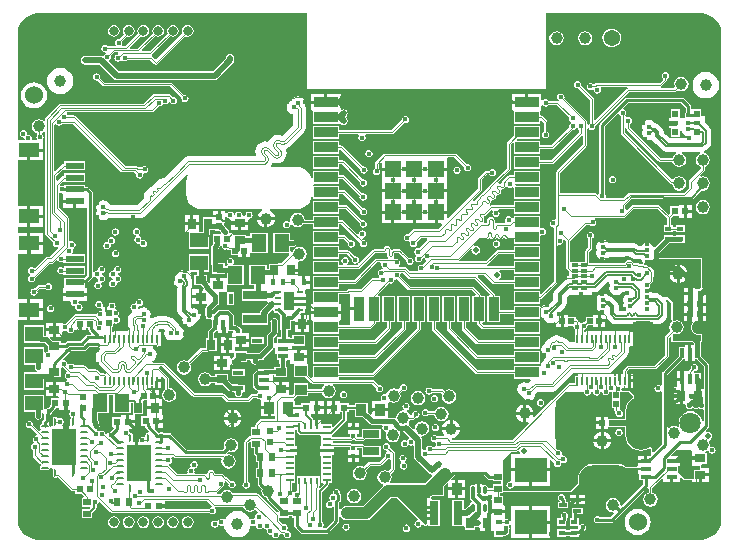
<source format=gtl>
G04*
G04 #@! TF.GenerationSoftware,Altium Limited,Altium Designer,20.0.13 (296)*
G04*
G04 Layer_Physical_Order=1*
G04 Layer_Color=255*
%FSLAX44Y44*%
%MOMM*%
G71*
G01*
G75*
%ADD10C,0.2500*%
%ADD12C,0.2000*%
%ADD13C,0.5000*%
%ADD14C,0.2032*%
%ADD17R,0.9000X1.0000*%
%ADD18R,0.6200X0.6200*%
G04:AMPARAMS|DCode=19|XSize=0.24mm|YSize=0.6mm|CornerRadius=0.06mm|HoleSize=0mm|Usage=FLASHONLY|Rotation=90.000|XOffset=0mm|YOffset=0mm|HoleType=Round|Shape=RoundedRectangle|*
%AMROUNDEDRECTD19*
21,1,0.2400,0.4800,0,0,90.0*
21,1,0.1200,0.6000,0,0,90.0*
1,1,0.1200,0.2400,0.0600*
1,1,0.1200,0.2400,-0.0600*
1,1,0.1200,-0.2400,-0.0600*
1,1,0.1200,-0.2400,0.0600*
%
%ADD19ROUNDEDRECTD19*%
G04:AMPARAMS|DCode=20|XSize=0.25mm|YSize=0.65mm|CornerRadius=0.0625mm|HoleSize=0mm|Usage=FLASHONLY|Rotation=0.000|XOffset=0mm|YOffset=0mm|HoleType=Round|Shape=RoundedRectangle|*
%AMROUNDEDRECTD20*
21,1,0.2500,0.5250,0,0,0.0*
21,1,0.1250,0.6500,0,0,0.0*
1,1,0.1250,0.0625,-0.2625*
1,1,0.1250,-0.0625,-0.2625*
1,1,0.1250,-0.0625,0.2625*
1,1,0.1250,0.0625,0.2625*
%
%ADD20ROUNDEDRECTD20*%
%ADD21R,0.8500X0.3500*%
%ADD22R,0.3500X0.8500*%
%ADD24R,0.5000X0.2800*%
%ADD25R,0.9000X1.6000*%
%ADD27R,0.6500X0.5500*%
%ADD28R,0.5500X0.6500*%
%ADD29R,1.0000X0.9000*%
%ADD30R,0.5500X0.4500*%
%ADD31R,0.4500X0.5500*%
%ADD32R,0.7100X0.3000*%
%ADD33R,0.8000X2.0000*%
%ADD34R,2.0000X0.8000*%
%ADD35R,0.1500X0.6500*%
%ADD36R,1.5000X1.3000*%
%ADD37R,1.3000X1.5000*%
%ADD38R,0.5500X0.3000*%
%ADD39R,0.5500X0.4000*%
%ADD40R,0.6200X0.6200*%
%ADD41R,0.4200X0.4600*%
%ADD42R,0.5200X0.5200*%
%ADD43R,0.9000X0.7000*%
%ADD44R,0.7000X0.9000*%
%ADD45R,0.5200X0.5200*%
G04:AMPARAMS|DCode=46|XSize=0.3mm|YSize=0.67mm|CornerRadius=0.0495mm|HoleSize=0mm|Usage=FLASHONLY|Rotation=0.000|XOffset=0mm|YOffset=0mm|HoleType=Round|Shape=RoundedRectangle|*
%AMROUNDEDRECTD46*
21,1,0.3000,0.5710,0,0,0.0*
21,1,0.2010,0.6700,0,0,0.0*
1,1,0.0990,0.1005,-0.2855*
1,1,0.0990,-0.1005,-0.2855*
1,1,0.0990,-0.1005,0.2855*
1,1,0.0990,0.1005,0.2855*
%
%ADD46ROUNDEDRECTD46*%
%ADD47R,1.3300X1.3300*%
%ADD48R,0.9000X2.0000*%
%ADD49R,2.0000X0.9000*%
%ADD50R,0.6000X0.6000*%
%ADD51R,0.6000X0.4000*%
%ADD52R,0.2500X0.5750*%
%ADD53R,0.6750X0.2500*%
%ADD54R,1.4000X0.7500*%
%ADD55R,1.8000X1.2000*%
%ADD56R,1.5500X0.6000*%
%ADD57R,2.7430X2.1590*%
%ADD116C,0.1016*%
%ADD117C,0.1270*%
G04:AMPARAMS|DCode=118|XSize=2.05mm|YSize=3.05mm|CornerRadius=0.0513mm|HoleSize=0mm|Usage=FLASHONLY|Rotation=0.000|XOffset=0mm|YOffset=0mm|HoleType=Round|Shape=RoundedRectangle|*
%AMROUNDEDRECTD118*
21,1,2.0500,2.9475,0,0,0.0*
21,1,1.9475,3.0500,0,0,0.0*
1,1,0.1025,0.9738,-1.4738*
1,1,0.1025,-0.9738,-1.4738*
1,1,0.1025,-0.9738,1.4738*
1,1,0.1025,0.9738,1.4738*
%
%ADD118ROUNDEDRECTD118*%
%ADD119R,0.9000X0.4000*%
%ADD120R,0.4000X0.9000*%
%ADD121C,1.0000*%
%ADD122C,0.5080*%
%ADD123C,0.2540*%
%ADD124C,0.3810*%
%ADD125C,0.1020*%
%ADD126C,0.3048*%
%ADD127C,0.1500*%
%ADD128C,0.4000*%
%ADD129C,0.1524*%
%ADD130C,1.0000*%
%ADD131C,0.3000*%
%ADD132O,0.4064X0.4060*%
%ADD133C,4.7500*%
%ADD134C,2.7000*%
%ADD135O,1.9000X1.1000*%
%ADD136O,2.4000X1.1000*%
%ADD137R,1.3680X1.3680*%
%ADD138C,1.3680*%
%ADD139O,4.5000X2.5000*%
%ADD140O,2.5000X5.0000*%
%ADD141O,2.5000X4.5000*%
%ADD142C,1.8000*%
%ADD143R,0.8000X0.8000*%
%ADD144C,0.8000*%
%ADD145C,1.5240*%
%ADD146C,0.4064*%
%ADD147C,0.5080*%
G36*
X246917Y447961D02*
X246918Y384500D01*
X247235Y383735D01*
X248000Y383418D01*
X448000D01*
X448765Y383735D01*
X449082Y384500D01*
X449082Y447961D01*
X580000Y447961D01*
X581769D01*
X585239Y447271D01*
X588508Y445917D01*
X591449Y443951D01*
X593951Y441449D01*
X595917Y438508D01*
X597271Y435239D01*
X597961Y431769D01*
X597961Y430000D01*
X597961Y430000D01*
X597961Y430000D01*
X597961Y20000D01*
Y18231D01*
X597271Y14761D01*
X595917Y11492D01*
X593951Y8551D01*
X591449Y6049D01*
X588508Y4083D01*
X585239Y2729D01*
X581769Y2039D01*
X580000D01*
X230908Y2039D01*
X230783Y3309D01*
X231628Y3477D01*
X232631Y4147D01*
X233301Y5150D01*
X233536Y6333D01*
X233301Y7516D01*
X232631Y8519D01*
X231628Y9189D01*
X230836Y9347D01*
X230290Y10356D01*
X230239Y10662D01*
X230543Y11118D01*
X230779Y12301D01*
X230543Y13484D01*
X229873Y14487D01*
X228870Y15157D01*
X227687Y15393D01*
X227034Y15263D01*
X223317Y18980D01*
Y19698D01*
X223678Y20819D01*
X232178D01*
Y22255D01*
X234343D01*
Y20819D01*
X236278D01*
Y14138D01*
X236454Y13252D01*
X236956Y12501D01*
X241441Y8015D01*
X242192Y7514D01*
X243078Y7337D01*
X263906D01*
X264792Y7514D01*
X265543Y8015D01*
X273659Y16132D01*
X274161Y16883D01*
X274337Y17769D01*
Y21284D01*
X275607Y21669D01*
X276344Y20566D01*
X278329Y19240D01*
X280670Y18774D01*
X297180D01*
X299521Y19240D01*
X301506Y20566D01*
X318510Y37571D01*
X323096D01*
X340842Y19825D01*
X340424Y18447D01*
X339939Y18350D01*
X338936Y17680D01*
X338266Y16677D01*
X338031Y15494D01*
X338266Y14311D01*
X338936Y13308D01*
X339939Y12638D01*
X341122Y12403D01*
X342305Y12638D01*
X343308Y13308D01*
X343978Y14311D01*
X344075Y14796D01*
X345453Y15214D01*
X346519Y14147D01*
X346718Y14065D01*
X346870Y13912D01*
X347086D01*
X347285Y13830D01*
X347484Y13912D01*
X347699D01*
X348728Y14339D01*
X349998Y14146D01*
X350381Y14146D01*
X359998D01*
Y36146D01*
X352498D01*
X351819Y37416D01*
X351930Y37686D01*
Y38093D01*
X353605Y39212D01*
X363388D01*
Y47939D01*
X365675Y50226D01*
X366848Y49739D01*
Y46482D01*
X372618D01*
Y52752D01*
X369860D01*
X369375Y53925D01*
X372047Y56597D01*
X396648D01*
X399590Y53655D01*
X400341Y53154D01*
X401227Y52977D01*
X404690D01*
Y51542D01*
X411668D01*
Y49042D01*
X404690D01*
Y45574D01*
X399973D01*
Y46797D01*
X399499Y47941D01*
X398355Y48415D01*
X396345D01*
X396015Y48279D01*
X395543Y48985D01*
X394539Y49656D01*
X393620Y49839D01*
Y43942D01*
X391080D01*
Y49839D01*
X390161Y49656D01*
X389157Y48985D01*
X388685Y48279D01*
X388355Y48415D01*
X386345D01*
X385201Y47941D01*
X384727Y46797D01*
Y41087D01*
X384801Y40908D01*
Y37592D01*
X384995Y36616D01*
X385548Y35790D01*
X386549Y34788D01*
X386049Y33492D01*
X385201Y33141D01*
X384727Y31997D01*
Y31356D01*
X383643Y30631D01*
X381472Y28461D01*
X379998D01*
Y36146D01*
X369998D01*
Y14146D01*
X379998D01*
X380676Y13157D01*
Y10756D01*
X389676D01*
Y12687D01*
X391463D01*
X391668Y12647D01*
X391866Y12686D01*
X393136Y11644D01*
Y9216D01*
X397906D01*
Y16256D01*
X400446D01*
Y9216D01*
X404428D01*
X405216Y9216D01*
X405698Y8146D01*
Y4624D01*
X413198D01*
Y5630D01*
X415086D01*
X416062Y5824D01*
X416889Y6376D01*
X417346Y6834D01*
X417899Y7660D01*
X418093Y8636D01*
Y10041D01*
X418400Y10501D01*
X418635Y11684D01*
X418400Y12867D01*
X418218Y13139D01*
X418236Y14450D01*
X419202Y15330D01*
X420117Y14732D01*
Y3681D01*
X435102D01*
Y17016D01*
Y30351D01*
X420117D01*
Y18796D01*
X418939Y18027D01*
X418847Y18038D01*
X418238Y18950D01*
X417235Y19620D01*
X416052Y19855D01*
X415730Y19791D01*
X414730Y20887D01*
Y24464D01*
X408940D01*
Y27004D01*
X414730D01*
Y31024D01*
X413938D01*
X413190Y31984D01*
Y39484D01*
X410826D01*
Y41542D01*
X413190D01*
Y42606D01*
X469646D01*
X470411Y42923D01*
X470411Y42923D01*
X477198Y49710D01*
X477227Y49779D01*
X477292Y49816D01*
X477382Y50153D01*
X477515Y50475D01*
X477487Y50544D01*
X477506Y50616D01*
X477225Y52750D01*
X477652Y55992D01*
X478903Y59012D01*
X480894Y61606D01*
X483488Y63597D01*
X486508Y64848D01*
X489821Y65284D01*
X509679D01*
X512992Y64848D01*
X516012Y63597D01*
X516736Y63042D01*
X517073Y62951D01*
X517395Y62818D01*
X525731D01*
X526511Y62430D01*
X526887Y62133D01*
Y57676D01*
X528427D01*
Y52716D01*
X531685D01*
Y48952D01*
X513480Y30747D01*
X512310Y31372D01*
X512367Y31662D01*
X511902Y34003D01*
X510575Y35988D01*
X508591Y37314D01*
X506250Y37780D01*
X503909Y37314D01*
X501924Y35988D01*
X500598Y34003D01*
X500132Y31662D01*
X500598Y29321D01*
X501924Y27336D01*
X503909Y26010D01*
X506250Y25545D01*
X506540Y25602D01*
X507165Y24432D01*
X504048Y21314D01*
X494994D01*
X494183Y21856D01*
X493000Y22091D01*
X491817Y21856D01*
X490814Y21186D01*
X490144Y20183D01*
X489909Y19000D01*
X490144Y17817D01*
X490814Y16814D01*
X491817Y16144D01*
X493000Y15909D01*
X494183Y16144D01*
X494994Y16686D01*
X505007D01*
X505892Y16862D01*
X506643Y17363D01*
X513974Y24694D01*
X534956Y45676D01*
X536226Y45150D01*
Y41979D01*
X535517Y41838D01*
X533532Y40511D01*
X532206Y38527D01*
X531740Y36186D01*
X532206Y33844D01*
X533532Y31860D01*
X535517Y30534D01*
X537858Y30068D01*
X540199Y30534D01*
X542184Y31860D01*
X543510Y33844D01*
X543975Y36186D01*
X543510Y38527D01*
X542184Y40511D01*
X540199Y41838D01*
X539490Y41979D01*
Y45971D01*
X547713Y54194D01*
X548887Y53708D01*
Y51176D01*
X554407D01*
Y55466D01*
X556947D01*
Y51176D01*
X562467D01*
Y54696D01*
X563640Y55182D01*
X565812Y53010D01*
X566577Y52693D01*
X572960D01*
Y50960D01*
X578730D01*
Y57000D01*
X580000D01*
Y58270D01*
X587040D01*
Y63040D01*
X580826D01*
Y64960D01*
X580714Y65230D01*
X581393Y66500D01*
X585500D01*
Y75500D01*
X584012D01*
X583887Y76770D01*
X584531Y76898D01*
X585680Y77666D01*
X587091Y77081D01*
X587144Y76817D01*
X587814Y75814D01*
X588817Y75144D01*
X590000Y74909D01*
X591183Y75144D01*
X592186Y75814D01*
X592856Y76817D01*
X593091Y78000D01*
X592856Y79183D01*
X592186Y80186D01*
X591183Y80856D01*
X590000Y81091D01*
X589284Y80949D01*
X588306Y81720D01*
X588184Y81926D01*
X588307Y82550D01*
X587842Y84891D01*
X587492Y85415D01*
X588076Y86826D01*
X588121Y86835D01*
X589292Y87618D01*
X590075Y88789D01*
X590349Y90170D01*
X590075Y91551D01*
X589292Y92722D01*
X588121Y93505D01*
X586740Y93779D01*
X585550Y93543D01*
X585108Y93993D01*
X584801Y94590D01*
X586802Y96591D01*
X587304Y97341D01*
X587480Y98227D01*
Y149835D01*
X587304Y150721D01*
X586802Y151472D01*
X580294Y157979D01*
Y159158D01*
X580462Y160000D01*
Y169473D01*
X580532D01*
X581297Y169790D01*
X581614Y170556D01*
Y175306D01*
X581297Y176072D01*
X580532Y176389D01*
X578680D01*
X577195Y176584D01*
X575877Y177130D01*
X574745Y177999D01*
X573877Y179130D01*
X573331Y180448D01*
X573145Y181862D01*
X573331Y183277D01*
X573877Y184595D01*
X574764Y185750D01*
X574771Y185778D01*
X574796Y185794D01*
Y185794D01*
X574877Y186175D01*
X574978Y186550D01*
X575033Y186682D01*
X575730Y187529D01*
X575965Y187679D01*
X578243D01*
Y192819D01*
X579513D01*
Y194089D01*
X584653D01*
Y196492D01*
X584726D01*
Y200362D01*
X579586D01*
Y202902D01*
X584726D01*
Y204978D01*
X584876D01*
Y208998D01*
X580086D01*
Y211538D01*
X584876D01*
Y215558D01*
X581614D01*
X581614Y239815D01*
X581297Y240580D01*
X580532Y240897D01*
X545470Y240897D01*
Y245281D01*
X553432Y253243D01*
X556743D01*
Y253531D01*
X559243D01*
Y253243D01*
X566743D01*
Y259743D01*
X559243D01*
Y259454D01*
X556743D01*
Y259743D01*
X549243D01*
Y257431D01*
X541413Y249602D01*
X540280Y249805D01*
X539985Y249970D01*
X538779Y251774D01*
X536847Y253066D01*
X534567Y253519D01*
X532288Y253066D01*
X530356Y251774D01*
X529663Y250737D01*
X528285D01*
X527175Y251848D01*
X525705Y252830D01*
X523970Y253175D01*
X502926D01*
X502212Y254244D01*
X500280Y255535D01*
X498000Y255989D01*
X495721Y255535D01*
X493788Y254244D01*
X492497Y252311D01*
X492044Y250032D01*
X492497Y247753D01*
X492666Y247500D01*
X492497Y247248D01*
X492044Y244968D01*
X492497Y242689D01*
X493788Y240756D01*
X495721Y239465D01*
X498000Y239012D01*
X500280Y239465D01*
X502212Y240756D01*
X502926Y241825D01*
X521146D01*
X522257Y240715D01*
X522257Y240715D01*
X523727Y239732D01*
X525461Y239387D01*
X529663D01*
X530356Y238351D01*
X531483Y237597D01*
X531476Y237563D01*
X531637Y236753D01*
X531249Y236114D01*
X531182Y236029D01*
X530299Y235666D01*
X530228Y235655D01*
X528327D01*
X527828Y236154D01*
X526674Y236632D01*
X523983D01*
X522427Y238188D01*
X521273Y238666D01*
X518340D01*
X517186Y238188D01*
X515630Y236632D01*
X485774D01*
Y245479D01*
X488154Y247859D01*
X488632Y249013D01*
Y257444D01*
X489186Y257814D01*
X489856Y258817D01*
X490091Y260000D01*
X489856Y261183D01*
X489186Y262186D01*
X488183Y262856D01*
X487000Y263091D01*
X485817Y262856D01*
X484814Y262186D01*
X484144Y261183D01*
X483909Y260000D01*
X484144Y258817D01*
X484814Y257814D01*
X485368Y257444D01*
Y249689D01*
X482988Y247309D01*
X482510Y246155D01*
Y237500D01*
X478150D01*
Y237500D01*
X477850D01*
Y237500D01*
X470350D01*
X469500Y238418D01*
Y255037D01*
X483287Y268823D01*
X486808D01*
X486814Y268814D01*
X487817Y268144D01*
X489000Y267909D01*
X490183Y268144D01*
X491186Y268814D01*
X491856Y269817D01*
X492091Y271000D01*
X491856Y272183D01*
X491186Y273186D01*
X490505Y273641D01*
X490890Y274911D01*
X515466D01*
X516620Y275389D01*
X523661Y282430D01*
X543613D01*
X551644Y274398D01*
Y268743D01*
X549243D01*
Y262243D01*
X556743D01*
Y263860D01*
X559243D01*
Y262243D01*
X566743D01*
Y268743D01*
X559243D01*
Y267125D01*
X556743D01*
Y268743D01*
X554909D01*
Y274398D01*
X556572Y276062D01*
X561724D01*
Y274522D01*
X566094D01*
Y280162D01*
Y285802D01*
X561724D01*
Y284262D01*
X554264D01*
Y278370D01*
X553277Y277383D01*
X545443Y285217D01*
X544289Y285695D01*
X522985D01*
X521831Y285217D01*
X518192Y281577D01*
X516892Y281741D01*
X516215Y282659D01*
Y284900D01*
X521641Y290325D01*
X548338D01*
X548362Y290309D01*
X549000Y290182D01*
X573047D01*
X573685Y290309D01*
X574226Y290671D01*
X581173Y297618D01*
X581346Y297876D01*
X582190Y297708D01*
X584531Y298174D01*
X586516Y299500D01*
X587842Y301485D01*
X588307Y303826D01*
X587842Y306167D01*
X586516Y308152D01*
X584531Y309478D01*
X582190Y309944D01*
X580368Y309581D01*
X579743Y310752D01*
X583344Y314353D01*
X583822Y315507D01*
Y318033D01*
X584531Y318174D01*
X586516Y319500D01*
X587842Y321485D01*
X588307Y323826D01*
X587842Y326167D01*
X586516Y328152D01*
X584531Y329478D01*
X583409Y329701D01*
X583298Y330739D01*
X583335Y331011D01*
X584743Y331951D01*
X587714Y334922D01*
X587714Y334922D01*
X588697Y336393D01*
X589042Y338127D01*
Y348490D01*
X589042Y348490D01*
X588697Y350225D01*
X587714Y351695D01*
X587714Y351695D01*
X583810Y355599D01*
Y360810D01*
X581000D01*
Y366500D01*
X573000D01*
X572314Y367486D01*
Y369000D01*
X572138Y369886D01*
X571637Y370637D01*
X566447Y375827D01*
X565696Y376328D01*
X564810Y376505D01*
X518190D01*
X517304Y376328D01*
X516553Y375827D01*
X495363Y354636D01*
X494861Y353886D01*
X494685Y353000D01*
Y294994D01*
X494453Y294646D01*
X492976Y294326D01*
X492243Y295060D01*
X491088Y295538D01*
X461299D01*
Y312658D01*
X483694Y335053D01*
X484172Y336207D01*
Y349985D01*
X485442Y350371D01*
X485814Y349814D01*
X486817Y349144D01*
X488000Y348908D01*
X489183Y349144D01*
X490186Y349814D01*
X490856Y350817D01*
X491091Y352000D01*
X490962Y352653D01*
X519676Y381368D01*
X559000D01*
X560154Y381846D01*
X561058Y382750D01*
X561659Y382348D01*
X564000Y381883D01*
X566341Y382348D01*
X568326Y383674D01*
X569652Y385659D01*
X570117Y388000D01*
X569652Y390341D01*
X568326Y392326D01*
X566341Y393652D01*
X564000Y394118D01*
X561659Y393652D01*
X559674Y392326D01*
X558348Y390341D01*
X557882Y388000D01*
X558300Y385902D01*
X557839Y385038D01*
X557507Y384632D01*
X546781D01*
X546529Y385902D01*
X547351Y386243D01*
X551197Y390089D01*
X551675Y391243D01*
Y392127D01*
X551761Y392144D01*
X552764Y392814D01*
X553434Y393817D01*
X553669Y395000D01*
X553434Y396183D01*
X552764Y397186D01*
X551761Y397856D01*
X550578Y398091D01*
X549395Y397856D01*
X548392Y397186D01*
X547722Y396183D01*
X547486Y395000D01*
X547722Y393817D01*
X548392Y392814D01*
X548149Y391657D01*
X545521Y389029D01*
X492211D01*
X491057Y388551D01*
X490602Y388097D01*
X489186Y388186D01*
X488183Y388856D01*
X487000Y389091D01*
X485817Y388856D01*
X484814Y388186D01*
X484144Y387183D01*
X483909Y386000D01*
X484144Y384817D01*
X484814Y383814D01*
X485817Y383144D01*
X487000Y382909D01*
X488183Y383144D01*
X488713Y383498D01*
X489324Y383243D01*
X489942Y382833D01*
X490144Y381817D01*
X490814Y380814D01*
X491817Y380144D01*
X493000Y379909D01*
X494183Y380144D01*
X495186Y380814D01*
X495856Y381817D01*
X496091Y383000D01*
X495856Y384183D01*
X495648Y384495D01*
X496327Y385765D01*
X518416D01*
X518668Y384495D01*
X517846Y384154D01*
X490806Y357114D01*
X489632Y357600D01*
Y375497D01*
X489154Y376651D01*
X479112Y386693D01*
X479242Y387346D01*
X479007Y388529D01*
X478337Y389532D01*
X477334Y390202D01*
X476151Y390438D01*
X474968Y390202D01*
X473965Y389532D01*
X473295Y388529D01*
X473059Y387346D01*
X473295Y386163D01*
X473965Y385160D01*
X474968Y384490D01*
X476151Y384255D01*
X476804Y384385D01*
X486368Y374821D01*
Y354556D01*
X485814Y354186D01*
X485442Y353629D01*
X484172Y354014D01*
Y356460D01*
X483694Y357615D01*
X464962Y376347D01*
X465092Y377000D01*
X464856Y378183D01*
X464186Y379186D01*
X463183Y379856D01*
X462000Y380091D01*
X460817Y379856D01*
X459814Y379186D01*
X459144Y378183D01*
X458909Y377000D01*
X459144Y375817D01*
X459814Y374814D01*
X460382Y374435D01*
X459780Y373309D01*
X459000Y373633D01*
X451556D01*
X451186Y374186D01*
X450183Y374856D01*
X449000Y375092D01*
X447817Y374856D01*
X446814Y374186D01*
X446810Y374180D01*
X445540Y374566D01*
Y379640D01*
X434270D01*
Y372600D01*
X433000D01*
Y371330D01*
X420460D01*
Y365560D01*
X420796D01*
X422000Y365400D01*
X422000Y364290D01*
Y354400D01*
X444000D01*
Y356896D01*
X445270Y357422D01*
X447368Y355324D01*
Y347556D01*
X446814Y347186D01*
X446144Y346183D01*
X445909Y345000D01*
X446144Y343817D01*
X446814Y342814D01*
X447817Y342144D01*
X449000Y341909D01*
X450183Y342144D01*
X451186Y342814D01*
X451856Y343817D01*
X452091Y345000D01*
X451856Y346183D01*
X451186Y347186D01*
X450632Y347556D01*
Y356000D01*
X450154Y357155D01*
X446254Y361054D01*
X445100Y361533D01*
X444898D01*
X444000Y362430D01*
X444000Y365400D01*
X445204Y365560D01*
X445540D01*
Y369435D01*
X446810Y369820D01*
X446814Y369814D01*
X447817Y369144D01*
X449000Y368909D01*
X450183Y369144D01*
X451186Y369814D01*
X451556Y370368D01*
X458324D01*
X469039Y359653D01*
X468909Y359000D01*
X469144Y357817D01*
X469814Y356814D01*
X470809Y356149D01*
X470817Y356108D01*
Y354892D01*
X470809Y354851D01*
X469814Y354186D01*
X469144Y353183D01*
X468909Y352000D01*
X469062Y351228D01*
X453966Y336133D01*
X444000D01*
Y340000D01*
X425227D01*
X424592Y341270D01*
X424914Y341700D01*
X444000D01*
Y352700D01*
X422000D01*
Y344009D01*
X416693Y338702D01*
X416215Y337548D01*
Y316736D01*
X401965Y302485D01*
X397893Y298413D01*
X389609Y290130D01*
X389445Y289733D01*
X389231Y289413D01*
X389210Y289305D01*
X388885Y288995D01*
X388579Y288787D01*
X387705Y288897D01*
X387694Y288911D01*
X387439Y290385D01*
X394404Y297350D01*
X394882Y298505D01*
Y306760D01*
X399490Y311368D01*
X401444D01*
X401814Y310814D01*
X402817Y310144D01*
X404000Y309909D01*
X405183Y310144D01*
X406186Y310814D01*
X406856Y311817D01*
X407091Y313000D01*
X406856Y314183D01*
X406186Y315186D01*
X405183Y315856D01*
X404000Y316091D01*
X402817Y315856D01*
X401814Y315186D01*
X401444Y314632D01*
X398814D01*
X397660Y314154D01*
X392096Y308590D01*
X391618Y307436D01*
Y299181D01*
X366713Y274276D01*
X365540Y274762D01*
Y277980D01*
X357620D01*
Y270060D01*
X360838D01*
X361324Y268887D01*
X357998Y265561D01*
X337929D01*
X336774Y265083D01*
X332653Y260961D01*
X332000Y261091D01*
X330817Y260856D01*
X329814Y260186D01*
X329144Y259183D01*
X328909Y258000D01*
X329144Y256817D01*
X329814Y255814D01*
X330817Y255144D01*
X332000Y254909D01*
X333183Y255144D01*
X333282Y255210D01*
X334112Y254513D01*
X334249Y254328D01*
X334025Y253205D01*
X334260Y252022D01*
X334931Y251019D01*
X335933Y250349D01*
X337117Y250114D01*
X338300Y250349D01*
X339302Y251019D01*
X339973Y252022D01*
X340208Y253205D01*
X340078Y253858D01*
X343587Y257368D01*
X348456D01*
X348771Y256387D01*
X348789Y256098D01*
X341653Y248962D01*
X340999Y249091D01*
X339816Y248856D01*
X338814Y248186D01*
X338143Y247183D01*
X337908Y246000D01*
X338143Y244817D01*
X338814Y243814D01*
X339260Y243515D01*
X339469Y242204D01*
X339398Y242012D01*
X338810Y241132D01*
X338575Y239949D01*
X338810Y238766D01*
X339480Y237763D01*
X340483Y237093D01*
X341666Y236857D01*
X342849Y237093D01*
X343852Y237763D01*
X344522Y238766D01*
X344702Y239671D01*
X345245Y240244D01*
X346545Y240309D01*
X346814Y239905D01*
X347355Y239544D01*
X347674Y238067D01*
X344668Y235061D01*
X343916Y235211D01*
X342733Y234975D01*
X341730Y234305D01*
X341060Y233302D01*
X340825Y232119D01*
X341060Y230936D01*
X341360Y230486D01*
X341223Y230225D01*
X340482Y229262D01*
X339328Y229740D01*
X334105D01*
X331135Y232710D01*
X329981Y233188D01*
X325038D01*
X324653Y234458D01*
X325186Y234814D01*
X325856Y235817D01*
X326091Y237000D01*
X325856Y238183D01*
X325186Y239186D01*
X324183Y239856D01*
X322999Y240091D01*
X321816Y239856D01*
X320680Y240306D01*
X320303Y241493D01*
X320747Y242158D01*
X320878Y242819D01*
X321020Y243162D01*
Y244748D01*
X325206D01*
X331302Y238651D01*
X331173Y237998D01*
X331408Y236815D01*
X332078Y235812D01*
X333081Y235142D01*
X334264Y234907D01*
X335447Y235142D01*
X336450Y235812D01*
X337120Y236815D01*
X337355Y237998D01*
X337120Y239181D01*
X336450Y240184D01*
X335447Y240854D01*
X334264Y241089D01*
X333611Y240959D01*
X327036Y247534D01*
X325882Y248012D01*
X320455D01*
X320112Y247870D01*
X319450Y247739D01*
X319242Y247600D01*
X317972Y248279D01*
Y248298D01*
X317830Y248641D01*
X317699Y249303D01*
X317129Y250155D01*
X316278Y250724D01*
X315616Y250856D01*
X315273Y250998D01*
X314359D01*
X314016Y250856D01*
X313354Y250724D01*
X312502Y250155D01*
X311933Y249303D01*
X311802Y248641D01*
X311660Y248298D01*
Y248012D01*
X303784D01*
X302630Y247534D01*
X291317Y236221D01*
X290330Y237031D01*
X290856Y237817D01*
X291091Y239000D01*
X290856Y240183D01*
X290186Y241186D01*
X289183Y241856D01*
X288000Y242091D01*
X287346Y241961D01*
X282554Y246754D01*
X281399Y247232D01*
X274000D01*
Y251100D01*
X252000D01*
Y240100D01*
X274000D01*
Y243968D01*
X280723D01*
X285038Y239653D01*
X284908Y239000D01*
X285144Y237817D01*
X285814Y236814D01*
X286817Y236144D01*
X288000Y235909D01*
X289183Y236144D01*
X289969Y236669D01*
X290779Y235683D01*
X289628Y234532D01*
X281392D01*
X281007Y235802D01*
X281510Y236138D01*
X282181Y237141D01*
X282416Y238324D01*
X282181Y239507D01*
X281510Y240510D01*
X280507Y241180D01*
X279324Y241416D01*
X278141Y241180D01*
X277138Y240510D01*
X276468Y239507D01*
X276233Y238324D01*
X276468Y237141D01*
X277138Y236138D01*
X277642Y235802D01*
X277256Y234532D01*
X274000D01*
Y238400D01*
X252000D01*
Y227400D01*
X274000D01*
Y231268D01*
X290304D01*
X291458Y231746D01*
X304460Y244748D01*
X312225D01*
X312568Y244890D01*
X313230Y245021D01*
X313438Y245160D01*
X314708Y244482D01*
Y243162D01*
X314850Y242819D01*
X314981Y242158D01*
X315459Y241442D01*
X315303Y240830D01*
X314961Y240172D01*
X305733D01*
X304579Y239694D01*
X286717Y221833D01*
X274000D01*
Y225700D01*
X252000D01*
Y214700D01*
X274000D01*
Y218568D01*
X287393D01*
X288548Y219046D01*
X306409Y236908D01*
X309216D01*
X310035Y235638D01*
X309908Y235000D01*
X310143Y233817D01*
X310814Y232814D01*
X310822Y232809D01*
X311026Y231521D01*
X310917Y231218D01*
X310406Y231011D01*
X310000Y231091D01*
X308817Y230856D01*
X307814Y230186D01*
X307144Y229183D01*
X306909Y228000D01*
X307144Y226817D01*
X307814Y225814D01*
X307832Y225802D01*
X308100Y224291D01*
X307580Y223632D01*
X302010D01*
X300856Y223154D01*
X292381Y214679D01*
X282897D01*
X281743Y214201D01*
X280666Y213124D01*
X266992D01*
X266692Y213000D01*
X252000D01*
X252000Y202000D01*
X250796Y201840D01*
X250460D01*
Y196070D01*
X275540D01*
Y201840D01*
X275204D01*
X274000Y202000D01*
X274000Y203110D01*
Y209860D01*
X281342D01*
X282496Y210338D01*
X282782Y210623D01*
X283810Y209856D01*
Y198770D01*
X290850D01*
Y196230D01*
X283810D01*
Y185002D01*
X283810Y184960D01*
X283707Y183732D01*
X274898D01*
X274000Y184631D01*
X274000Y187600D01*
X275204Y187760D01*
X275540D01*
Y193530D01*
X250460D01*
Y187760D01*
X250796D01*
X252000Y187600D01*
X252000Y186490D01*
Y176600D01*
X274000D01*
Y180468D01*
X300055D01*
X301209Y180946D01*
X304704Y184441D01*
X305182Y185595D01*
Y186500D01*
X309050D01*
Y208500D01*
X307286D01*
X306800Y209673D01*
X316490Y219363D01*
X316817Y219144D01*
X318000Y218909D01*
X319183Y219144D01*
X320186Y219814D01*
X320856Y220817D01*
X321091Y222000D01*
X321068Y222117D01*
X321306Y222443D01*
X322173Y223073D01*
X323000Y222909D01*
X323653Y223039D01*
X332962Y213730D01*
X334116Y213252D01*
X386295D01*
X389777Y209770D01*
X389251Y208500D01*
X386950D01*
Y186500D01*
X390818D01*
Y185976D01*
X391296Y184822D01*
X395172Y180946D01*
X396326Y180468D01*
X422000D01*
Y176600D01*
X444000D01*
Y187600D01*
X422000D01*
Y183732D01*
X397002D01*
X395408Y185327D01*
X395894Y186500D01*
X397950D01*
Y208500D01*
X394082D01*
Y209405D01*
X393604Y210559D01*
X388125Y216038D01*
X386971Y216516D01*
X334792D01*
X325961Y225347D01*
X326091Y226000D01*
X325965Y226638D01*
X326783Y227908D01*
X328470D01*
X333250Y223128D01*
X334404Y222650D01*
X388960D01*
X401840Y209770D01*
X401314Y208500D01*
X399650D01*
Y186500D01*
X410650D01*
Y193168D01*
X422000D01*
Y189300D01*
X444000D01*
Y191052D01*
X445270Y191438D01*
X445534Y191042D01*
X447467Y189751D01*
X447976Y189650D01*
X448078Y189140D01*
X449369Y187208D01*
X451301Y185916D01*
X453581Y185463D01*
X455860Y185916D01*
X456590Y186404D01*
X457860Y185725D01*
Y181860D01*
X461730D01*
Y187000D01*
Y192140D01*
X460289D01*
X459762Y193410D01*
X465577Y199224D01*
X465577Y199225D01*
X466559Y200695D01*
X466904Y202429D01*
Y207407D01*
X469188Y209690D01*
X488460D01*
Y211825D01*
X491241D01*
X492975Y212170D01*
X494445Y213152D01*
X501861Y220568D01*
X502880Y220078D01*
X503051Y219962D01*
X503497Y217721D01*
X503666Y217468D01*
X503497Y217215D01*
X503043Y214936D01*
X503497Y212656D01*
X504788Y210724D01*
X506720Y209433D01*
X509000Y208979D01*
X511279Y209433D01*
X513212Y210724D01*
X513926Y211793D01*
X517639D01*
X517799Y211577D01*
X517501Y209851D01*
X516698Y209314D01*
X515406Y207382D01*
X514953Y205102D01*
X515406Y202823D01*
X515580Y202562D01*
X515406Y202302D01*
X514953Y200022D01*
X515406Y197743D01*
X515816Y197131D01*
X515029Y195954D01*
X510868D01*
Y200190D01*
X510868Y200191D01*
X510523Y201925D01*
X509541Y203395D01*
X506089Y206848D01*
X504618Y207830D01*
X502932Y208165D01*
X502212Y209244D01*
X500280Y210535D01*
X498000Y210988D01*
X495721Y210535D01*
X493788Y209244D01*
X492497Y207311D01*
X492044Y205032D01*
X492497Y202752D01*
X492666Y202500D01*
X492497Y202248D01*
X492044Y199968D01*
X492497Y197689D01*
X493788Y195756D01*
X495721Y194465D01*
X497513Y194109D01*
X498304Y193066D01*
X498391Y192795D01*
X498336Y192640D01*
X495770D01*
Y188770D01*
X499640D01*
Y189180D01*
X500636Y189577D01*
X500910Y189597D01*
X504576Y185931D01*
X504576Y185931D01*
X506046Y184949D01*
X507780Y184604D01*
X507780Y184604D01*
X544254D01*
X545988Y184949D01*
X547459Y185931D01*
X550896Y189368D01*
X550896Y189368D01*
X551879Y190839D01*
X552224Y192573D01*
X552224Y192573D01*
Y201524D01*
X552224Y201524D01*
X551879Y203258D01*
X551041Y204511D01*
X551221Y205293D01*
X551552Y205869D01*
X552176Y205960D01*
X555585Y202552D01*
Y188338D01*
X555652Y188176D01*
X555638Y188002D01*
X555757Y187863D01*
X555836Y187731D01*
X555902Y187573D01*
X555765Y186437D01*
X555664Y186209D01*
X554416Y184341D01*
X553950Y182000D01*
X554416Y179659D01*
X554790Y179099D01*
X550346Y174654D01*
X549868Y173500D01*
Y158676D01*
X540824Y149632D01*
X519000D01*
X517846Y149154D01*
X514846Y146154D01*
X514368Y145000D01*
Y142420D01*
X513270D01*
Y136630D01*
X510730D01*
Y142420D01*
X508710D01*
Y140880D01*
X507290D01*
Y142420D01*
X503971D01*
X503693Y143690D01*
X504847Y144461D01*
X518193Y157807D01*
X519147Y159235D01*
X519482Y160920D01*
Y165070D01*
X520560D01*
Y166340D01*
X523290D01*
Y177920D01*
X520560D01*
Y179190D01*
X483440D01*
Y177920D01*
X481632D01*
Y180068D01*
X482438Y180229D01*
X483441Y180899D01*
X484111Y181902D01*
X484346Y183085D01*
X485479Y183900D01*
X489360D01*
Y182360D01*
X493230D01*
Y187500D01*
Y192640D01*
X489360D01*
Y191100D01*
X482900D01*
Y187113D01*
X481845Y186059D01*
X481255Y186176D01*
X480072Y185941D01*
X479069Y185271D01*
X478646Y185221D01*
X477376Y186256D01*
X476898Y187411D01*
X476154Y188154D01*
X475000Y188633D01*
X474600D01*
Y190600D01*
X468140D01*
Y192140D01*
X464270D01*
Y187000D01*
Y181860D01*
X468140D01*
Y183400D01*
X472112D01*
X472917Y182418D01*
X472909Y182375D01*
X473144Y181192D01*
X473814Y180189D01*
X474368Y179819D01*
Y176380D01*
X474250D01*
Y169249D01*
X469443D01*
X466429Y172263D01*
X465000Y173217D01*
X463316Y173552D01*
X461998D01*
X461868Y173748D01*
X460175Y174879D01*
X459212Y175070D01*
X459187Y175076D01*
X459186Y175076D01*
X458178Y175276D01*
X458000D01*
D01*
X456003Y174879D01*
X454310Y173748D01*
X454107Y173444D01*
X452966Y173217D01*
X451538Y172263D01*
X449678Y170403D01*
X448724Y168974D01*
X448622Y168461D01*
X447008Y167383D01*
X445717Y165450D01*
X445264Y163171D01*
X445717Y160891D01*
X447008Y158959D01*
X448764Y157786D01*
X449211Y156437D01*
X448335Y155562D01*
X447381Y154133D01*
X447244Y153445D01*
X446734Y153104D01*
X445443Y151172D01*
X445162Y149761D01*
X444000Y149500D01*
X443914Y149500D01*
X422000D01*
Y145632D01*
X391676D01*
X355982Y181326D01*
Y186500D01*
X359850D01*
Y208500D01*
X348850D01*
Y186500D01*
X352718D01*
Y180650D01*
X353196Y179496D01*
X389845Y142846D01*
X390999Y142368D01*
X422000D01*
Y138500D01*
X436141D01*
X436539Y137411D01*
X436547Y137230D01*
X433815Y134498D01*
X433300Y134842D01*
X431020Y135295D01*
X428741Y134842D01*
X426808Y133551D01*
X425517Y131618D01*
X425064Y129339D01*
X425517Y127060D01*
X426808Y125127D01*
X428741Y123836D01*
X429489Y123687D01*
X430695Y121881D01*
X432628Y120590D01*
X434907Y120137D01*
X437187Y120590D01*
X439119Y121881D01*
X440410Y123814D01*
X440851Y126028D01*
X442420Y127598D01*
X455054D01*
X456738Y127933D01*
X458167Y128887D01*
X471431Y142151D01*
X471431Y142151D01*
X471431Y142152D01*
X472451Y143171D01*
X475751D01*
X476710Y142420D01*
Y140880D01*
X474250D01*
Y136460D01*
X474126Y136160D01*
Y134761D01*
X469019D01*
X467865Y134283D01*
X454346Y120764D01*
X454346Y120764D01*
X439481Y105899D01*
X438404Y106618D01*
X438671Y107262D01*
X438763Y107960D01*
X432595D01*
Y101792D01*
X433293Y101884D01*
X433937Y102151D01*
X434656Y101074D01*
X420478Y86896D01*
X369677D01*
X369415Y87169D01*
X369494Y87698D01*
X370157Y88547D01*
X370968Y88654D01*
X372803Y89414D01*
X374378Y90623D01*
X375586Y92198D01*
X376346Y94032D01*
X376438Y94730D01*
X369000D01*
X361562D01*
X361654Y94032D01*
X362414Y92198D01*
X363408Y90902D01*
X362991Y89632D01*
X357556D01*
X357186Y90186D01*
X356183Y90856D01*
X355000Y91091D01*
X353817Y90856D01*
X352814Y90186D01*
X352144Y89183D01*
X351909Y88000D01*
X352144Y86817D01*
X352814Y85814D01*
X353817Y85144D01*
X355000Y84909D01*
X355117Y84932D01*
X355443Y84694D01*
X356073Y83827D01*
X355909Y83000D01*
X356078Y82150D01*
X355359Y80880D01*
X353390D01*
X353186Y81186D01*
X352183Y81856D01*
X351000Y82092D01*
X349817Y81856D01*
X348814Y81186D01*
X348144Y80183D01*
X347909Y79000D01*
X346803Y78049D01*
X346589Y78092D01*
X345896Y77954D01*
X344626Y78746D01*
Y86677D01*
X344354Y88043D01*
X343718Y88994D01*
X344210Y90191D01*
X344424Y90148D01*
X346765Y90614D01*
X348750Y91940D01*
X350076Y93925D01*
X350541Y96266D01*
X350076Y98607D01*
X348750Y100592D01*
X346765Y101918D01*
X344424Y102383D01*
X342083Y101918D01*
X340098Y100592D01*
X338772Y98607D01*
X338307Y96266D01*
X338325Y96175D01*
X337205Y95576D01*
X333258Y99523D01*
X333050Y99662D01*
X333026Y101171D01*
X333041Y101196D01*
X334352Y103158D01*
X334493Y103867D01*
X336514D01*
X337668Y104345D01*
X338580Y105257D01*
X339233Y105127D01*
X340416Y105363D01*
X341419Y106033D01*
X342089Y107036D01*
X342325Y108219D01*
X342089Y109402D01*
X341419Y110405D01*
X340416Y111075D01*
X339233Y111310D01*
X338050Y111075D01*
X337047Y110405D01*
X336377Y109402D01*
X336176Y108393D01*
X335033Y107781D01*
X334236Y108014D01*
X333026Y109825D01*
X331647Y110747D01*
X331915Y112095D01*
X332161Y112144D01*
X333164Y112814D01*
X333834Y113817D01*
X334069Y115000D01*
X333834Y116183D01*
X333164Y117186D01*
X332161Y117856D01*
X330978Y118091D01*
X329795Y117856D01*
X328792Y117186D01*
X328122Y116183D01*
X327887Y115000D01*
X328122Y113817D01*
X328782Y112830D01*
X328767Y112603D01*
X328390Y111555D01*
X326359Y111151D01*
X324375Y109825D01*
X323048Y107841D01*
X322609Y105634D01*
X322579Y105598D01*
X322104Y105288D01*
X321392Y104974D01*
X320817Y105358D01*
X319647Y105591D01*
X319647Y105591D01*
X316040D01*
Y110730D01*
X309000D01*
X301960D01*
Y108526D01*
X300787Y108040D01*
X298500Y110326D01*
Y118000D01*
X287500D01*
Y116039D01*
X282600D01*
Y118100D01*
X275140D01*
Y119640D01*
X270770D01*
Y114000D01*
Y108360D01*
X275140D01*
Y109900D01*
X276461D01*
Y104497D01*
X269174Y97210D01*
X268000Y97696D01*
Y99750D01*
X259290D01*
Y103540D01*
X256770D01*
Y98125D01*
X254230D01*
Y103540D01*
X252539D01*
Y103900D01*
X252384Y104680D01*
X251942Y105342D01*
X251942Y105342D01*
X250194Y107090D01*
X250720Y108360D01*
X254230D01*
Y114000D01*
Y119640D01*
X249860D01*
Y118100D01*
X242400D01*
Y116039D01*
X236500D01*
Y120000D01*
X235971D01*
X235719Y121270D01*
X236338Y121526D01*
X238311Y123500D01*
X248000D01*
Y126298D01*
X259526D01*
X259666Y125591D01*
X260993Y123607D01*
X262977Y122281D01*
X265318Y121815D01*
X267659Y122281D01*
X269644Y123607D01*
X270970Y125591D01*
X271436Y127933D01*
X270970Y130274D01*
X269644Y132258D01*
X268932Y132734D01*
X269318Y134004D01*
X302413D01*
X305618Y130799D01*
X305488Y130146D01*
X305724Y128963D01*
X306394Y127960D01*
X307397Y127290D01*
X308580Y127054D01*
X309763Y127290D01*
X310766Y127960D01*
X311436Y128963D01*
X311671Y130146D01*
X311436Y131329D01*
X310766Y132332D01*
X309763Y133002D01*
X308580Y133237D01*
X307927Y133107D01*
X304244Y136790D01*
X303090Y137268D01*
X274092D01*
X274000Y138500D01*
X274000Y138538D01*
Y140115D01*
X302748D01*
X303902Y140594D01*
X342804Y179496D01*
X343282Y180650D01*
Y186500D01*
X347150D01*
Y208500D01*
X336150D01*
Y186500D01*
X340018D01*
Y181326D01*
X302072Y143380D01*
X274000D01*
Y149500D01*
X252000D01*
Y139604D01*
X250730Y139078D01*
X248000Y141808D01*
Y150500D01*
X247040Y150960D01*
Y155730D01*
X240000D01*
Y157000D01*
X238730D01*
Y163040D01*
X234040D01*
Y165421D01*
X234500Y166500D01*
X245500D01*
Y175500D01*
X234500D01*
Y173323D01*
X232500D01*
Y173500D01*
X230573D01*
Y175394D01*
X230856Y175817D01*
X231091Y177000D01*
X230856Y178183D01*
X230825Y178230D01*
X231347Y179500D01*
X233500D01*
Y187402D01*
X234124D01*
X235109Y187598D01*
X235690Y187987D01*
X236960Y187565D01*
Y186270D01*
X241730D01*
Y192040D01*
X241487D01*
X241001Y193213D01*
X241888Y194100D01*
X245000D01*
Y197560D01*
X246540D01*
Y200230D01*
X241500D01*
Y202770D01*
X246540D01*
Y205230D01*
X241500D01*
Y207770D01*
X246540D01*
Y210440D01*
X245000D01*
Y213900D01*
X245934Y214710D01*
X249290D01*
Y218730D01*
X244500D01*
Y220000D01*
X243230D01*
Y225290D01*
X239710D01*
X239513Y226479D01*
Y229186D01*
X233473D01*
Y231726D01*
X239513D01*
Y236827D01*
X240615Y237902D01*
X240627Y237900D01*
X242968Y238366D01*
X244953Y239692D01*
X246279Y241676D01*
X246744Y244018D01*
X246279Y246359D01*
X244953Y248343D01*
X242968Y249669D01*
X240627Y250135D01*
X238286Y249669D01*
X236301Y248343D01*
X234975Y246359D01*
X234839Y245677D01*
X234231Y245461D01*
X233000Y246360D01*
Y250038D01*
X234349D01*
X235000Y249909D01*
X236183Y250144D01*
X237186Y250814D01*
X237856Y251817D01*
X238091Y253000D01*
X237856Y254183D01*
X237186Y255186D01*
X236183Y255856D01*
X235000Y256091D01*
X234349Y255962D01*
X233000D01*
Y261500D01*
X218000D01*
Y244500D01*
X231494D01*
X232020Y243230D01*
X224870Y236080D01*
X222465D01*
X222165Y235956D01*
X214973D01*
Y231458D01*
X213000D01*
Y234500D01*
X198000D01*
Y217500D01*
X202538D01*
Y214000D01*
X192000D01*
Y204000D01*
X213468D01*
X213994Y202730D01*
X207977Y196713D01*
X207203Y195555D01*
X206931Y194190D01*
Y194000D01*
X192000D01*
Y184000D01*
X214000D01*
Y190155D01*
X214069Y190500D01*
Y192711D01*
X217827Y196469D01*
X219000Y195984D01*
Y194100D01*
X222113D01*
X224459Y191753D01*
X224500Y190500D01*
X224500D01*
Y179500D01*
X224653D01*
X225175Y178230D01*
X225144Y178183D01*
X224909Y177000D01*
X225144Y175817D01*
X225427Y175394D01*
Y173500D01*
X221500D01*
Y168545D01*
X220230Y168540D01*
X219960Y168540D01*
X218962Y169197D01*
Y173323D01*
X221328Y175689D01*
X221970Y176650D01*
X222196Y177783D01*
Y186478D01*
X222325Y187129D01*
X222090Y188312D01*
X221420Y189315D01*
X220417Y189985D01*
X219234Y190220D01*
X218051Y189985D01*
X217048Y189315D01*
X216378Y188312D01*
X216142Y187129D01*
X216272Y186478D01*
Y179010D01*
X213906Y176644D01*
X213264Y175683D01*
X213038Y174550D01*
Y167227D01*
X206311Y160500D01*
X199500D01*
Y160462D01*
X196500D01*
Y161500D01*
X186040D01*
Y164960D01*
X189730D01*
Y171000D01*
X191000D01*
Y172270D01*
X198040D01*
Y177040D01*
X192666D01*
X191930Y178310D01*
X192092Y179123D01*
X191856Y180306D01*
X191186Y181309D01*
X190183Y181980D01*
X189341Y182147D01*
X188644Y182844D01*
X187810Y183401D01*
X186825Y183597D01*
X185500D01*
Y189500D01*
X185074D01*
Y191581D01*
X184878Y192565D01*
X184320Y193400D01*
X181830Y195890D01*
X180995Y196448D01*
X180011Y196644D01*
X173063D01*
X172078Y196448D01*
X171244Y195890D01*
X168281Y192927D01*
X167764Y192999D01*
X167010Y193374D01*
Y196822D01*
X170689Y200500D01*
X172500D01*
Y211500D01*
X173580Y211960D01*
X177923Y211960D01*
X178191Y211960D01*
X178517Y211919D01*
X179177Y211637D01*
X179459Y210977D01*
X179500Y210651D01*
X179500Y210383D01*
Y200500D01*
X185500D01*
Y211500D01*
X180617Y211500D01*
X180349Y211500D01*
X180023Y211541D01*
X179363Y211823D01*
X179081Y212483D01*
X179040Y212809D01*
X179040Y213077D01*
Y217500D01*
X194000D01*
Y234500D01*
X184505D01*
X184120Y235770D01*
X184186Y235814D01*
X184856Y236817D01*
X185091Y238000D01*
X184856Y239183D01*
X184186Y240186D01*
X183183Y240856D01*
X182000Y241091D01*
X180817Y240856D01*
X179814Y240186D01*
X179144Y239183D01*
X178909Y238000D01*
X179144Y236817D01*
X179814Y235814D01*
X179880Y235770D01*
X179495Y234500D01*
X179000D01*
Y233751D01*
X177500D01*
Y236500D01*
X172152D01*
X172141Y236555D01*
X171962Y236824D01*
Y248664D01*
X172186Y248814D01*
X172856Y249817D01*
X173007Y250574D01*
X173094Y250662D01*
X173253Y250899D01*
X173699Y250929D01*
X174909Y250860D01*
X175144Y249677D01*
X175814Y248674D01*
X176817Y248004D01*
X178000Y247769D01*
X179183Y248004D01*
X179297Y248080D01*
X179595Y247782D01*
X180749Y247304D01*
X182414D01*
Y243244D01*
X188874D01*
Y241704D01*
X192744D01*
Y246844D01*
X195284D01*
Y241704D01*
X199154D01*
Y244500D01*
X214000D01*
Y261500D01*
X199000D01*
Y258962D01*
X195500D01*
Y260500D01*
X184500D01*
X184140Y261621D01*
Y262140D01*
X181797D01*
X181092Y263000D01*
X180856Y264183D01*
X180186Y265186D01*
X179634Y265555D01*
X176500Y268689D01*
Y270360D01*
X178040D01*
Y275353D01*
X179310Y275569D01*
X179814Y274814D01*
X180817Y274144D01*
X182000Y273909D01*
X182960Y273121D01*
Y271270D01*
X197040D01*
Y273121D01*
X198000Y273909D01*
X199183Y274144D01*
X200186Y274814D01*
X200856Y275817D01*
X201092Y277000D01*
X200856Y278183D01*
X200186Y279186D01*
X199183Y279856D01*
X198000Y280092D01*
X196817Y279856D01*
X195814Y279186D01*
X195144Y278183D01*
X194909Y277000D01*
X194380Y276356D01*
X192990D01*
X192462Y277000D01*
X192226Y278183D01*
X191556Y279186D01*
X190553Y279856D01*
X189370Y280092D01*
X188187Y279856D01*
X187184Y279186D01*
X186514Y278183D01*
X186332Y277270D01*
X185038D01*
X184856Y278183D01*
X184186Y279186D01*
X183183Y279856D01*
X182000Y280091D01*
X180817Y279856D01*
X179814Y279186D01*
X179310Y278432D01*
X178040Y278647D01*
Y280640D01*
X174170D01*
Y275500D01*
X171630D01*
Y280640D01*
X167760D01*
Y275204D01*
X158986D01*
Y267629D01*
X158858Y267438D01*
X158633Y266305D01*
Y263000D01*
X155526D01*
Y268434D01*
X149486D01*
X143446D01*
Y262664D01*
X147500D01*
Y248000D01*
X164500D01*
Y259810D01*
X164557Y260095D01*
Y264204D01*
X167986D01*
Y264538D01*
X169300D01*
Y263900D01*
X172911D01*
X173498Y263314D01*
X173860Y262140D01*
X173860D01*
X173860Y262140D01*
Y260600D01*
X172338D01*
X172133Y260737D01*
X171000Y260962D01*
X169867Y260737D01*
X169662Y260600D01*
X167400D01*
Y253400D01*
X167400Y253400D01*
X167279Y252912D01*
X167264Y252890D01*
X167192Y252527D01*
X167124Y252244D01*
X166906Y252026D01*
X166906Y252026D01*
X166906Y252026D01*
X166579Y251537D01*
X166264Y251066D01*
X166264Y251065D01*
X166264Y251065D01*
X166136Y250426D01*
X166038Y249932D01*
X166038Y249932D01*
X166038Y249931D01*
Y235827D01*
X166264Y234693D01*
X166443Y234425D01*
Y233595D01*
X166500Y233309D01*
Y227500D01*
X177500D01*
Y227827D01*
X179000D01*
Y224040D01*
X173270D01*
Y218000D01*
X170730D01*
Y224040D01*
X164960D01*
Y220025D01*
X163690Y219499D01*
X162501Y220688D01*
X162500Y220692D01*
Y226500D01*
X159962D01*
Y229000D01*
X164500D01*
Y244000D01*
X147500D01*
Y230547D01*
X146230Y229868D01*
X145280Y230503D01*
X143000Y230956D01*
X140721Y230503D01*
X138788Y229212D01*
X137497Y227279D01*
X137438Y226982D01*
X137140Y226922D01*
X135207Y225631D01*
X133916Y223699D01*
X133463Y221419D01*
X133916Y219140D01*
X135207Y217207D01*
X137140Y215916D01*
X137182Y215908D01*
Y196089D01*
X137527Y194354D01*
X138509Y192884D01*
X141713Y189680D01*
X141463Y188419D01*
X141916Y186140D01*
X143207Y184207D01*
X145140Y182916D01*
X147419Y182463D01*
X149699Y182916D01*
X151631Y184207D01*
X152922Y186140D01*
X152982Y186438D01*
X153279Y186497D01*
X155212Y187788D01*
X156503Y189721D01*
X156957Y192000D01*
X156503Y194279D01*
X155212Y196212D01*
X153279Y197503D01*
X151000Y197957D01*
X149739Y197706D01*
X148532Y198913D01*
Y214270D01*
X148676Y214414D01*
X149658Y215884D01*
X150003Y217619D01*
X150003Y217619D01*
Y220564D01*
X149658Y222299D01*
X148703Y223728D01*
X148956Y225000D01*
X148503Y227279D01*
X148202Y227730D01*
X148881Y229000D01*
X154038D01*
Y226500D01*
X151500D01*
Y217500D01*
X157374D01*
X157501Y217311D01*
X159501Y215310D01*
X159489Y215148D01*
X158614Y214074D01*
X158512Y214040D01*
X158270D01*
Y208000D01*
Y201960D01*
X162112D01*
X162598Y200787D01*
X161954Y200143D01*
X161312Y199182D01*
X161087Y198048D01*
Y192895D01*
X160909Y192000D01*
X161144Y190817D01*
X161814Y189814D01*
X162817Y189144D01*
X164000Y188909D01*
X165183Y189144D01*
X165230Y189175D01*
X166500Y188496D01*
Y183773D01*
X166451Y183524D01*
Y182090D01*
X164180Y179820D01*
X163622Y178985D01*
X163426Y178000D01*
Y172500D01*
X161500D01*
Y164640D01*
X158008D01*
X156854Y164162D01*
X145942Y153250D01*
X145341Y153652D01*
X143000Y154118D01*
X140659Y153652D01*
X138674Y152326D01*
X137348Y150341D01*
X136882Y148000D01*
X137348Y145659D01*
X138674Y143674D01*
X140659Y142348D01*
X143000Y141882D01*
X145341Y142348D01*
X147326Y143674D01*
X148652Y145659D01*
X149117Y148000D01*
X148652Y150341D01*
X148250Y150942D01*
X158684Y161376D01*
X163008D01*
X163308Y161500D01*
X170500D01*
Y172500D01*
X168573D01*
Y176934D01*
X170140Y178500D01*
X171460D01*
Y176960D01*
X174730D01*
Y184000D01*
X177270D01*
Y176960D01*
X180540D01*
Y178500D01*
X182727D01*
X182976Y178450D01*
X184627D01*
X184801Y178310D01*
X184642Y177626D01*
X184123Y177040D01*
X183960D01*
Y174040D01*
X181270D01*
Y167000D01*
Y159960D01*
X185500D01*
Y157626D01*
X185310Y157499D01*
X183366Y155555D01*
X183310Y155517D01*
X182040Y156139D01*
Y158040D01*
X176270D01*
Y152000D01*
Y145960D01*
X182040D01*
Y149861D01*
X183310Y150483D01*
X183817Y150144D01*
X185000Y149909D01*
X186183Y150144D01*
X187186Y150814D01*
X187555Y151366D01*
X188632Y152443D01*
X189405D01*
X189692Y152500D01*
X196500D01*
Y154538D01*
X198715D01*
X199699Y153441D01*
X199934Y152258D01*
X200604Y151255D01*
X201607Y150585D01*
X202790Y150350D01*
X203973Y150585D01*
X204976Y151255D01*
X205646Y152258D01*
X205882Y153441D01*
X206890Y154500D01*
X210500D01*
Y156311D01*
X218095Y163906D01*
X218690Y164797D01*
X218784Y164812D01*
X219960Y164233D01*
Y159460D01*
X221500D01*
Y154500D01*
X222735D01*
X222961Y154325D01*
X223644Y153230D01*
X223506Y152536D01*
X223741Y151353D01*
X224024Y150930D01*
Y148500D01*
X219500D01*
Y146323D01*
X216500D01*
Y146500D01*
X205500D01*
Y145545D01*
X204777Y145401D01*
X203942Y144844D01*
X202156Y143058D01*
X201598Y142223D01*
X201402Y141238D01*
Y132762D01*
X201598Y131777D01*
X202156Y130942D01*
X203942Y129156D01*
X204777Y128598D01*
X204881Y128578D01*
X204895Y128553D01*
X205411Y127240D01*
X205117Y126389D01*
X204814Y126186D01*
X204444Y125632D01*
X200708D01*
X199554Y125154D01*
X196174Y121774D01*
X189807D01*
X189682Y123044D01*
X190183Y123144D01*
X191186Y123814D01*
X191856Y124817D01*
X192091Y126000D01*
X192046Y126230D01*
X192806Y127500D01*
X194500D01*
Y133500D01*
X189192D01*
X188905Y133557D01*
X183632D01*
X180501Y136688D01*
X180500Y136691D01*
Y142500D01*
X169500D01*
Y140980D01*
X166168D01*
X165245Y142361D01*
X163260Y143687D01*
X160919Y144153D01*
X158578Y143687D01*
X156593Y142361D01*
X155267Y140376D01*
X154802Y138035D01*
X155267Y135694D01*
X156593Y133710D01*
X158578Y132383D01*
X160919Y131918D01*
X163260Y132383D01*
X165245Y133710D01*
X166144Y135056D01*
X169500D01*
Y133500D01*
X175374D01*
X175501Y133311D01*
X180311Y128501D01*
X181272Y127859D01*
X182405Y127633D01*
X183500D01*
Y127500D01*
X185194D01*
X185954Y126230D01*
X185909Y126000D01*
X186144Y124817D01*
X186814Y123814D01*
X187817Y123144D01*
X188318Y123044D01*
X188193Y121774D01*
X181016D01*
X176900Y125891D01*
X175746Y126369D01*
X151784D01*
X126459Y151693D01*
X125305Y152172D01*
X116345D01*
X116220Y153442D01*
X116346Y153467D01*
X118278Y154758D01*
X119569Y156690D01*
X120023Y158970D01*
X119569Y161249D01*
X118278Y163181D01*
X117352Y163800D01*
X117738Y165070D01*
X120560D01*
Y166340D01*
X123290D01*
Y177920D01*
X120560D01*
Y179190D01*
X120560Y179190D01*
X120560D01*
X121337Y180090D01*
X121683Y180436D01*
X121690Y180438D01*
X125744D01*
X126451Y179350D01*
X126475Y179168D01*
X126043Y177000D01*
X126497Y174720D01*
X127788Y172788D01*
X129720Y171497D01*
X132000Y171043D01*
X134279Y171497D01*
X134532Y171666D01*
X134785Y171497D01*
X137064Y171043D01*
X139344Y171497D01*
X141276Y172788D01*
X142567Y174720D01*
X143020Y177000D01*
X142567Y179279D01*
X141276Y181212D01*
X139346Y182501D01*
X138674Y184125D01*
X137826Y185229D01*
X137083Y186198D01*
X137072Y186207D01*
X136121Y187158D01*
X135237Y188061D01*
X135237Y188061D01*
X135237Y188061D01*
X132866Y189880D01*
X130101Y191025D01*
X127134Y191416D01*
Y191402D01*
X121480D01*
Y191408D01*
X118770Y191051D01*
X116244Y190005D01*
X115735Y189614D01*
X115311Y189774D01*
X114503Y190784D01*
X114957Y193064D01*
X114503Y195343D01*
X113212Y197276D01*
X111279Y198567D01*
X109000Y199020D01*
X106721Y198567D01*
X104804Y197286D01*
X104787Y197276D01*
X104485Y197294D01*
X103537Y198625D01*
X103592Y198900D01*
X104673Y199974D01*
X105000Y199909D01*
X106183Y200144D01*
X107186Y200814D01*
X107856Y201817D01*
X108091Y203000D01*
X107856Y204183D01*
X107186Y205186D01*
X106183Y205856D01*
X105000Y206091D01*
X103817Y205856D01*
X102814Y205186D01*
X102144Y204183D01*
X101909Y203000D01*
X100827Y201926D01*
X100500Y201992D01*
X99317Y201756D01*
X98314Y201086D01*
X97644Y200083D01*
X97409Y198900D01*
X97644Y197717D01*
X98314Y196714D01*
X98766Y196413D01*
X98891Y195030D01*
X98863Y194942D01*
X98861Y194937D01*
X96477Y192553D01*
X95522Y191125D01*
X95187Y189440D01*
Y184637D01*
X95522Y182952D01*
X96401Y181637D01*
X95932Y180935D01*
X95597Y179250D01*
Y179190D01*
X83440D01*
Y177920D01*
X81632D01*
Y182400D01*
X82600D01*
Y184897D01*
X83870Y185555D01*
X84333Y185246D01*
X85516Y185011D01*
X86699Y185246D01*
X87702Y185916D01*
X88372Y186919D01*
X88608Y188102D01*
X88372Y189285D01*
X87702Y190288D01*
X87515Y190413D01*
X87326Y191814D01*
X87996Y192817D01*
X88231Y194000D01*
X87996Y195183D01*
X87326Y196186D01*
X86323Y196856D01*
X85140Y197092D01*
X84481Y198255D01*
X84856Y198817D01*
X85091Y200000D01*
X84856Y201183D01*
X84186Y202186D01*
X83183Y202856D01*
X82000Y203091D01*
X80817Y202856D01*
X79814Y202186D01*
X79144Y201183D01*
X78909Y200000D01*
X78203Y199140D01*
X74918D01*
X74740Y199254D01*
X73974Y200410D01*
X74091Y201000D01*
X73856Y202183D01*
X73186Y203186D01*
X72183Y203856D01*
X71000Y204091D01*
X69817Y203856D01*
X68814Y203186D01*
X68144Y202183D01*
X67909Y201000D01*
X68144Y199817D01*
X68814Y198814D01*
X69817Y198144D01*
X71000Y197909D01*
X72183Y198144D01*
X72351Y198256D01*
X73493Y197655D01*
X73517Y196765D01*
X72505Y195991D01*
X72000Y196091D01*
X70817Y195856D01*
X69814Y195186D01*
X69144Y194183D01*
X69039Y193653D01*
X69038Y193652D01*
X67752Y192940D01*
X67700Y192938D01*
X67218Y193137D01*
X50783D01*
X49629Y192659D01*
X41997Y185028D01*
X41936Y185040D01*
X41310Y184915D01*
X40040Y185739D01*
Y186040D01*
X34270D01*
Y180000D01*
Y173960D01*
X40040D01*
Y178157D01*
X41310Y178981D01*
X41936Y178857D01*
X42735Y179016D01*
X43353Y178966D01*
X44385Y178410D01*
X44721Y177907D01*
X45724Y177237D01*
X46907Y177002D01*
X48090Y177237D01*
X49093Y177907D01*
X49763Y178910D01*
X49952Y179860D01*
X53730D01*
Y185000D01*
X56270D01*
Y179860D01*
X60140D01*
Y181400D01*
X62016D01*
Y180266D01*
X62192Y179380D01*
X62694Y178630D01*
X64295Y177028D01*
X63809Y175854D01*
X61902D01*
X61017Y175678D01*
X60266Y175177D01*
X55246Y170156D01*
X44752D01*
X43866Y169980D01*
X43115Y169479D01*
X41951Y168315D01*
X38500D01*
Y170500D01*
X31689D01*
X29402Y172787D01*
X29888Y173960D01*
X31730D01*
Y178730D01*
X25960D01*
Y174867D01*
X24500D01*
Y184000D01*
X7500D01*
Y169000D01*
X21310D01*
X21595Y168943D01*
X24868D01*
X27500Y166311D01*
X27500Y161500D01*
X27359Y161444D01*
X26817Y161336D01*
X26411Y161064D01*
X25814Y160666D01*
X25770Y160600D01*
X24500Y160985D01*
Y165000D01*
X7500D01*
Y150000D01*
X16483D01*
Y148651D01*
X16354Y148000D01*
X16589Y146817D01*
X17259Y145814D01*
X18073Y145270D01*
X18026Y144470D01*
X17862Y144000D01*
X7500D01*
Y129000D01*
X24500D01*
Y138133D01*
X29095D01*
X30228Y138358D01*
X31189Y139001D01*
X31689Y139500D01*
X38500D01*
Y147354D01*
X39637Y148179D01*
X40559Y147973D01*
X43535Y144996D01*
X43255Y143481D01*
X42814Y143186D01*
X42144Y142183D01*
X41909Y141000D01*
X42144Y139817D01*
X42814Y138814D01*
X43817Y138144D01*
X44060Y138096D01*
X43974Y136882D01*
X42791Y136647D01*
X41788Y135977D01*
X41310Y135261D01*
X40040Y135568D01*
Y136040D01*
X34270D01*
Y130000D01*
Y123960D01*
X36223D01*
X36459Y123893D01*
X36831Y122469D01*
X36462Y122100D01*
X29900D01*
Y116393D01*
X29856Y116170D01*
Y115651D01*
X28033Y113829D01*
X27077Y113639D01*
X26074Y112969D01*
X25770Y112513D01*
X24500Y112899D01*
Y125000D01*
X7500D01*
Y110000D01*
X16483D01*
Y107651D01*
X16354Y107000D01*
X16589Y105817D01*
X17259Y104814D01*
X18262Y104144D01*
X19445Y103909D01*
X20628Y104144D01*
X21631Y104814D01*
X22301Y105817D01*
X22536Y107000D01*
X22407Y107651D01*
Y109118D01*
X23330Y109435D01*
X23361Y109413D01*
X24312Y108549D01*
Y103959D01*
X23582Y103229D01*
X23080Y102478D01*
X22904Y101592D01*
Y100231D01*
X22600D01*
X21976Y100107D01*
X21446Y99754D01*
X21093Y99224D01*
X20969Y98600D01*
Y97400D01*
X21093Y96776D01*
X21446Y96247D01*
X21502Y96209D01*
Y94791D01*
X21446Y94754D01*
X21416Y94708D01*
X20086Y94429D01*
X19850Y94477D01*
X15066Y99262D01*
X15186Y99868D01*
X14951Y101051D01*
X14281Y102054D01*
X13278Y102724D01*
X12095Y102959D01*
X10912Y102724D01*
X9909Y102054D01*
X9239Y101051D01*
X9003Y99868D01*
X9239Y98685D01*
X9909Y97682D01*
X10912Y97012D01*
X12095Y96777D01*
X12795Y96916D01*
X18194Y91517D01*
X17904Y90730D01*
X17629Y90286D01*
X16567Y90075D01*
X15564Y89405D01*
X14894Y88402D01*
X14659Y87219D01*
X14894Y86036D01*
X15564Y85033D01*
X15564Y85031D01*
X15281Y83694D01*
X14461Y83146D01*
X13791Y82143D01*
X13555Y80960D01*
X13791Y79777D01*
X14461Y78774D01*
X15014Y78404D01*
Y73489D01*
X15493Y72334D01*
X21177Y66650D01*
X21446Y66247D01*
X21502Y66209D01*
Y64791D01*
X21446Y64754D01*
X21093Y64224D01*
X20969Y63600D01*
Y62400D01*
X21093Y61776D01*
X21446Y61247D01*
X21976Y60893D01*
X22600Y60769D01*
X27400D01*
X28024Y60893D01*
X28554Y61247D01*
X28907Y61776D01*
X29031Y62400D01*
X30301Y63068D01*
X30571Y62887D01*
X30765Y62849D01*
X31748Y62312D01*
X31718Y61625D01*
Y56375D01*
X31844Y55741D01*
X32204Y55203D01*
X32741Y54844D01*
X33375Y54718D01*
X34625D01*
X35259Y54844D01*
X35612Y55080D01*
X46846Y43846D01*
X48000Y43368D01*
X50400D01*
Y40900D01*
X56292D01*
X58172Y39020D01*
X57646Y37750D01*
X56750D01*
Y30250D01*
X63070D01*
X63596Y28980D01*
X62366Y27750D01*
X56750D01*
Y22446D01*
X56711Y22250D01*
X56750Y22054D01*
Y20250D01*
X58552D01*
X58750Y20211D01*
X58948Y20250D01*
X65250D01*
Y24866D01*
X68329Y27945D01*
X68771Y28607D01*
X68926Y29387D01*
Y31581D01*
X69468Y31944D01*
X70138Y32946D01*
X70266Y33588D01*
X71582Y34067D01*
X80412Y25238D01*
X81566Y24760D01*
X164629D01*
X164837Y24450D01*
X165839Y23780D01*
X167022Y23544D01*
X168206Y23780D01*
X169208Y24450D01*
X169879Y25453D01*
X170114Y26636D01*
X169879Y27819D01*
X169208Y28822D01*
X169053Y28926D01*
X169438Y30196D01*
X192914D01*
X193055Y29487D01*
X194381Y27502D01*
X196366Y26176D01*
X198707Y25710D01*
X201048Y26176D01*
X203033Y27502D01*
X204086Y27606D01*
X205880Y25811D01*
X205420Y24476D01*
X204817Y24356D01*
X203814Y23686D01*
X203144Y22683D01*
X202908Y21500D01*
X202996Y21058D01*
X201942Y20003D01*
X201500Y20091D01*
X200317Y19856D01*
X199649Y19410D01*
X198190Y19615D01*
X197678Y20851D01*
X195894Y23174D01*
X193570Y24958D01*
X190864Y26079D01*
X187960Y26461D01*
X185056Y26079D01*
X182349Y24958D01*
X180026Y23174D01*
X178242Y20851D01*
X177761Y19689D01*
X176288Y19452D01*
X175683Y19856D01*
X174500Y20091D01*
X173317Y19856D01*
X172314Y19186D01*
X171888Y18548D01*
X171616Y18183D01*
X170346Y18167D01*
X170183Y18276D01*
X169000Y18511D01*
X167817Y18276D01*
X166814Y17606D01*
X166144Y16603D01*
X165908Y15420D01*
X166144Y14237D01*
X166814Y13234D01*
X167817Y12564D01*
X169000Y12329D01*
X170183Y12564D01*
X171186Y13234D01*
X171612Y13872D01*
X171884Y14237D01*
X173154Y14253D01*
X173317Y14144D01*
X174500Y13909D01*
X175604Y14128D01*
X175709Y14131D01*
X176971Y13477D01*
X177121Y12336D01*
X178242Y9629D01*
X180026Y7306D01*
X182349Y5522D01*
X185056Y4401D01*
X187960Y4019D01*
X190864Y4401D01*
X193570Y5522D01*
X195894Y7306D01*
X197678Y9629D01*
X198799Y12336D01*
X198955Y13526D01*
X200317Y14144D01*
X201500Y13909D01*
X202683Y14144D01*
X202684Y14144D01*
X202871Y14122D01*
X204008Y13502D01*
X204144Y12817D01*
X204814Y11814D01*
X205817Y11144D01*
X207000Y10909D01*
X208183Y11144D01*
X209186Y11814D01*
X209236Y11889D01*
X210763D01*
X210814Y11814D01*
X211817Y11144D01*
X212031Y11101D01*
X212993Y10740D01*
X212953Y9722D01*
X212909Y9500D01*
X213144Y8317D01*
X213814Y7314D01*
X214817Y6644D01*
X216000Y6409D01*
X216222Y6453D01*
X217240Y6493D01*
X217601Y5531D01*
X217644Y5317D01*
X218314Y4314D01*
X219317Y3644D01*
X220500Y3409D01*
X221683Y3644D01*
X222686Y4314D01*
X223356Y5317D01*
X223591Y6500D01*
X224718Y7344D01*
X225239Y7129D01*
X226235D01*
X227353Y6333D01*
X227589Y5150D01*
X228259Y4147D01*
X229262Y3477D01*
X230107Y3309D01*
X229982Y2039D01*
X20000D01*
X18231D01*
X14761Y2729D01*
X11492Y4083D01*
X8551Y6049D01*
X6049Y8551D01*
X4083Y11492D01*
X2729Y14761D01*
X2039Y18231D01*
X2039Y20000D01*
X2039Y188460D01*
X10355D01*
Y197000D01*
Y205540D01*
X2039D01*
Y244460D01*
X10355D01*
Y253000D01*
Y261540D01*
X2039D01*
Y267260D01*
X10355D01*
Y275800D01*
Y284340D01*
X2039D01*
Y323260D01*
X10355D01*
Y331800D01*
X11625D01*
Y333070D01*
X23165D01*
Y340340D01*
X23165Y340340D01*
X23598Y341431D01*
X23856Y341817D01*
X24091Y343000D01*
X23856Y344183D01*
X23186Y345186D01*
X23032Y345289D01*
X23037Y346813D01*
X24209Y347596D01*
X25479Y347288D01*
Y260873D01*
X25957Y259718D01*
X32035Y253640D01*
X31906Y252987D01*
X32141Y251804D01*
X32811Y250801D01*
X33814Y250131D01*
X34997Y249895D01*
X35916Y250078D01*
X36577Y249228D01*
X36664Y249031D01*
X29550Y241916D01*
X26924D01*
X25770Y241438D01*
X16488Y232156D01*
X16186Y232186D01*
X15183Y232856D01*
X14000Y233091D01*
X12817Y232856D01*
X11814Y232186D01*
X11144Y231183D01*
X10909Y230000D01*
X11144Y228817D01*
X11814Y227814D01*
X12809Y227149D01*
X12817Y227107D01*
Y225893D01*
X12809Y225851D01*
X11814Y225186D01*
X11144Y224183D01*
X10909Y223000D01*
X11144Y221817D01*
X11814Y220814D01*
X12817Y220144D01*
X14000Y219909D01*
X15183Y220144D01*
X16186Y220814D01*
X16856Y221817D01*
X17091Y223000D01*
X16961Y223653D01*
X28886Y235578D01*
X30962D01*
X32116Y236056D01*
X34698Y238638D01*
X36185Y238329D01*
X36529Y237814D01*
X37532Y237144D01*
X38715Y236909D01*
X39898Y237144D01*
X40355Y237449D01*
X41625Y236786D01*
Y236000D01*
X59125D01*
Y244000D01*
X49022D01*
X48433Y245270D01*
X48798Y245817D01*
X49034Y247000D01*
X48798Y248183D01*
X49529Y249375D01*
X50186Y249814D01*
X50856Y250817D01*
X51091Y252000D01*
X50856Y253183D01*
X50186Y254186D01*
X49183Y254856D01*
X48000Y255091D01*
X46844Y254862D01*
X46817Y254856D01*
X45574Y255553D01*
Y274574D01*
X45096Y275728D01*
X36807Y284017D01*
Y295392D01*
X38077Y296071D01*
X38268Y295944D01*
X39451Y295709D01*
X40559Y294634D01*
X40546Y294346D01*
X40540Y294340D01*
X40085D01*
Y290070D01*
X50375D01*
Y288800D01*
X51645D01*
Y283260D01*
X59904D01*
X60665Y283260D01*
X61174Y282201D01*
Y226129D01*
X59046Y224000D01*
X41625D01*
X41625Y216000D01*
X40545Y215540D01*
X40085D01*
Y211270D01*
X50375D01*
X60665D01*
Y215540D01*
X60204D01*
X59125Y216000D01*
X59125Y216810D01*
Y219275D01*
X59859D01*
X60737Y219450D01*
X61481Y219947D01*
X65090Y223556D01*
X65588Y224300D01*
X65666Y224695D01*
X66996Y224990D01*
X67114Y224814D01*
X68117Y224144D01*
X69102Y223948D01*
X69573Y223651D01*
X70211Y223013D01*
X70208Y223000D01*
X70444Y221817D01*
X70680Y221462D01*
X70349Y220790D01*
X69960Y220255D01*
X68917Y220048D01*
X67914Y219377D01*
X67244Y218375D01*
X67008Y217192D01*
X67244Y216008D01*
X67914Y215006D01*
X68917Y214335D01*
X70100Y214100D01*
X71283Y214335D01*
X72286Y215006D01*
X72956Y216008D01*
X73191Y217192D01*
X72956Y218375D01*
X72719Y218729D01*
X73050Y219401D01*
X73440Y219936D01*
X74483Y220144D01*
X75486Y220814D01*
X76156Y221817D01*
X76391Y223000D01*
X76156Y224183D01*
X75486Y225186D01*
X74483Y225856D01*
X73789Y225994D01*
X73237Y227000D01*
X73789Y228006D01*
X74483Y228144D01*
X75486Y228814D01*
X76156Y229817D01*
X76391Y231000D01*
X76156Y232183D01*
X75486Y233186D01*
X74483Y233856D01*
X73300Y234091D01*
X72117Y233856D01*
X71114Y233186D01*
X70444Y232183D01*
X70208Y231000D01*
X70211Y230987D01*
X69573Y230349D01*
X69102Y230052D01*
X68117Y229856D01*
X67114Y229186D01*
X67032Y229064D01*
X65762Y229449D01*
Y295709D01*
X65588Y296586D01*
X65090Y297331D01*
X62032Y300389D01*
X61288Y300886D01*
X60410Y301060D01*
X59125D01*
Y302800D01*
X41625D01*
Y302521D01*
X41269Y302211D01*
X40355Y301712D01*
X39451Y301891D01*
X38988Y301799D01*
X37682Y302589D01*
X37600Y302720D01*
X37564Y302955D01*
X40451Y305842D01*
X41625Y305356D01*
Y304800D01*
X59125D01*
Y312800D01*
X41625D01*
Y310432D01*
X41101D01*
X39947Y309954D01*
X35965Y305972D01*
X34791Y306458D01*
Y310182D01*
X40451Y315842D01*
X41625Y315356D01*
Y314800D01*
X59125D01*
Y322800D01*
X41625D01*
Y320432D01*
X41101D01*
X39947Y319954D01*
X33949Y313956D01*
X32775Y314442D01*
Y353442D01*
X33559Y354103D01*
X34955Y353875D01*
X35108Y353647D01*
X36111Y352976D01*
X37294Y352741D01*
X38477Y352976D01*
X39480Y353647D01*
X39850Y354200D01*
X48875D01*
X89230Y313846D01*
X90384Y313368D01*
X100819D01*
X102496Y311691D01*
X102366Y311038D01*
X102601Y309855D01*
X103271Y308852D01*
X104274Y308182D01*
X105457Y307947D01*
X106640Y308182D01*
X107643Y308852D01*
X108313Y309855D01*
X108548Y311038D01*
X108453Y311521D01*
X109461Y312615D01*
X109733Y312561D01*
X110916Y312796D01*
X111919Y313466D01*
X112589Y314469D01*
X112824Y315652D01*
X112589Y316835D01*
X111919Y317838D01*
X110916Y318508D01*
X109733Y318744D01*
X108550Y318508D01*
X107547Y317838D01*
X107177Y317285D01*
X104370D01*
X103484Y318170D01*
X102330Y318648D01*
X93616D01*
X51045Y361220D01*
X49891Y361698D01*
X44054D01*
X43684Y362251D01*
X43731Y363692D01*
X44108Y364160D01*
X115792D01*
X116946Y364638D01*
X121347Y369039D01*
X122000Y368909D01*
X123183Y369144D01*
X124186Y369814D01*
X124598Y370431D01*
X125446Y370927D01*
X126201Y371068D01*
X127000Y370909D01*
X128183Y371144D01*
X129186Y371814D01*
X129851Y372809D01*
X129893Y372817D01*
X131107D01*
X131149Y372809D01*
X131814Y371814D01*
X132817Y371144D01*
X134000Y370909D01*
X135183Y371144D01*
X136186Y371814D01*
X136856Y372817D01*
X137091Y374000D01*
X136856Y375183D01*
X136186Y376186D01*
X135183Y376856D01*
X134000Y377091D01*
X133347Y376962D01*
X131598Y378710D01*
X130444Y379188D01*
X117149D01*
X115995Y378710D01*
X108741Y371456D01*
X38297D01*
X37143Y370978D01*
X25957Y359792D01*
X25479Y358638D01*
Y356712D01*
X24209Y356404D01*
X22341Y357652D01*
X20000Y358117D01*
X17659Y357652D01*
X15674Y356326D01*
X14348Y354341D01*
X13882Y352000D01*
X14348Y349659D01*
X15674Y347674D01*
X17659Y346348D01*
X18128Y346255D01*
X18336Y345931D01*
X18600Y344866D01*
X18144Y344183D01*
X17909Y343000D01*
X18144Y341817D01*
X18282Y341610D01*
X17603Y340340D01*
X14949D01*
X14014Y341610D01*
X14091Y342000D01*
X13856Y343183D01*
X13186Y344186D01*
X12183Y344856D01*
X11000Y345091D01*
X10987Y345089D01*
X10349Y345727D01*
X10052Y346198D01*
X9856Y347183D01*
X9186Y348186D01*
X8183Y348856D01*
X7000Y349091D01*
X5817Y348856D01*
X4814Y348186D01*
X4144Y347183D01*
X3909Y346000D01*
X4144Y344817D01*
X4814Y343814D01*
X5817Y343144D01*
X7000Y342909D01*
X7013Y342911D01*
X7651Y342273D01*
X7948Y341802D01*
X7986Y341610D01*
X7051Y340340D01*
X2039D01*
Y430000D01*
Y431769D01*
X2729Y435239D01*
X4083Y438508D01*
X6049Y441449D01*
X8551Y443951D01*
X11492Y445917D01*
X14761Y447271D01*
X18231Y447961D01*
X20000Y447961D01*
X246917Y447961D01*
D02*
G37*
G36*
X567686Y368041D02*
Y363994D01*
X567144Y363183D01*
X566908Y362000D01*
X567144Y360817D01*
X567568Y360183D01*
X565788Y358994D01*
X565756Y358945D01*
X564540Y359314D01*
Y359540D01*
X563000D01*
Y366500D01*
X555000D01*
Y359540D01*
X553460D01*
Y356270D01*
X559000D01*
Y353730D01*
X553460D01*
Y350460D01*
X555000D01*
Y343500D01*
X563000D01*
Y348453D01*
X564270Y348578D01*
X564497Y347438D01*
X565788Y345506D01*
X567720Y344215D01*
X570000Y343761D01*
X570190Y343605D01*
Y341974D01*
X554203D01*
X551397Y344780D01*
X551296Y344882D01*
X551296Y344882D01*
X551296Y344882D01*
X549455Y346722D01*
X549455Y346722D01*
X549101Y347076D01*
Y347400D01*
X548756Y349134D01*
X547774Y350605D01*
X545031Y353348D01*
X543560Y354330D01*
X542003Y354640D01*
X541215Y355820D01*
X539282Y357111D01*
X537003Y357564D01*
X534724Y357111D01*
X532791Y355820D01*
X531500Y353887D01*
X531046Y351608D01*
X531500Y349328D01*
X531659Y349091D01*
X531439Y348763D01*
X530986Y346483D01*
X531439Y344204D01*
X532730Y342271D01*
X534663Y340980D01*
X536942Y340527D01*
X539158Y340967D01*
X542600Y337525D01*
X542600Y337525D01*
X542600Y337525D01*
X548174Y331951D01*
X549645Y330969D01*
X551379Y330624D01*
X551379Y330624D01*
X559452D01*
X559623Y330132D01*
X559664Y329354D01*
X557864Y328152D01*
X556538Y326167D01*
X556397Y325458D01*
X546393D01*
X520632Y351219D01*
Y354444D01*
X521186Y354814D01*
X521856Y355817D01*
X522091Y357000D01*
X521856Y358183D01*
X521186Y359186D01*
X520183Y359856D01*
X519000Y360091D01*
X518060Y359904D01*
X517272Y360256D01*
X516727Y360655D01*
X516660Y361205D01*
X516710Y361343D01*
X517323Y362261D01*
X517559Y363444D01*
X517323Y364627D01*
X516653Y365630D01*
X515650Y366300D01*
X515416Y366347D01*
X514998Y367725D01*
X519149Y371876D01*
X563851D01*
X567686Y368041D01*
D02*
G37*
G36*
X476149Y350808D02*
X476814Y349814D01*
X477368Y349444D01*
Y347088D01*
X453712Y323433D01*
X444000D01*
Y327300D01*
X422000D01*
Y316300D01*
X444000D01*
Y320168D01*
X454388D01*
X455542Y320646D01*
X479638Y344741D01*
X480908Y344215D01*
Y336883D01*
X458513Y314488D01*
X458035Y313334D01*
Y294507D01*
X457609Y293480D01*
Y273787D01*
X456339Y272968D01*
X455702Y273095D01*
X454519Y272860D01*
X453516Y272190D01*
X452845Y271187D01*
X452610Y270004D01*
X452845Y268821D01*
X453516Y267818D01*
X454519Y267148D01*
X455701Y266912D01*
X456530Y266233D01*
Y257845D01*
X456306Y257621D01*
X455828Y256466D01*
Y221112D01*
X445173Y210458D01*
X444000Y210944D01*
Y213000D01*
X422000D01*
Y202000D01*
X444000D01*
Y205868D01*
X444524D01*
X445678Y206346D01*
X458614Y219282D01*
X459092Y220436D01*
Y251217D01*
X460362Y252036D01*
X461000Y251909D01*
X462183Y252144D01*
X463186Y252814D01*
X463856Y253817D01*
X464091Y255000D01*
X463993Y255495D01*
X465163Y256120D01*
X466236Y255048D01*
Y232542D01*
X466714Y231387D01*
X468810Y229291D01*
Y225310D01*
X467540D01*
Y222984D01*
X466764Y222830D01*
X465294Y221848D01*
X456882Y213436D01*
X455899Y211965D01*
X455554Y210231D01*
Y205253D01*
X451218Y200917D01*
X449746Y201210D01*
X447467Y200757D01*
X445534Y199466D01*
X445270Y199070D01*
X444000Y199455D01*
Y200300D01*
X422000D01*
Y196432D01*
X410650D01*
Y208500D01*
X406359D01*
Y209191D01*
X405881Y210345D01*
X391545Y224682D01*
X392071Y225952D01*
X397088D01*
X403994Y219046D01*
X405148Y218568D01*
X422000D01*
Y214700D01*
X444000D01*
Y225700D01*
X422000D01*
Y221833D01*
X410220D01*
X409835Y223102D01*
X410352Y223448D01*
X411135Y224619D01*
X411409Y226000D01*
X411135Y227381D01*
X410352Y228552D01*
X409690Y228995D01*
X410075Y230265D01*
X422000D01*
Y227400D01*
X444000D01*
Y238400D01*
X422000D01*
Y233529D01*
X399966D01*
X399713Y234799D01*
X400171Y234989D01*
X409149Y243968D01*
X422000D01*
Y240100D01*
X444000D01*
Y251100D01*
X422000D01*
Y247232D01*
X408473D01*
X407319Y246754D01*
X398340Y237775D01*
X376172D01*
X375863Y238466D01*
X375783Y239045D01*
X385291Y248553D01*
X386461Y247928D01*
X386311Y247175D01*
X386586Y245794D01*
X387369Y244623D01*
X388539Y243840D01*
X389921Y243566D01*
X391302Y243840D01*
X392473Y244623D01*
X393255Y245794D01*
X393530Y247175D01*
X393255Y248556D01*
X392473Y249727D01*
X391302Y250510D01*
X389921Y250784D01*
X389168Y250635D01*
X388542Y251805D01*
X393105Y256368D01*
X398982D01*
X399325Y256510D01*
X399987Y256641D01*
X400838Y257211D01*
X402307D01*
X403159Y256641D01*
X403821Y256510D01*
X404164Y256368D01*
X405078D01*
X405421Y256510D01*
X406083Y256641D01*
X406934Y257211D01*
X408403D01*
X409255Y256641D01*
X409917Y256510D01*
X410260Y256368D01*
X411174D01*
X411517Y256510D01*
X412179Y256641D01*
X413030Y257211D01*
X414499D01*
X415351Y256641D01*
X416013Y256510D01*
X416356Y256368D01*
X422000D01*
Y252800D01*
X444000D01*
Y259482D01*
X445202Y260193D01*
X445270Y260188D01*
X446396Y259964D01*
X447579Y260200D01*
X448582Y260870D01*
X449252Y261873D01*
X449487Y263056D01*
X449252Y264239D01*
X448582Y265242D01*
X447579Y265912D01*
X446396Y266147D01*
X445270Y265923D01*
X445202Y265918D01*
X444000Y266629D01*
Y276500D01*
X422000D01*
Y274585D01*
X421537Y274422D01*
X420730Y274373D01*
X420187Y275187D01*
X419184Y275857D01*
X418001Y276092D01*
X416818Y275857D01*
X415815Y275187D01*
X415145Y274184D01*
X414909Y273001D01*
X415128Y271903D01*
X415124Y271784D01*
X414409Y270633D01*
X408332D01*
X407989Y270491D01*
X407327Y270359D01*
X407119Y270220D01*
X405849Y270899D01*
Y272760D01*
X405707Y273103D01*
X405576Y273764D01*
X405007Y274616D01*
X404155Y275185D01*
X403493Y275317D01*
X403150Y275459D01*
X402236D01*
X401893Y275317D01*
X401231Y275185D01*
X400380Y274616D01*
X399811Y273764D01*
X399679Y273103D01*
X399537Y272760D01*
Y270633D01*
X397578D01*
X397318Y270857D01*
X396861Y271903D01*
X397011Y272127D01*
X397225Y273206D01*
X397011Y274285D01*
X396722Y274716D01*
X396863Y275429D01*
X397140Y275928D01*
X397351Y276136D01*
X397439Y276154D01*
X398078Y276581D01*
X398404Y276715D01*
X403370Y281681D01*
X403990Y281576D01*
X404023Y281541D01*
X404485Y280205D01*
X404144Y279694D01*
X403909Y278511D01*
X404144Y277328D01*
X404814Y276325D01*
X405817Y275655D01*
X407000Y275420D01*
X408183Y275655D01*
X409186Y276325D01*
X409856Y277328D01*
X410091Y278511D01*
X409856Y279694D01*
X409186Y280697D01*
X409035Y280798D01*
X409421Y282068D01*
X422000D01*
Y278200D01*
X444000D01*
Y289200D01*
X422000D01*
Y285333D01*
X403080D01*
X402251Y284989D01*
X401756Y286153D01*
X402402Y286800D01*
X402545Y287142D01*
X402919Y287703D01*
X403119Y288708D01*
X404122Y289783D01*
X405126Y289983D01*
X405687Y290358D01*
X406030Y290500D01*
X406677Y291147D01*
X406819Y291489D01*
X407193Y292050D01*
X407393Y293055D01*
X408432Y294094D01*
X409437Y294294D01*
X409998Y294669D01*
X410341Y294811D01*
X410987Y295457D01*
X411129Y295800D01*
X411504Y296361D01*
X411704Y297366D01*
X411635Y297712D01*
X412185Y298732D01*
X412586Y298945D01*
X413270Y299081D01*
X413831Y299456D01*
X414174Y299598D01*
X414821Y300244D01*
X414963Y300587D01*
X415201Y300943D01*
X416083Y301120D01*
X416623Y301100D01*
X416814Y300814D01*
X417817Y300144D01*
X419000Y299909D01*
X420183Y300144D01*
X420730Y300509D01*
X422000Y299920D01*
Y290900D01*
X444000D01*
Y301900D01*
X424014D01*
X422981Y303093D01*
X423021Y303334D01*
X423281Y303600D01*
X444000D01*
Y314600D01*
X422000D01*
Y310732D01*
X418100D01*
X416946Y310254D01*
X412387Y305695D01*
X412245Y305353D01*
X411870Y304792D01*
X411784Y304359D01*
X411769Y304335D01*
X410607Y303676D01*
X410449Y303659D01*
X409701Y303808D01*
X409378Y304351D01*
X409155Y305058D01*
X419002Y314905D01*
X419480Y316059D01*
Y336872D01*
X420827Y338219D01*
X422000Y337733D01*
Y329000D01*
X444000D01*
Y332868D01*
X454642D01*
X455796Y333346D01*
X471465Y349015D01*
X472000Y348908D01*
X473183Y349144D01*
X474186Y349814D01*
X474851Y350808D01*
X474895Y350817D01*
X476105D01*
X476149Y350808D01*
D02*
G37*
G36*
X511565Y362495D02*
X511611Y362261D01*
X512281Y361258D01*
X512835Y360888D01*
Y346526D01*
X513313Y345372D01*
X554512Y304174D01*
X555666Y303696D01*
X556098D01*
X556538Y301485D01*
X557864Y299500D01*
X559849Y298174D01*
X562190Y297708D01*
X564531Y298174D01*
X566516Y299500D01*
X567842Y301485D01*
X568307Y303826D01*
X567842Y306167D01*
X566516Y308152D01*
X564531Y309478D01*
X562190Y309944D01*
X559849Y309478D01*
X557864Y308152D01*
X557404Y307463D01*
X555950Y307352D01*
X516100Y347202D01*
Y350538D01*
X517368Y350543D01*
X517846Y349389D01*
X544563Y322672D01*
X545717Y322194D01*
X556397D01*
X556538Y321485D01*
X557864Y319500D01*
X559849Y318174D01*
X562190Y317708D01*
X564531Y318174D01*
X566516Y319500D01*
X567842Y321485D01*
X568307Y323826D01*
X567842Y326167D01*
X566516Y328152D01*
X564716Y329354D01*
X564757Y330132D01*
X564928Y330624D01*
X579452D01*
X579623Y330132D01*
X579664Y329354D01*
X577864Y328152D01*
X576538Y326167D01*
X576073Y323826D01*
X576538Y321485D01*
X577864Y319500D01*
X579849Y318174D01*
X580558Y318033D01*
Y316183D01*
X570878Y306504D01*
X570400Y305350D01*
Y300204D01*
X565964Y295768D01*
X520112D01*
X518958Y295290D01*
X514761Y291092D01*
X500783D01*
X499964Y292362D01*
X500091Y293000D01*
X499856Y294183D01*
X499314Y294994D01*
Y352041D01*
X510187Y362914D01*
X511565Y362495D01*
D02*
G37*
G36*
X580532Y239815D02*
X580532Y215402D01*
X579147Y214018D01*
X576836D01*
X575876Y214766D01*
Y215558D01*
X572356D01*
Y210268D01*
X571086D01*
Y208998D01*
X566296D01*
Y204978D01*
X566446D01*
Y202902D01*
X571586D01*
Y200362D01*
X566446D01*
Y197959D01*
X566373D01*
Y194089D01*
X571513D01*
Y192819D01*
X572783D01*
Y187679D01*
X573426D01*
X573833Y186802D01*
X573905Y186409D01*
X572932Y185140D01*
X572277Y183559D01*
X572053Y181862D01*
X572277Y180166D01*
X572932Y178584D01*
X573974Y177227D01*
X575331Y176185D01*
X576912Y175530D01*
X578609Y175306D01*
X580532D01*
Y170556D01*
X556667D01*
Y175529D01*
X557168Y175916D01*
X557937Y176306D01*
X560068Y175882D01*
X562409Y176348D01*
X564394Y177674D01*
X565720Y179659D01*
X566185Y182000D01*
X565720Y184341D01*
X564394Y186326D01*
X562409Y187652D01*
X560068Y188118D01*
X557937Y187694D01*
X556667Y188338D01*
Y203000D01*
X552167Y207500D01*
X548124D01*
X546214Y209410D01*
X544744Y210393D01*
X543010Y210738D01*
X539472D01*
X538779Y211775D01*
X536847Y213066D01*
X535406Y213352D01*
Y214647D01*
X535815Y214728D01*
X536817Y215399D01*
X537487Y216401D01*
X537723Y217584D01*
X537593Y218238D01*
X539651Y220296D01*
X540129Y221450D01*
Y224788D01*
X540460Y225283D01*
X540914Y227563D01*
X540460Y229842D01*
X539169Y231774D01*
X537237Y233066D01*
X536652Y233182D01*
X535691Y234143D01*
X534537Y234621D01*
X533648D01*
X532490Y235813D01*
X532496Y236010D01*
X533500Y236818D01*
X534567Y236606D01*
X536847Y237059D01*
X538779Y238351D01*
X539758Y239815D01*
X580532Y239815D01*
D02*
G37*
G36*
X555585Y173617D02*
Y170556D01*
X555902Y169790D01*
X556667Y169473D01*
X573338D01*
X574538Y168273D01*
Y166790D01*
X572270D01*
Y160000D01*
Y153210D01*
X575290D01*
Y154750D01*
X576977D01*
X582851Y148876D01*
Y130625D01*
X582500Y129500D01*
X580688D01*
Y137774D01*
X580463Y138908D01*
X580250Y139226D01*
Y143250D01*
X575020D01*
X574928Y143304D01*
X574779Y144831D01*
X574897Y144929D01*
X575000Y144909D01*
X576183Y145144D01*
X577186Y145814D01*
X577856Y146817D01*
X578091Y148000D01*
X577856Y149183D01*
X577186Y150186D01*
X576183Y150856D01*
X575000Y151091D01*
X573817Y150856D01*
X572814Y150186D01*
X572144Y149183D01*
X571909Y148000D01*
X572038Y147347D01*
X569891Y145199D01*
X568790Y144790D01*
X568790Y144790D01*
X565770D01*
Y138000D01*
X564500D01*
Y136730D01*
X560210D01*
X560210Y131210D01*
X559010Y131040D01*
X557960D01*
Y125270D01*
X564000D01*
Y124000D01*
X565270D01*
Y116960D01*
X566989D01*
X567795Y115978D01*
X567772Y115863D01*
X568007Y114680D01*
X568677Y113677D01*
X569680Y113007D01*
X570863Y112772D01*
X572046Y113007D01*
X573049Y113677D01*
X574299Y113262D01*
X574680Y113007D01*
X575863Y112772D01*
X577046Y113007D01*
X578049Y113677D01*
X579299Y113262D01*
X579680Y113007D01*
X580863Y112772D01*
X581581Y112914D01*
X582851Y112133D01*
Y103023D01*
X581581Y102940D01*
X581493Y103610D01*
X580485Y106043D01*
X578882Y108132D01*
X576793Y109735D01*
X574361Y110743D01*
X571750Y111086D01*
X569140Y110743D01*
X566707Y109735D01*
X564618Y108132D01*
X563015Y106043D01*
X562007Y103610D01*
X561664Y101000D01*
X562007Y98390D01*
X562105Y98155D01*
X561079Y97313D01*
X559831Y98147D01*
X557490Y98612D01*
X555149Y98147D01*
X553494Y97042D01*
X552225Y97527D01*
Y141952D01*
X565023Y154750D01*
X566710D01*
Y153210D01*
X569730D01*
Y160000D01*
Y166790D01*
X566710D01*
Y165250D01*
X561750D01*
Y159745D01*
X561705Y159520D01*
Y157979D01*
X548273Y144547D01*
X547772Y143796D01*
X547595Y142910D01*
Y133028D01*
X547075Y132702D01*
X546325Y132483D01*
X545516Y133023D01*
X544333Y133259D01*
X543150Y133023D01*
X542147Y132353D01*
X541477Y131350D01*
X541242Y130167D01*
X541477Y128984D01*
X542147Y127981D01*
X543150Y127311D01*
X544333Y127076D01*
X545516Y127311D01*
X546325Y127852D01*
X547075Y127633D01*
X547595Y127307D01*
Y83158D01*
X540666Y76228D01*
X539492Y76715D01*
Y79001D01*
X539423Y79168D01*
X539435Y79349D01*
X539271Y79536D01*
X539175Y79767D01*
X539008Y79836D01*
X538889Y79972D01*
X537750Y80534D01*
X537569Y80546D01*
X537412Y80636D01*
X537172Y80572D01*
X536923Y80588D01*
X536787Y80469D01*
X536612Y80422D01*
X536262Y80153D01*
X533242Y78902D01*
X530000Y78475D01*
X526758Y78902D01*
X523738Y80153D01*
X521144Y82144D01*
X519153Y84738D01*
X517902Y87758D01*
X517466Y91071D01*
Y97391D01*
X517149Y98156D01*
X516384Y98473D01*
X510140D01*
Y99730D01*
X505000D01*
Y102270D01*
X510140D01*
Y103527D01*
X516384D01*
X517149Y103844D01*
X517466Y104609D01*
Y110929D01*
X517902Y114242D01*
X519153Y117262D01*
X521144Y119856D01*
X523518Y121678D01*
X523703Y121999D01*
X523915Y122301D01*
X524243Y123770D01*
X524221Y123891D01*
X524268Y124005D01*
X524152Y124286D01*
X524100Y124586D01*
X523999Y124657D01*
X523951Y124771D01*
X520841Y127882D01*
X520841Y127882D01*
X520338Y128090D01*
X520075Y128199D01*
X513853D01*
X512985Y129469D01*
X513090Y130000D01*
X513780Y130840D01*
X515290D01*
Y132380D01*
X516710D01*
Y130840D01*
X518730D01*
Y136630D01*
Y142420D01*
X517632D01*
Y144324D01*
X519676Y146368D01*
X541500D01*
X542654Y146846D01*
X552654Y156846D01*
X553132Y158000D01*
Y172824D01*
X554411Y174103D01*
X555585Y173617D01*
D02*
G37*
G36*
X69593Y165206D02*
X70479Y165030D01*
X70947D01*
X70956Y165031D01*
X71582Y163861D01*
X69728Y162007D01*
X68773Y160579D01*
X68438Y158894D01*
Y153606D01*
X68773Y151921D01*
X69728Y150493D01*
X76639Y143582D01*
X75965Y142574D01*
X75540Y142662D01*
X75009Y142882D01*
X72632D01*
X69326Y146188D01*
X68172Y146666D01*
X62144D01*
X59214Y149597D01*
X58060Y150075D01*
X49960D01*
X49590Y150628D01*
X48587Y151299D01*
X47404Y151534D01*
X46221Y151299D01*
X45414Y150759D01*
X44574Y151094D01*
X44204Y151362D01*
X43986Y152457D01*
X43316Y153460D01*
X42313Y154130D01*
X41130Y154366D01*
X41123Y154364D01*
X40498Y155535D01*
X45331Y160368D01*
X46013Y160823D01*
X47177Y161988D01*
X58022D01*
X58908Y162164D01*
X59658Y162666D01*
X62500Y165507D01*
X69143D01*
X69593Y165206D01*
D02*
G37*
G36*
X232500Y154500D02*
X232960Y153420D01*
Y150960D01*
X234921D01*
X236000Y150500D01*
Y139500D01*
X245691D01*
X250710Y134482D01*
X251864Y134004D01*
X261319D01*
X261704Y132734D01*
X260993Y132258D01*
X259666Y130274D01*
X259526Y129567D01*
X248000D01*
Y134500D01*
X236000D01*
Y125812D01*
X234505Y124316D01*
X232040D01*
Y128730D01*
X225000D01*
Y130000D01*
X223730D01*
Y136040D01*
X218040D01*
Y141177D01*
X219500D01*
Y139500D01*
X230500D01*
Y148500D01*
X229170D01*
Y150753D01*
X229221Y151005D01*
X229453Y151353D01*
X229688Y152536D01*
X229550Y153230D01*
X230233Y154325D01*
X230459Y154500D01*
X232500D01*
D02*
G37*
G36*
X149953Y123582D02*
X151108Y123104D01*
X175070D01*
X179186Y118988D01*
X180340Y118510D01*
X196850D01*
X198004Y118988D01*
X201384Y122368D01*
X204444D01*
X204814Y121814D01*
X205817Y121144D01*
X207000Y120909D01*
X207960Y120121D01*
Y115270D01*
X215000D01*
Y114000D01*
X216270D01*
Y106460D01*
X219699D01*
Y104499D01*
X208529D01*
X207373Y104020D01*
X203568Y100216D01*
X203090Y99060D01*
Y97142D01*
X199966D01*
Y90024D01*
X199390D01*
X198236Y89546D01*
X194386Y85696D01*
X193908Y84542D01*
Y51022D01*
X193354Y50652D01*
X192684Y49650D01*
X192449Y48466D01*
X192684Y47283D01*
X193354Y46280D01*
X194357Y45610D01*
X195540Y45375D01*
X196723Y45610D01*
X197726Y46280D01*
X198396Y47283D01*
X198631Y48466D01*
X198396Y49650D01*
X197726Y50652D01*
X197172Y51022D01*
Y83866D01*
X198793Y85486D01*
X199966Y85000D01*
Y79642D01*
X201901D01*
Y75967D01*
X202078Y75081D01*
X202579Y74330D01*
X203848Y73062D01*
Y68140D01*
X205235D01*
Y62670D01*
X203750D01*
Y54170D01*
X205186D01*
Y49666D01*
X205362Y48780D01*
X205863Y48029D01*
X208600Y45293D01*
X208271Y43639D01*
X208737Y41297D01*
X210063Y39313D01*
X212048Y37987D01*
X212909Y37815D01*
Y37094D01*
X213085Y36209D01*
X213587Y35458D01*
X222966Y26079D01*
X222904Y25773D01*
X221527Y25355D01*
X205727Y41154D01*
X204573Y41632D01*
X184074D01*
X183334Y42740D01*
X181349Y44066D01*
X179008Y44532D01*
X176667Y44066D01*
X174682Y42740D01*
X173496Y40965D01*
X171166D01*
X170914Y42235D01*
X171022Y42280D01*
X175144Y46402D01*
X175289Y46751D01*
X176176Y47344D01*
X176846Y48347D01*
X177081Y49530D01*
X176912Y50379D01*
X177487Y51330D01*
X177776Y51608D01*
X178471Y51588D01*
X180652Y49407D01*
X180540Y48843D01*
X180775Y47660D01*
X181445Y46657D01*
X182448Y45987D01*
X183631Y45752D01*
X184814Y45987D01*
X185817Y46657D01*
X186487Y47660D01*
X186723Y48843D01*
X186487Y50026D01*
X185817Y51029D01*
X184814Y51699D01*
X183631Y51934D01*
X182889Y51787D01*
X179971Y54705D01*
X178817Y55183D01*
X178645D01*
X176134Y57694D01*
X174980Y58172D01*
X168907D01*
Y58458D01*
X168765Y58801D01*
X168633Y59463D01*
X168064Y60315D01*
X167213Y60884D01*
X166551Y61016D01*
X166208Y61157D01*
X165294D01*
X164951Y61016D01*
X164289Y60884D01*
X163437Y60315D01*
X162868Y59463D01*
X162737Y58801D01*
X162595Y58458D01*
Y58439D01*
X161325Y57760D01*
X161117Y57899D01*
X160455Y58030D01*
X160112Y58172D01*
X152548D01*
X151785Y59442D01*
X151935Y60198D01*
X151700Y61381D01*
X152305Y62762D01*
X152664Y62833D01*
X153666Y63503D01*
X154337Y64506D01*
X154572Y65689D01*
X154337Y66872D01*
X153666Y67875D01*
X152664Y68545D01*
X151481Y68781D01*
X150298Y68545D01*
X149295Y67875D01*
X148624Y66872D01*
X148389Y65689D01*
X148624Y64506D01*
X148020Y63126D01*
X147661Y63054D01*
X146658Y62384D01*
X145988Y61381D01*
X145753Y60198D01*
X145903Y59442D01*
X145140Y58172D01*
X137061D01*
X130021Y65213D01*
X130402Y66584D01*
X130704Y66644D01*
X131707Y67314D01*
X132377Y68317D01*
X132613Y69500D01*
X132377Y70683D01*
X132199Y70950D01*
X132801Y72317D01*
X133388Y72400D01*
X133729Y72060D01*
X134883Y71582D01*
X173948D01*
X174175Y71403D01*
X174853Y70311D01*
X174484Y68454D01*
X174950Y66113D01*
X176276Y64128D01*
X178260Y62802D01*
X180602Y62337D01*
X182943Y62802D01*
X184927Y64128D01*
X186254Y66113D01*
X186719Y68454D01*
X186254Y70795D01*
X184927Y72780D01*
X182943Y74106D01*
X180602Y74572D01*
X180341Y74520D01*
X179729Y75645D01*
X180272Y76408D01*
X180313Y76449D01*
X182644Y75986D01*
X184985Y76451D01*
X186970Y77777D01*
X188296Y79762D01*
X188762Y82103D01*
X188296Y84444D01*
X186970Y86429D01*
X184985Y87755D01*
X182644Y88221D01*
X180303Y87755D01*
X178319Y86429D01*
X176992Y84444D01*
X176527Y82103D01*
X176992Y79762D01*
X177008Y79739D01*
X175574Y78306D01*
X145844D01*
X132264Y91887D01*
X131513Y92388D01*
X130628Y92564D01*
X125777D01*
X124966Y93106D01*
X123783Y93341D01*
X122600Y93106D01*
X121768Y92550D01*
X121123D01*
X118125Y95549D01*
X118220Y95779D01*
Y102362D01*
X119490D01*
Y103632D01*
X125130D01*
Y108002D01*
X124038D01*
Y112776D01*
X117998D01*
X111958D01*
Y107006D01*
X110913Y106462D01*
X106390D01*
Y98262D01*
X109890D01*
Y98196D01*
X110066Y97310D01*
X110568Y96559D01*
X113075Y94052D01*
X112549Y92782D01*
X111875D01*
X111241Y92656D01*
X110703Y92297D01*
X110344Y91759D01*
X110218Y91125D01*
Y89777D01*
X108948Y89098D01*
X108926Y89112D01*
X107743Y89348D01*
X106560Y89112D01*
X105557Y88442D01*
X104887Y87439D01*
X104652Y86256D01*
X104679Y86120D01*
X103637Y84850D01*
X100806D01*
X99782Y85875D01*
Y91125D01*
X99656Y91759D01*
X99297Y92297D01*
X98759Y92656D01*
X98125Y92782D01*
X96971D01*
X96856Y93358D01*
X96186Y94361D01*
X96035Y95989D01*
X96205Y96214D01*
X101072D01*
Y100584D01*
X95432D01*
Y101854D01*
X94162D01*
Y107494D01*
X89792D01*
Y105954D01*
X82332D01*
Y97754D01*
X83024D01*
X83550Y96484D01*
X80601Y93535D01*
X80067Y93429D01*
X79064Y92758D01*
X78648Y92136D01*
X77256Y91829D01*
X76380Y92436D01*
X76341Y92628D01*
X75671Y93631D01*
X74668Y94301D01*
X73485Y94536D01*
X72302Y94301D01*
X71872Y94014D01*
X70882Y93765D01*
X70041Y94034D01*
X69630Y94309D01*
X69533Y95039D01*
X69597Y95643D01*
X70504Y96249D01*
X71174Y97252D01*
X71410Y98435D01*
X71280Y99086D01*
Y99381D01*
X71055Y100514D01*
X70800Y100895D01*
Y101499D01*
X70574Y102632D01*
X69932Y103593D01*
X69893Y103633D01*
Y109102D01*
X79026D01*
Y124978D01*
X83026D01*
Y109102D01*
X98026D01*
Y117961D01*
X99459D01*
Y116546D01*
X99498Y116348D01*
Y108546D01*
X98972Y107494D01*
X96702D01*
Y103124D01*
X101072D01*
Y107494D01*
X101598Y108546D01*
X108498D01*
Y119546D01*
X109539Y120098D01*
X111636D01*
Y118558D01*
X111958D01*
Y115316D01*
X117998D01*
X124038D01*
Y121086D01*
X121916D01*
Y122428D01*
X116776D01*
Y123698D01*
X115506D01*
Y128838D01*
X111662D01*
X110846Y129743D01*
X111305Y130840D01*
X115290D01*
Y132380D01*
X116710D01*
Y130840D01*
X118730D01*
Y136630D01*
X120000D01*
Y137900D01*
X123290D01*
Y140125D01*
X124463Y140611D01*
X126747Y138327D01*
Y129644D01*
X126086Y129202D01*
X124760Y127218D01*
X124294Y124877D01*
X124760Y122536D01*
X126086Y120551D01*
X128070Y119225D01*
X130412Y118759D01*
X132753Y119225D01*
X134737Y120551D01*
X136063Y122536D01*
X136529Y124877D01*
X136063Y127218D01*
X134737Y129202D01*
X132753Y130528D01*
X130412Y130994D01*
X130012Y131322D01*
Y139003D01*
X129534Y140157D01*
X122054Y147637D01*
X122069Y147905D01*
X122379Y148907D01*
X124629D01*
X149953Y123582D01*
D02*
G37*
G36*
X44270Y112360D02*
X46599D01*
X46985Y111090D01*
X46814Y110976D01*
X46144Y109973D01*
X45909Y108790D01*
X46144Y107607D01*
X46814Y106604D01*
X46844Y105259D01*
X46718Y104625D01*
Y99375D01*
X45694Y98350D01*
X42770D01*
Y80500D01*
X40230D01*
Y98517D01*
X39896Y99620D01*
X40186Y99814D01*
X40856Y100817D01*
X41091Y102000D01*
X40856Y103183D01*
X40186Y104186D01*
X39183Y104856D01*
X38000Y105091D01*
X37504Y104993D01*
X36156Y105259D01*
X35797Y105797D01*
X35259Y106156D01*
X34625Y106282D01*
X33375D01*
X32741Y106156D01*
X32204Y105797D01*
X31844Y105259D01*
X31718Y104625D01*
Y99375D01*
X31748Y98688D01*
X30765Y98152D01*
X30571Y98113D01*
X30301Y97932D01*
X29031Y98600D01*
X28907Y99224D01*
X28554Y99754D01*
X28491Y99795D01*
X28210Y101107D01*
X28256Y101356D01*
X28263Y101363D01*
X28765Y102114D01*
X28941Y103000D01*
Y107778D01*
X29002Y107839D01*
X29443Y107927D01*
X30446Y108597D01*
X31116Y109600D01*
X31307Y110556D01*
X33807Y113056D01*
X34309Y113807D01*
X34327Y113900D01*
X37360D01*
Y112360D01*
X41730D01*
Y118000D01*
X44270D01*
Y112360D01*
D02*
G37*
G36*
X523186Y124005D02*
X522859Y122537D01*
X520372Y120628D01*
X518208Y117808D01*
X516847Y114524D01*
X516384Y111000D01*
Y104609D01*
X505000D01*
X504952Y104600D01*
X502140D01*
Y106140D01*
X498270D01*
Y101000D01*
Y95860D01*
X502140D01*
Y97400D01*
X504953D01*
X505000Y97391D01*
X516384D01*
Y91000D01*
X516847Y87476D01*
X518208Y84192D01*
X520372Y81372D01*
X523192Y79208D01*
X526476Y77847D01*
X530000Y77384D01*
X533524Y77847D01*
X536808Y79208D01*
X537271Y79563D01*
X538410Y79001D01*
Y72756D01*
X534947D01*
Y68466D01*
X533677D01*
Y67196D01*
X526887D01*
Y64176D01*
X525731Y63900D01*
X517395D01*
X516558Y64542D01*
X513274Y65903D01*
X509750Y66367D01*
X489750D01*
X486226Y65903D01*
X482942Y64542D01*
X480122Y62378D01*
X477958Y59558D01*
X476598Y56274D01*
X476133Y52750D01*
X476433Y50475D01*
X469646Y43688D01*
X413190D01*
Y49042D01*
X412750D01*
Y51542D01*
X413190D01*
Y59042D01*
X412750D01*
Y69133D01*
X419834Y76346D01*
X424434D01*
X425588Y76824D01*
X425711Y76947D01*
X426979Y76564D01*
X427286Y75611D01*
X426611Y74551D01*
X420117D01*
Y62486D01*
X452627D01*
Y69439D01*
X453800Y69925D01*
X456270Y67455D01*
X456141Y66802D01*
X456376Y65619D01*
X457046Y64616D01*
X458049Y63946D01*
X459232Y63711D01*
X460415Y63946D01*
X461418Y64616D01*
X462088Y65619D01*
X462249Y66430D01*
X462523Y66899D01*
X463504Y67377D01*
X464058Y67267D01*
X465241Y67502D01*
X466244Y68172D01*
X466914Y69175D01*
X467149Y70358D01*
X466914Y71541D01*
X466244Y72544D01*
X465241Y73214D01*
X464058Y73449D01*
X463932Y73424D01*
X463799Y73495D01*
X462954Y74525D01*
X463085Y75184D01*
X462850Y76367D01*
X462180Y77370D01*
X461177Y78040D01*
X459994Y78275D01*
X459341Y78145D01*
X458506Y78981D01*
X457912Y80058D01*
X457912D01*
Y114295D01*
Y119713D01*
X465315Y127116D01*
X481314D01*
X481522Y126071D01*
X482192Y125068D01*
X483195Y124398D01*
X484378Y124163D01*
X485561Y124398D01*
X486564Y125068D01*
X487234Y126071D01*
X487442Y127116D01*
X489188D01*
X489396Y126071D01*
X490066Y125068D01*
X491069Y124398D01*
X492252Y124163D01*
X493435Y124398D01*
X494438Y125068D01*
X495108Y126071D01*
X495316Y127116D01*
X497113D01*
X497270Y126325D01*
X497940Y125322D01*
X498943Y124652D01*
X500126Y124417D01*
X501309Y124652D01*
X502312Y125322D01*
X502982Y126325D01*
X503139Y127116D01*
X505162D01*
Y121774D01*
X505162Y120504D01*
X505162Y120034D01*
Y113304D01*
X507130D01*
Y111701D01*
X507608Y110547D01*
X508368Y109788D01*
X508238Y109135D01*
X508473Y107951D01*
X509143Y106949D01*
X510146Y106278D01*
X511329Y106043D01*
X512512Y106278D01*
X513515Y106949D01*
X514185Y107951D01*
X514421Y109135D01*
X514185Y110318D01*
X513515Y111320D01*
X512512Y111991D01*
X512294Y112034D01*
X512362Y113304D01*
X512362D01*
Y120034D01*
X512362Y121304D01*
X512362Y121774D01*
Y127116D01*
X520075D01*
X523186Y124005D01*
D02*
G37*
G36*
X287500Y106000D02*
X294175D01*
X299806Y100369D01*
X299806Y100369D01*
X300798Y99706D01*
X301968Y99473D01*
X310479D01*
X311157Y98203D01*
X311144Y98183D01*
X310909Y97000D01*
X311144Y95817D01*
X311814Y94814D01*
X312817Y94144D01*
X313097Y94088D01*
X313967Y93268D01*
X313938Y92725D01*
X313568Y90864D01*
X314034Y88522D01*
X315360Y86538D01*
X317345Y85212D01*
X319686Y84746D01*
X322027Y85212D01*
X324011Y86538D01*
X325338Y88522D01*
X325803Y90864D01*
X325444Y92671D01*
X326160Y93789D01*
X326373Y93941D01*
X328747D01*
X333752Y88935D01*
X333403Y87488D01*
X332786Y87076D01*
X332116Y86073D01*
X331021Y86372D01*
X329837Y86607D01*
X328654Y86372D01*
X327651Y85702D01*
X326981Y84699D01*
X326746Y83516D01*
X326981Y82333D01*
X327651Y81330D01*
X328654Y80660D01*
X329837Y80424D01*
X331021Y80660D01*
X332023Y81330D01*
X332693Y82333D01*
X333789Y82034D01*
X334972Y81799D01*
X336155Y82034D01*
X336218Y82076D01*
X337488Y81397D01*
Y72455D01*
X337760Y71089D01*
X338534Y69932D01*
X350200Y58265D01*
X351358Y57492D01*
X352611Y57242D01*
X352874Y56823D01*
X353180Y56016D01*
X346970Y49805D01*
X318143D01*
X317482Y51076D01*
X318446Y52517D01*
X318911Y54858D01*
X318446Y57200D01*
X318044Y57800D01*
X320715Y60472D01*
X321194Y61626D01*
Y75701D01*
X320715Y76855D01*
X317311Y80260D01*
X317441Y80913D01*
X317206Y82096D01*
X316536Y83099D01*
X315533Y83769D01*
X314350Y84004D01*
X313167Y83769D01*
X312164Y83099D01*
X311494Y82096D01*
X311258Y80913D01*
X311494Y79730D01*
X312164Y78727D01*
X313167Y78057D01*
X314039Y77883D01*
X314445Y77420D01*
X314465Y77361D01*
X314345Y75942D01*
X313835Y75601D01*
X313165Y74598D01*
X312930Y73415D01*
X313060Y72762D01*
X308461Y68163D01*
X300216D01*
X299062Y67684D01*
X294946Y63569D01*
X294060Y64162D01*
X291718Y64628D01*
X289377Y64162D01*
X287393Y62836D01*
X286067Y60851D01*
X285601Y58510D01*
X286067Y56169D01*
X287393Y54184D01*
X289377Y52858D01*
X291718Y52393D01*
X294060Y52858D01*
X296044Y54184D01*
X297370Y56169D01*
X297836Y58510D01*
X297370Y60851D01*
X297160Y61166D01*
X300892Y64898D01*
X309137D01*
X310291Y65376D01*
X315368Y70453D01*
X316021Y70323D01*
X316659Y70450D01*
X317929Y69632D01*
Y62302D01*
X315736Y60109D01*
X315135Y60510D01*
X312794Y60976D01*
X310453Y60510D01*
X308468Y59184D01*
X307142Y57200D01*
X306676Y54858D01*
X307142Y52517D01*
X308468Y50533D01*
X310453Y49207D01*
X311136Y49071D01*
X311366Y47730D01*
X294646Y31010D01*
X280670D01*
X278329Y30544D01*
X276344Y29218D01*
X275607Y28115D01*
X274337Y28500D01*
Y33840D01*
X274925Y34427D01*
X275426Y35178D01*
X275602Y36064D01*
Y39628D01*
X275426Y40514D01*
X274925Y41265D01*
X274898Y41291D01*
X275114Y42376D01*
X274879Y43559D01*
X274209Y44562D01*
X273206Y45232D01*
X272023Y45467D01*
X270840Y45232D01*
X269837Y44562D01*
X269167Y43559D01*
X268931Y42376D01*
X268980Y42133D01*
X268985Y41121D01*
X268058Y40753D01*
X267803Y40702D01*
X266800Y40032D01*
X266130Y39029D01*
X265895Y37846D01*
X266130Y36663D01*
X266356Y36324D01*
X266327Y36106D01*
X265714Y35000D01*
X265009Y34860D01*
X264006Y34190D01*
X263336Y33187D01*
X263101Y32004D01*
X263336Y30821D01*
X264006Y29818D01*
X265009Y29148D01*
X266192Y28913D01*
X267375Y29148D01*
X268378Y29818D01*
X268438Y29908D01*
X269708Y29523D01*
Y18727D01*
X262947Y11967D01*
X261114D01*
X260542Y13237D01*
X260920Y13803D01*
X261155Y14986D01*
X260920Y16169D01*
X260250Y17172D01*
X259731Y17519D01*
Y42744D01*
X264804Y47816D01*
X265165Y48357D01*
X265292Y48995D01*
Y50250D01*
X268000D01*
Y53980D01*
X268000Y54750D01*
X268000Y56020D01*
X268000Y59750D01*
X268000Y61020D01*
X268000Y64750D01*
X268000Y66020D01*
X268000Y69750D01*
X268000Y71020D01*
Y73710D01*
X269540D01*
Y76230D01*
X257710D01*
Y73710D01*
X258352D01*
X259250Y72812D01*
X259250Y70250D01*
X259250Y68980D01*
X259250Y65250D01*
X259250Y63980D01*
X259250Y60250D01*
X259250Y58980D01*
X259250Y55250D01*
X259250Y53980D01*
Y50250D01*
X260727D01*
X261253Y48980D01*
X258183Y45911D01*
X257107Y46630D01*
X257124Y46672D01*
Y48000D01*
X257750D01*
Y55750D01*
X253250D01*
Y55750D01*
X252750D01*
Y55750D01*
X248250D01*
Y55750D01*
X247750D01*
Y55750D01*
X244020D01*
X243250Y55750D01*
X241980Y55750D01*
X238250D01*
Y48000D01*
X238868D01*
Y43418D01*
X238619Y43214D01*
X237436Y42979D01*
X236582Y42408D01*
X235787Y42511D01*
X235170Y42704D01*
X234583Y43583D01*
X234498Y43639D01*
Y50250D01*
X236750D01*
Y54750D01*
X236750D01*
Y55250D01*
X236750D01*
Y58980D01*
X236750Y59750D01*
X236750Y61020D01*
X236750Y64750D01*
X236750Y66020D01*
X236750Y69750D01*
X236750Y71020D01*
Y73710D01*
X238290D01*
Y76230D01*
X232375D01*
Y78770D01*
X238290D01*
Y81290D01*
X236750D01*
Y83980D01*
X236750Y84750D01*
X236750D01*
Y85250D01*
X236750D01*
Y88980D01*
X236750Y89750D01*
X236750Y91020D01*
X236750Y95188D01*
X236980Y95418D01*
X238250Y94892D01*
Y94250D01*
X238461D01*
Y94000D01*
X238616Y93220D01*
X239058Y92558D01*
X240558Y91058D01*
X241220Y90616D01*
X242000Y90461D01*
X258275D01*
X259250Y89750D01*
X259250Y88980D01*
X259250Y85250D01*
X259250Y83980D01*
Y81290D01*
X257710D01*
Y78770D01*
X269540D01*
Y80868D01*
X282774D01*
X283150Y80492D01*
Y77740D01*
X281610D01*
Y74170D01*
X286250D01*
X290890D01*
Y77740D01*
X289350D01*
Y80168D01*
X292924D01*
X293500Y79591D01*
Y72400D01*
X309500D01*
Y81900D01*
X295808D01*
X294754Y82954D01*
X293600Y83432D01*
X288459D01*
X287304Y82954D01*
X287150Y82800D01*
X285458D01*
X284604Y83654D01*
X283450Y84132D01*
X269178D01*
X268677Y85000D01*
X269178Y85868D01*
X284050D01*
X285204Y86346D01*
X285458Y86600D01*
X287042D01*
X287196Y86446D01*
X288350Y85968D01*
X294391D01*
X295545Y86446D01*
X296099Y87000D01*
X309500D01*
Y96500D01*
X293500D01*
Y89232D01*
X289350D01*
Y91660D01*
X290890D01*
Y95230D01*
X281610D01*
Y91660D01*
X283150D01*
Y89132D01*
X268885D01*
X268265Y90209D01*
X268378Y90866D01*
X269040Y91308D01*
X279942Y102210D01*
X280384Y102872D01*
X280539Y103652D01*
Y109900D01*
X282600D01*
Y111961D01*
X287500D01*
Y106000D01*
D02*
G37*
G36*
X572960Y77040D02*
Y72270D01*
X580000D01*
Y69730D01*
X572960D01*
Y64960D01*
X579743D01*
Y61500D01*
X574500D01*
Y54309D01*
X574375Y54008D01*
Y53775D01*
X566577D01*
X560927Y59426D01*
Y64176D01*
X562467D01*
Y67196D01*
X555677D01*
Y69736D01*
X562467D01*
Y72756D01*
X555689D01*
X555203Y73929D01*
X559087Y77814D01*
X572011D01*
X572960Y77040D01*
D02*
G37*
G36*
X166728Y30964D02*
X166519Y29779D01*
X166424Y29608D01*
X165839Y29492D01*
X164837Y28822D01*
X164304Y28024D01*
X127140D01*
Y29730D01*
X121500D01*
Y32270D01*
X127140D01*
Y35198D01*
X162494D01*
X166728Y30964D01*
D02*
G37*
G36*
X350848Y44075D02*
Y37686D01*
X348458D01*
Y26416D01*
X354998D01*
Y23876D01*
X348458D01*
Y15398D01*
X347285Y14912D01*
X319786Y42411D01*
Y43177D01*
X320684Y44075D01*
X350848Y44075D01*
D02*
G37*
%LPC*%
G36*
X146000Y438098D02*
X144049Y437710D01*
X142395Y436605D01*
X141290Y434951D01*
X140902Y433000D01*
X141290Y431049D01*
X141470Y430779D01*
X118945Y408254D01*
X115835Y411364D01*
X115601Y411461D01*
Y412836D01*
X115674Y412866D01*
X131279Y428471D01*
X131549Y428290D01*
X133500Y427902D01*
X135451Y428290D01*
X137105Y429395D01*
X138210Y431049D01*
X138598Y433000D01*
X138210Y434951D01*
X137105Y436605D01*
X135451Y437710D01*
X133500Y438098D01*
X131549Y437710D01*
X129895Y436605D01*
X128790Y434951D01*
X128402Y433000D01*
X128790Y431049D01*
X128971Y430779D01*
X113844Y415652D01*
X107620D01*
X107134Y416826D01*
X118779Y428470D01*
X119049Y428290D01*
X121000Y427902D01*
X122951Y428290D01*
X124605Y429395D01*
X125710Y431049D01*
X126098Y433000D01*
X125710Y434951D01*
X124605Y436605D01*
X122951Y437710D01*
X121000Y438098D01*
X119049Y437710D01*
X117395Y436605D01*
X116290Y434951D01*
X115902Y433000D01*
X116290Y431049D01*
X116471Y430779D01*
X103674Y417982D01*
X97450D01*
X96964Y419155D01*
X106279Y428470D01*
X106549Y428290D01*
X108500Y427902D01*
X110451Y428290D01*
X112105Y429395D01*
X113210Y431049D01*
X113598Y433000D01*
X113210Y434951D01*
X112105Y436605D01*
X110451Y437710D01*
X108500Y438098D01*
X106549Y437710D01*
X104895Y436605D01*
X103790Y434951D01*
X103402Y433000D01*
X103790Y431049D01*
X103971Y430779D01*
X93190Y419998D01*
X90870D01*
X90217Y421268D01*
X90531Y421738D01*
X90766Y422921D01*
X90531Y424104D01*
X90455Y424217D01*
X94449Y428211D01*
X96000Y427902D01*
X97951Y428290D01*
X99605Y429395D01*
X100710Y431049D01*
X101098Y433000D01*
X100710Y434951D01*
X99605Y436605D01*
X97951Y437710D01*
X96000Y438098D01*
X94049Y437710D01*
X92395Y436605D01*
X91290Y434951D01*
X90902Y433000D01*
X91290Y431049D01*
X91843Y430222D01*
X87623Y426002D01*
X86492Y425777D01*
X85489Y425107D01*
X84819Y424104D01*
X84584Y422921D01*
X84819Y421738D01*
X85133Y421268D01*
X84480Y419998D01*
X78311D01*
X78186Y420186D01*
X77183Y420856D01*
X76000Y421091D01*
X74817Y420856D01*
X73814Y420186D01*
X73144Y419183D01*
X72909Y418000D01*
X73144Y416817D01*
X73814Y415814D01*
X74817Y415144D01*
X76000Y414908D01*
X76398Y414987D01*
X76817Y413856D01*
X76490Y413638D01*
X75814Y413186D01*
X75144Y412183D01*
X75044Y411681D01*
X74415Y411421D01*
X73034Y411696D01*
X59183D01*
X57802Y411421D01*
X56631Y410638D01*
X55849Y409468D01*
X55574Y408086D01*
X55849Y406705D01*
X56631Y405534D01*
X57802Y404752D01*
X59183Y404477D01*
X71539D01*
X83616Y392400D01*
X84787Y391617D01*
X86168Y391343D01*
X168928D01*
X170309Y391617D01*
X171480Y392400D01*
X184567Y405486D01*
X185349Y406657D01*
X185624Y408038D01*
Y409992D01*
X185349Y411373D01*
X184567Y412544D01*
X183396Y413326D01*
X182015Y413601D01*
X180634Y413326D01*
X179463Y412544D01*
X178680Y411373D01*
X178405Y409992D01*
Y409534D01*
X167433Y398561D01*
X87663D01*
X79261Y406963D01*
X79599Y408422D01*
X80186Y408814D01*
X80856Y409817D01*
X81091Y411000D01*
X80962Y411653D01*
X84026Y414717D01*
X86793D01*
X87372Y413447D01*
X87053Y413081D01*
X87000Y413092D01*
X85817Y412856D01*
X84814Y412186D01*
X84144Y411183D01*
X83909Y410000D01*
X84144Y408817D01*
X84814Y407814D01*
X85817Y407144D01*
X87000Y406909D01*
X88183Y407144D01*
X89152Y407791D01*
X89195Y407816D01*
X90524Y408024D01*
X91527Y407354D01*
X92710Y407119D01*
X93893Y407354D01*
X94896Y408024D01*
X95266Y408578D01*
X114004D01*
X117791Y404791D01*
X118945Y404313D01*
X120099Y404791D01*
X143779Y428471D01*
X144049Y428290D01*
X146000Y427902D01*
X147951Y428290D01*
X149605Y429395D01*
X150710Y431049D01*
X151098Y433000D01*
X150710Y434951D01*
X149605Y436605D01*
X147951Y437710D01*
X146000Y438098D01*
D02*
G37*
G36*
X83500D02*
X81549Y437710D01*
X79895Y436605D01*
X78790Y434951D01*
X78402Y433000D01*
X78790Y431049D01*
X79895Y429395D01*
X81549Y428290D01*
X83500Y427902D01*
X85451Y428290D01*
X87105Y429395D01*
X88210Y431049D01*
X88598Y433000D01*
X88210Y434951D01*
X87105Y436605D01*
X85451Y437710D01*
X83500Y438098D01*
D02*
G37*
G36*
X482600Y432837D02*
X480259Y432372D01*
X478274Y431046D01*
X476948Y429061D01*
X476483Y426720D01*
X476948Y424379D01*
X478274Y422394D01*
X480259Y421068D01*
X482600Y420602D01*
X484941Y421068D01*
X486926Y422394D01*
X488252Y424379D01*
X488717Y426720D01*
X488252Y429061D01*
X486926Y431046D01*
X484941Y432372D01*
X482600Y432837D01*
D02*
G37*
G36*
X458470D02*
X456129Y432372D01*
X454144Y431046D01*
X452818Y429061D01*
X452352Y426720D01*
X452818Y424379D01*
X454144Y422394D01*
X456129Y421068D01*
X458470Y420602D01*
X460811Y421068D01*
X462796Y422394D01*
X464122Y424379D01*
X464588Y426720D01*
X464122Y429061D01*
X462796Y431046D01*
X460811Y432372D01*
X458470Y432837D01*
D02*
G37*
G36*
X505000Y434908D02*
X502953Y434638D01*
X501046Y433848D01*
X499408Y432592D01*
X498152Y430954D01*
X497362Y429047D01*
X497092Y427000D01*
X497362Y424953D01*
X498152Y423046D01*
X499408Y421409D01*
X501046Y420152D01*
X502953Y419362D01*
X505000Y419092D01*
X507047Y419362D01*
X508954Y420152D01*
X510592Y421409D01*
X511848Y423046D01*
X512638Y424953D01*
X512908Y427000D01*
X512638Y429047D01*
X511848Y430954D01*
X510592Y432592D01*
X508954Y433848D01*
X507047Y434638D01*
X505000Y434908D01*
D02*
G37*
G36*
X38000Y401721D02*
X35096Y401339D01*
X32390Y400218D01*
X30066Y398435D01*
X28282Y396111D01*
X27161Y393404D01*
X26779Y390500D01*
X27161Y387596D01*
X28282Y384890D01*
X30066Y382566D01*
X32390Y380783D01*
X35096Y379661D01*
X38000Y379279D01*
X40904Y379661D01*
X43611Y380783D01*
X45934Y382566D01*
X47718Y384890D01*
X48839Y387596D01*
X49221Y390500D01*
X48839Y393404D01*
X47718Y396111D01*
X45934Y398435D01*
X43611Y400218D01*
X40904Y401339D01*
X38000Y401721D01*
D02*
G37*
G36*
X584767Y398221D02*
X581863Y397839D01*
X579157Y396718D01*
X576833Y394934D01*
X575050Y392611D01*
X573929Y389904D01*
X573546Y387000D01*
X573929Y384096D01*
X575050Y381390D01*
X576833Y379066D01*
X579157Y377282D01*
X581863Y376161D01*
X584767Y375779D01*
X587672Y376161D01*
X590378Y377282D01*
X592702Y379066D01*
X594485Y381390D01*
X595606Y384096D01*
X595989Y387000D01*
X595606Y389904D01*
X594485Y392611D01*
X592702Y394934D01*
X590378Y396718D01*
X587672Y397839D01*
X584767Y398221D01*
D02*
G37*
G36*
X431730Y379640D02*
X420460D01*
Y373870D01*
X431730D01*
Y379640D01*
D02*
G37*
G36*
X275540D02*
X264270D01*
Y373870D01*
X275540D01*
Y379640D01*
D02*
G37*
G36*
X261730D02*
X250460D01*
Y373870D01*
X261730D01*
Y379640D01*
D02*
G37*
G36*
X69000Y397091D02*
X67817Y396856D01*
X66814Y396186D01*
X66144Y395183D01*
X65909Y394000D01*
X66144Y392817D01*
X66814Y391814D01*
X67817Y391144D01*
X69000Y390909D01*
X69653Y391039D01*
X74243Y386448D01*
X75398Y385970D01*
X131137D01*
X140717Y376391D01*
X140587Y375738D01*
X140822Y374555D01*
X141492Y373552D01*
X142495Y372882D01*
X143678Y372646D01*
X144861Y372882D01*
X145864Y373552D01*
X146534Y374555D01*
X146770Y375738D01*
X146534Y376921D01*
X145864Y377924D01*
X144861Y378594D01*
X143678Y378829D01*
X143025Y378699D01*
X132968Y388757D01*
X131813Y389235D01*
X76074D01*
X71961Y393347D01*
X72091Y394000D01*
X71856Y395183D01*
X71186Y396186D01*
X70183Y396856D01*
X69000Y397091D01*
D02*
G37*
G36*
X15865Y389488D02*
X12993Y389110D01*
X10317Y388001D01*
X8019Y386238D01*
X6256Y383940D01*
X5148Y381264D01*
X4770Y378393D01*
X5148Y375521D01*
X6256Y372845D01*
X8019Y370547D01*
X10317Y368784D01*
X12993Y367676D01*
X15865Y367298D01*
X18736Y367676D01*
X21412Y368784D01*
X23710Y370547D01*
X25473Y372845D01*
X26582Y375521D01*
X26960Y378393D01*
X26582Y381264D01*
X25473Y383940D01*
X23710Y386238D01*
X21412Y388001D01*
X18736Y389110D01*
X15865Y389488D01*
D02*
G37*
G36*
X330209Y361191D02*
X329026Y360956D01*
X328023Y360286D01*
X327353Y359283D01*
X327118Y358100D01*
X327248Y357447D01*
X318433Y348632D01*
X274000D01*
Y352700D01*
X252000D01*
Y341700D01*
X274000D01*
Y345368D01*
X290306D01*
X290981Y344098D01*
X290685Y343655D01*
X290450Y342472D01*
X290685Y341289D01*
X291355Y340286D01*
X292358Y339616D01*
X293541Y339380D01*
X294724Y339616D01*
X295727Y340286D01*
X296397Y341289D01*
X296633Y342472D01*
X296397Y343655D01*
X296101Y344098D01*
X296776Y345368D01*
X319109D01*
X320263Y345846D01*
X329556Y355139D01*
X330209Y355009D01*
X331392Y355244D01*
X332395Y355914D01*
X333065Y356917D01*
X333301Y358100D01*
X333065Y359283D01*
X332395Y360286D01*
X331392Y360956D01*
X330209Y361191D01*
D02*
G37*
G36*
X275540Y371330D02*
X250460D01*
Y365560D01*
X250796D01*
X252000Y365400D01*
Y354400D01*
X274000D01*
Y354400D01*
X275058Y354838D01*
X275448Y354448D01*
X276619Y353666D01*
X278000Y353391D01*
X279381Y353666D01*
X280552Y354448D01*
X281335Y355619D01*
X281609Y357000D01*
X281335Y358381D01*
X280552Y359552D01*
X280104Y360000D01*
X280552Y360448D01*
X281335Y361619D01*
X281609Y363000D01*
X281335Y364381D01*
X280552Y365552D01*
X279381Y366335D01*
X278000Y366609D01*
X276810Y366373D01*
X275540Y366925D01*
Y371330D01*
D02*
G37*
G36*
X239554Y377839D02*
X237274Y377385D01*
X235342Y376094D01*
X234051Y374162D01*
X233992Y373864D01*
X233694Y373804D01*
X231761Y372513D01*
X230470Y370581D01*
X230016Y368301D01*
X230470Y366022D01*
X231761Y364090D01*
X233694Y362798D01*
X235112Y362516D01*
Y353338D01*
X232900Y351126D01*
X231993Y350247D01*
X231985Y350242D01*
X231980Y350234D01*
X231980Y350234D01*
Y350234D01*
X231115Y349341D01*
X225932Y344158D01*
X224394Y344796D01*
X222239Y345079D01*
X220084Y344796D01*
X218075Y343964D01*
X216351Y342641D01*
X215028Y340916D01*
X214232Y338995D01*
X213887Y339138D01*
X211732Y339422D01*
X209577Y339138D01*
X207569Y338306D01*
X206003Y337105D01*
X205835Y336993D01*
X205722Y336824D01*
X204521Y335259D01*
X203689Y333251D01*
X203406Y331096D01*
X203689Y328941D01*
X204034Y328108D01*
X203186Y326838D01*
X146382D01*
X144697Y326502D01*
X143269Y325548D01*
X133015Y315295D01*
X125569Y307848D01*
X124769Y308008D01*
X122639Y307584D01*
X120832Y306377D01*
X119741Y304743D01*
X119134Y304623D01*
X118322Y304080D01*
X117327Y303416D01*
X116234Y301779D01*
X115631Y301659D01*
X114820Y301117D01*
X113825Y300452D01*
X112618Y298646D01*
X112582Y298463D01*
X112399Y298426D01*
X110592Y297219D01*
X109385Y295413D01*
X108961Y293282D01*
X109300Y291579D01*
X103123Y285403D01*
X81197D01*
X80150Y286103D01*
X79883Y286155D01*
X78822Y287744D01*
X76889Y289035D01*
X74610Y289489D01*
X72330Y289035D01*
X70398Y287744D01*
X69107Y285812D01*
X68653Y283532D01*
X69107Y281253D01*
X69276Y281000D01*
X69107Y280748D01*
X68653Y278468D01*
X69107Y276189D01*
X70398Y274256D01*
X72330Y272965D01*
X74610Y272512D01*
X76889Y272965D01*
X78822Y274256D01*
X78943Y274438D01*
X105841D01*
X107526Y274774D01*
X108954Y275728D01*
X145906Y312680D01*
X146863Y311840D01*
X146644Y311556D01*
X145335Y308394D01*
X144888Y305000D01*
X144961D01*
Y295000D01*
X144888D01*
X145335Y291606D01*
X146644Y288444D01*
X148728Y285728D01*
X151444Y283645D01*
X154606Y282335D01*
X158000Y281888D01*
Y281961D01*
X208619D01*
X208872Y280691D01*
X208519Y280544D01*
X206944Y279336D01*
X205735Y277761D01*
X204975Y275927D01*
X204883Y275228D01*
X212321D01*
X219759D01*
X219667Y275927D01*
X218908Y277761D01*
X217699Y279336D01*
X216124Y280544D01*
X215771Y280691D01*
X216023Y281961D01*
X238000D01*
Y281888D01*
X241394Y282335D01*
X244556Y283645D01*
X247272Y285728D01*
X249355Y288444D01*
X250665Y291606D01*
X250730Y292097D01*
X252000Y292014D01*
Y290900D01*
X274000D01*
Y294768D01*
X277924D01*
X292105Y280586D01*
X291975Y279933D01*
X292211Y278750D01*
X292881Y277747D01*
X293884Y277077D01*
X295067Y276842D01*
X296250Y277077D01*
X297253Y277747D01*
X297923Y278750D01*
X298158Y279933D01*
X297923Y281116D01*
X297253Y282119D01*
X296250Y282789D01*
X295067Y283025D01*
X294414Y282895D01*
X279754Y297554D01*
X278600Y298032D01*
X274000D01*
Y301900D01*
X252309D01*
X252000Y301900D01*
X251941Y301946D01*
Y302483D01*
X253192Y303600D01*
X274000D01*
Y307468D01*
X277224D01*
X291640Y293052D01*
X291510Y292399D01*
X291745Y291216D01*
X292415Y290213D01*
X293418Y289543D01*
X294601Y289307D01*
X295784Y289543D01*
X296787Y290213D01*
X297457Y291216D01*
X297693Y292399D01*
X297457Y293582D01*
X296787Y294585D01*
X295784Y295255D01*
X294601Y295490D01*
X293948Y295360D01*
X279054Y310254D01*
X277900Y310732D01*
X274000D01*
Y314600D01*
X252000D01*
Y307986D01*
X250730Y307903D01*
X250665Y308394D01*
X249355Y311556D01*
X247272Y314272D01*
X244556Y316355D01*
X241394Y317665D01*
X238000Y318112D01*
Y318039D01*
X217098D01*
X217009Y318098D01*
X216903Y318197D01*
X216440Y319304D01*
X216734Y319695D01*
X217326Y320467D01*
X217944Y321959D01*
X219326Y321386D01*
X221481Y321103D01*
X223636Y321386D01*
X225644Y322218D01*
X227368Y323541D01*
X228692Y325266D01*
X229523Y327274D01*
X229807Y329429D01*
X229523Y331584D01*
X228951Y332966D01*
X230443Y333583D01*
X232008Y334785D01*
X232177Y334897D01*
X238854Y341574D01*
X239761Y342454D01*
X239768Y342459D01*
X239773Y342466D01*
X239773Y342466D01*
Y342467D01*
X240639Y343359D01*
X244787Y347507D01*
X245741Y348935D01*
X246076Y350620D01*
X246076Y350620D01*
Y367708D01*
X245741Y369393D01*
X245182Y370230D01*
X245510Y371882D01*
X245057Y374162D01*
X243766Y376094D01*
X241833Y377385D01*
X239554Y377839D01*
D02*
G37*
G36*
X299476Y332091D02*
X298293Y331856D01*
X297290Y331186D01*
X296620Y330183D01*
X296385Y329000D01*
X296620Y327817D01*
X297290Y326814D01*
X298293Y326144D01*
X299476Y325909D01*
X300659Y326144D01*
X301662Y326814D01*
X302332Y327817D01*
X302567Y329000D01*
X302332Y330183D01*
X301662Y331186D01*
X300659Y331856D01*
X299476Y332091D01*
D02*
G37*
G36*
X23165Y330530D02*
X12895D01*
Y323260D01*
X23165D01*
Y330530D01*
D02*
G37*
G36*
X372536Y329096D02*
X312863D01*
X311709Y328618D01*
X304846Y321755D01*
X304368Y320601D01*
Y316556D01*
X303814Y316186D01*
X303144Y315183D01*
X302909Y314000D01*
X303144Y312817D01*
X303814Y311814D01*
X304817Y311144D01*
X306000Y310909D01*
X307183Y311144D01*
X308186Y311814D01*
X308856Y312817D01*
X309091Y314000D01*
X308856Y315183D01*
X308186Y316186D01*
X307632Y316556D01*
Y319925D01*
X309287Y321579D01*
X310460Y321093D01*
Y317220D01*
X319650D01*
Y314680D01*
X310460D01*
Y306760D01*
Y298870D01*
X319650D01*
Y296330D01*
X310460D01*
Y288410D01*
Y280520D01*
X319650D01*
Y279250D01*
X320920D01*
Y270060D01*
X336730D01*
Y279250D01*
X339270D01*
Y270060D01*
X355080D01*
Y279250D01*
X356350D01*
Y280520D01*
X365540D01*
Y288410D01*
Y296330D01*
X356350D01*
Y298870D01*
X365540D01*
Y306760D01*
Y314680D01*
X356350D01*
Y317220D01*
X365540D01*
Y325140D01*
X366524Y325831D01*
X371860D01*
X380038Y317653D01*
X379909Y317000D01*
X380144Y315817D01*
X380814Y314814D01*
X381817Y314144D01*
X383000Y313909D01*
X384183Y314144D01*
X385186Y314814D01*
X385856Y315817D01*
X386091Y317000D01*
X385856Y318183D01*
X385186Y319186D01*
X384183Y319856D01*
X383000Y320091D01*
X382347Y319961D01*
X373690Y328618D01*
X372536Y329096D01*
D02*
G37*
G36*
X274000Y340000D02*
X252000D01*
Y329000D01*
X274000D01*
Y332868D01*
X275273D01*
X292271Y315870D01*
X292141Y315217D01*
X292376Y314034D01*
X293046Y313031D01*
X294049Y312361D01*
X295232Y312125D01*
X296415Y312361D01*
X297418Y313031D01*
X298088Y314034D01*
X298324Y315217D01*
X298088Y316400D01*
X297418Y317403D01*
X296415Y318073D01*
X295232Y318308D01*
X294579Y318178D01*
X277103Y335654D01*
X275949Y336133D01*
X274000D01*
Y340000D01*
D02*
G37*
G36*
X374000Y318091D02*
X372817Y317856D01*
X371814Y317186D01*
X371144Y316183D01*
X370909Y315000D01*
X371144Y313817D01*
X371814Y312814D01*
X372817Y312144D01*
X374000Y311909D01*
X375183Y312144D01*
X376186Y312814D01*
X376856Y313817D01*
X377091Y315000D01*
X376856Y316183D01*
X376186Y317186D01*
X375183Y317856D01*
X374000Y318091D01*
D02*
G37*
G36*
X274000Y327300D02*
X252000D01*
Y316300D01*
X274000D01*
Y320168D01*
X276524D01*
X291855Y304837D01*
X291725Y304184D01*
X291960Y303001D01*
X292630Y301998D01*
X293633Y301328D01*
X294816Y301092D01*
X295999Y301328D01*
X297002Y301998D01*
X297672Y303001D01*
X297908Y304184D01*
X297672Y305367D01*
X297002Y306370D01*
X295999Y307040D01*
X294816Y307275D01*
X294163Y307145D01*
X278354Y322954D01*
X277200Y323433D01*
X274000D01*
Y327300D01*
D02*
G37*
G36*
X49105Y287530D02*
X40085D01*
Y283260D01*
X49105D01*
Y287530D01*
D02*
G37*
G36*
X573004Y285802D02*
X568634D01*
Y281432D01*
X573004D01*
Y285802D01*
D02*
G37*
G36*
X582190Y289944D02*
X579849Y289478D01*
X577864Y288152D01*
X576538Y286167D01*
X576073Y283826D01*
X576538Y281485D01*
X577864Y279500D01*
X579849Y278174D01*
X582190Y277708D01*
X584531Y278174D01*
X586516Y279500D01*
X587842Y281485D01*
X588307Y283826D01*
X587842Y286167D01*
X586516Y288152D01*
X584531Y289478D01*
X582190Y289944D01*
D02*
G37*
G36*
X23165Y284340D02*
X12895D01*
Y277070D01*
X23165D01*
Y284340D01*
D02*
G37*
G36*
X573004Y278892D02*
X568634D01*
Y274522D01*
X573004D01*
Y278892D01*
D02*
G37*
G36*
X239037Y279076D02*
X236695Y278611D01*
X234711Y277285D01*
X233385Y275300D01*
X232919Y272959D01*
X233115Y271974D01*
X232844Y271745D01*
X231945Y271345D01*
X231181Y271855D01*
X229998Y272091D01*
X228815Y271855D01*
X227812Y271185D01*
X227142Y270182D01*
X226907Y268999D01*
X227142Y267816D01*
X227812Y266813D01*
X228815Y266143D01*
X229998Y265908D01*
X231181Y266143D01*
X232184Y266813D01*
X232854Y267816D01*
X233055Y268825D01*
X233588Y269083D01*
X234327Y269207D01*
X234711Y268633D01*
X236695Y267307D01*
X239037Y266841D01*
X241378Y267307D01*
X243362Y268633D01*
X243830Y269333D01*
X252000D01*
Y265500D01*
X274000D01*
Y269368D01*
X276258D01*
X291995Y253631D01*
X291865Y252978D01*
X292100Y251795D01*
X292770Y250792D01*
X293773Y250122D01*
X294956Y249887D01*
X296139Y250122D01*
X297142Y250792D01*
X297812Y251795D01*
X298048Y252978D01*
X297812Y254161D01*
X297142Y255164D01*
X296139Y255834D01*
X294956Y256070D01*
X294457Y255970D01*
X293664Y256822D01*
X294132Y257935D01*
X295183Y258144D01*
X296186Y258814D01*
X296856Y259817D01*
X297091Y261000D01*
X296856Y262183D01*
X296186Y263186D01*
X295183Y263856D01*
X294000Y264091D01*
X292817Y263856D01*
X291814Y263186D01*
X291144Y262183D01*
X290930Y261109D01*
X290522Y260851D01*
X289706Y260537D01*
X278088Y272154D01*
X276934Y272633D01*
X274000D01*
Y276500D01*
X252000D01*
Y272667D01*
X245393D01*
X245154Y272959D01*
X244688Y275300D01*
X243362Y277285D01*
X241378Y278611D01*
X239037Y279076D01*
D02*
G37*
G36*
X155526Y276744D02*
X150756D01*
Y270974D01*
X155526D01*
Y276744D01*
D02*
G37*
G36*
X148216D02*
X143446D01*
Y270974D01*
X148216D01*
Y276744D01*
D02*
G37*
G36*
X318380Y277980D02*
X310460D01*
Y270060D01*
X318380D01*
Y277980D01*
D02*
G37*
G36*
X23165Y274530D02*
X12895D01*
Y267260D01*
X23165D01*
Y274530D01*
D02*
G37*
G36*
X219759Y272688D02*
X213591D01*
Y266520D01*
X214290Y266612D01*
X216124Y267372D01*
X217699Y268581D01*
X218908Y270156D01*
X219667Y271990D01*
X219759Y272688D01*
D02*
G37*
G36*
X211051D02*
X204883D01*
X204975Y271990D01*
X205735Y270156D01*
X206944Y268581D01*
X208519Y267372D01*
X210353Y266612D01*
X211051Y266520D01*
Y272688D01*
D02*
G37*
G36*
X274000Y289200D02*
X252000D01*
Y278200D01*
X274000D01*
Y282068D01*
X279624D01*
X291675Y270016D01*
X291546Y269363D01*
X291781Y268180D01*
X292451Y267177D01*
X293454Y266507D01*
X294637Y266272D01*
X295820Y266507D01*
X296823Y267177D01*
X297493Y268180D01*
X297728Y269363D01*
X297493Y270546D01*
X296823Y271549D01*
X295820Y272219D01*
X294637Y272454D01*
X293984Y272325D01*
X281454Y284854D01*
X280300Y285333D01*
X274000D01*
Y289200D01*
D02*
G37*
G36*
X197040Y268730D02*
X191270D01*
Y263960D01*
X197040D01*
Y268730D01*
D02*
G37*
G36*
X188730D02*
X182960D01*
Y263960D01*
X188730D01*
Y268730D01*
D02*
G37*
G36*
X84909Y265707D02*
X83726Y265472D01*
X82723Y264802D01*
X82053Y263799D01*
X81818Y262616D01*
X82053Y261433D01*
X82723Y260430D01*
X83726Y259760D01*
X84909Y259524D01*
X86092Y259760D01*
X87095Y260430D01*
X87765Y261433D01*
X88000Y262616D01*
X87765Y263799D01*
X87095Y264802D01*
X86092Y265472D01*
X84909Y265707D01*
D02*
G37*
G36*
X23165Y261540D02*
X12895D01*
Y254270D01*
X23165D01*
Y261540D01*
D02*
G37*
G36*
X103000Y266091D02*
X101817Y265856D01*
X100814Y265186D01*
X100144Y264183D01*
X99909Y263000D01*
X100144Y261817D01*
X100814Y260814D01*
X101817Y260144D01*
X102445Y260019D01*
X102555Y259676D01*
X102579Y258697D01*
X101814Y258186D01*
X101144Y257183D01*
X100909Y256000D01*
X101144Y254817D01*
X101814Y253814D01*
X102817Y253144D01*
X104000Y252909D01*
X104207Y252950D01*
X105237Y252993D01*
X105587Y252028D01*
X105628Y251817D01*
X106299Y250814D01*
X107302Y250144D01*
X108484Y249909D01*
X109668Y250144D01*
X110670Y250814D01*
X111341Y251817D01*
X111576Y253000D01*
X111341Y254183D01*
X110670Y255186D01*
X109668Y255856D01*
X108484Y256091D01*
X108278Y256050D01*
X107247Y256007D01*
X106898Y256972D01*
X106856Y257183D01*
X106186Y258186D01*
X105183Y258856D01*
X104555Y258981D01*
X104445Y259324D01*
X104420Y260303D01*
X105186Y260814D01*
X105856Y261817D01*
X106091Y263000D01*
X105856Y264183D01*
X105186Y265186D01*
X104183Y265856D01*
X103000Y266091D01*
D02*
G37*
G36*
X274000Y263800D02*
X252000D01*
Y252800D01*
X274000D01*
Y256668D01*
X277993D01*
X281495Y253166D01*
X281365Y252513D01*
X281600Y251330D01*
X282270Y250327D01*
X283273Y249657D01*
X284456Y249421D01*
X285639Y249657D01*
X286642Y250327D01*
X287312Y251330D01*
X287548Y252513D01*
X287312Y253696D01*
X286642Y254699D01*
X285639Y255369D01*
X284456Y255604D01*
X283803Y255474D01*
X279823Y259454D01*
X278669Y259932D01*
X274000D01*
Y263800D01*
D02*
G37*
G36*
X81359Y258334D02*
X80176Y258098D01*
X79173Y257428D01*
X78503Y256425D01*
X78268Y255242D01*
X77639Y254161D01*
X77300Y254094D01*
X76456Y253926D01*
X75453Y253256D01*
X74783Y252253D01*
X74547Y251070D01*
X74783Y249887D01*
X75453Y248884D01*
X76456Y248214D01*
X77639Y247978D01*
X78822Y248214D01*
X79825Y248884D01*
X80495Y249887D01*
X80730Y251070D01*
X81359Y252151D01*
X81698Y252218D01*
X82542Y252386D01*
X83545Y253056D01*
X84215Y254059D01*
X84450Y255242D01*
X84215Y256425D01*
X83545Y257428D01*
X82542Y258098D01*
X81359Y258334D01*
D02*
G37*
G36*
X23165Y251730D02*
X12895D01*
Y244460D01*
X23165D01*
Y251730D01*
D02*
G37*
G36*
X85035Y247614D02*
X83852Y247379D01*
X82849Y246709D01*
X82179Y245706D01*
X81943Y244523D01*
X82179Y243340D01*
X82849Y242337D01*
X83852Y241667D01*
X85035Y241431D01*
X86218Y241667D01*
X87221Y242337D01*
X87891Y243340D01*
X88126Y244523D01*
X87891Y245706D01*
X87221Y246709D01*
X86218Y247379D01*
X85035Y247614D01*
D02*
G37*
G36*
X59125Y234000D02*
X41625D01*
Y233014D01*
X40355Y232351D01*
X39898Y232656D01*
X38715Y232891D01*
X37532Y232656D01*
X36529Y231986D01*
X35859Y230983D01*
X35624Y229800D01*
X35859Y228617D01*
X36529Y227614D01*
X37532Y226944D01*
X38715Y226709D01*
X39898Y226944D01*
X40355Y227249D01*
X41625Y226585D01*
Y226000D01*
X59125D01*
Y234000D01*
D02*
G37*
G36*
X245770Y225290D02*
Y221270D01*
X249290D01*
Y225290D01*
X245770D01*
D02*
G37*
G36*
X86700Y234091D02*
X85517Y233856D01*
X84514Y233186D01*
X83844Y232183D01*
X83609Y231000D01*
X83611Y230987D01*
X82973Y230349D01*
X82502Y230052D01*
X81517Y229856D01*
X80514Y229186D01*
X79844Y228183D01*
X79609Y227000D01*
X79844Y225817D01*
X80514Y224814D01*
X81517Y224144D01*
X82211Y224006D01*
X82762Y223000D01*
X82211Y221994D01*
X81517Y221856D01*
X80514Y221186D01*
X79844Y220183D01*
X79609Y219000D01*
X79844Y217817D01*
X80514Y216814D01*
X81517Y216144D01*
X82700Y215908D01*
X83883Y216144D01*
X84886Y216814D01*
X85556Y217817D01*
X85792Y219000D01*
X85789Y219013D01*
X86427Y219651D01*
X86898Y219948D01*
X87883Y220144D01*
X88886Y220814D01*
X89556Y221817D01*
X89791Y223000D01*
X89556Y224183D01*
X88886Y225186D01*
X87883Y225856D01*
X87190Y225994D01*
X86638Y227000D01*
X87190Y228006D01*
X87883Y228144D01*
X88886Y228814D01*
X89556Y229817D01*
X89791Y231000D01*
X89556Y232183D01*
X88886Y233186D01*
X87883Y233856D01*
X86700Y234091D01*
D02*
G37*
G36*
X28000Y219515D02*
X26817Y219279D01*
X25814Y218609D01*
X25444Y218056D01*
X20423D01*
X19269Y217577D01*
X16501Y214809D01*
X15848Y214939D01*
X14664Y214704D01*
X13662Y214034D01*
X12991Y213031D01*
X12756Y211848D01*
X12991Y210665D01*
X13662Y209662D01*
X14664Y208992D01*
X15848Y208756D01*
X17031Y208992D01*
X18033Y209662D01*
X18704Y210665D01*
X18939Y211848D01*
X18809Y212501D01*
X21099Y214791D01*
X25444D01*
X25814Y214237D01*
X26817Y213567D01*
X28000Y213332D01*
X29183Y213567D01*
X30186Y214237D01*
X30856Y215240D01*
X31091Y216423D01*
X30856Y217606D01*
X30186Y218609D01*
X29183Y219279D01*
X28000Y219515D01*
D02*
G37*
G36*
X155730Y214040D02*
X149960D01*
Y209270D01*
X155730D01*
Y214040D01*
D02*
G37*
G36*
Y206730D02*
X149960D01*
Y201960D01*
X155730D01*
Y206730D01*
D02*
G37*
G36*
X23165Y205540D02*
X12895D01*
Y198270D01*
X23165D01*
Y205540D01*
D02*
G37*
G36*
X60665Y208730D02*
X50375D01*
X40085D01*
Y204460D01*
X46418D01*
X47446Y203190D01*
X47408Y203000D01*
X47644Y201817D01*
X48314Y200814D01*
X49317Y200144D01*
X49952Y200018D01*
X50500Y199909D01*
X50931Y198699D01*
X51144Y197628D01*
X51814Y196625D01*
X52817Y195955D01*
X54000Y195720D01*
X55183Y195955D01*
X56186Y196625D01*
X56856Y197628D01*
X57091Y198811D01*
X56856Y199994D01*
X56186Y200997D01*
X55183Y201667D01*
X54548Y201793D01*
X54000Y201902D01*
X53569Y203111D01*
X53553Y203190D01*
X54582Y204460D01*
X60665D01*
Y208730D01*
D02*
G37*
G36*
X30000Y201091D02*
X28817Y200856D01*
X27814Y200186D01*
X27144Y199183D01*
X26909Y198000D01*
X27144Y196817D01*
X27814Y195814D01*
X28817Y195144D01*
X30000Y194909D01*
X31183Y195144D01*
X32186Y195814D01*
X32856Y196817D01*
X33091Y198000D01*
X32856Y199183D01*
X32186Y200186D01*
X31183Y200856D01*
X30000Y201091D01*
D02*
G37*
G36*
X23165Y195730D02*
X12895D01*
Y188460D01*
X23165D01*
Y195730D01*
D02*
G37*
G36*
X584653Y191549D02*
X580783D01*
Y187679D01*
X584653D01*
Y191549D01*
D02*
G37*
G36*
X249040Y192040D02*
X244270D01*
Y186270D01*
X249040D01*
Y192040D01*
D02*
G37*
G36*
X499640Y186230D02*
X495770D01*
Y182360D01*
X499640D01*
Y186230D01*
D02*
G37*
G36*
X31730Y186040D02*
X25960D01*
Y181270D01*
X31730D01*
Y186040D01*
D02*
G37*
G36*
X249040Y183730D02*
X244270D01*
Y177960D01*
X249040D01*
Y183730D01*
D02*
G37*
G36*
X241730D02*
X236960D01*
Y177960D01*
X241730D01*
Y183730D01*
D02*
G37*
G36*
X321750Y208500D02*
X310750D01*
Y186500D01*
X314618D01*
Y181926D01*
X303724Y171033D01*
X274000D01*
Y174900D01*
X252000D01*
Y163900D01*
X274000D01*
Y167768D01*
X304400D01*
X305554Y168246D01*
X317404Y180096D01*
X317882Y181250D01*
Y186500D01*
X321750D01*
Y208500D01*
D02*
G37*
G36*
X178730Y174040D02*
X173960D01*
Y168270D01*
X178730D01*
Y174040D01*
D02*
G37*
G36*
X210500Y173500D02*
X199500D01*
Y167500D01*
X210500D01*
Y173500D01*
D02*
G37*
G36*
X198040Y169730D02*
X192270D01*
Y164960D01*
X198040D01*
Y169730D01*
D02*
G37*
G36*
X385250Y208500D02*
X374250D01*
Y186500D01*
X378118D01*
Y181250D01*
X378596Y180096D01*
X390445Y168246D01*
X391600Y167768D01*
X422000D01*
Y163900D01*
X444000D01*
Y174900D01*
X422000D01*
Y171033D01*
X392276D01*
X381382Y181926D01*
Y186500D01*
X385250D01*
Y208500D01*
D02*
G37*
G36*
X178730Y165730D02*
X173960D01*
Y159960D01*
X178730D01*
Y165730D01*
D02*
G37*
G36*
X334450Y208500D02*
X323450D01*
Y186500D01*
X327318D01*
Y181626D01*
X304024Y158333D01*
X274000D01*
Y162200D01*
X252000D01*
Y151200D01*
X274000D01*
Y155068D01*
X304700D01*
X305854Y155546D01*
X330104Y179796D01*
X330582Y180950D01*
Y186500D01*
X334450D01*
Y208500D01*
D02*
G37*
G36*
X247040Y163040D02*
X241270D01*
Y158270D01*
X247040D01*
Y163040D01*
D02*
G37*
G36*
X173730Y158040D02*
X167960D01*
Y153270D01*
X173730D01*
Y158040D01*
D02*
G37*
G36*
X372550Y208500D02*
X361550D01*
Y186500D01*
X365368D01*
Y181000D01*
X365845Y179846D01*
X390145Y155546D01*
X391300Y155068D01*
X422000D01*
Y151200D01*
X444000D01*
Y162200D01*
X422000D01*
Y158333D01*
X391976D01*
X368632Y181676D01*
Y186500D01*
X372550D01*
Y208500D01*
D02*
G37*
G36*
X173730Y150730D02*
X167960D01*
Y145960D01*
X173730D01*
Y150730D01*
D02*
G37*
G36*
X194500Y146500D02*
X183500D01*
Y140500D01*
X194500D01*
Y146500D01*
D02*
G37*
G36*
X31730Y136040D02*
X25960D01*
Y131270D01*
X31730D01*
Y136040D01*
D02*
G37*
G36*
X328962Y134092D02*
X327779Y133856D01*
X326776Y133186D01*
X326106Y132183D01*
X325881Y131052D01*
X323796Y128967D01*
X322669Y129721D01*
X320328Y130186D01*
X317987Y129721D01*
X316002Y128394D01*
X314676Y126410D01*
X314599Y126021D01*
X313172Y125361D01*
X312420Y125510D01*
X311237Y125275D01*
X310234Y124605D01*
X309564Y123602D01*
X309328Y122419D01*
X309564Y121236D01*
X309848Y120810D01*
X309170Y119540D01*
X301960D01*
Y113270D01*
X309000D01*
X316040D01*
Y118190D01*
X317310Y118869D01*
X317987Y118417D01*
X320328Y117951D01*
X322669Y118417D01*
X324654Y119743D01*
X325980Y121728D01*
X326445Y124069D01*
X325980Y126410D01*
X325930Y126484D01*
X327665Y128220D01*
X327779Y128144D01*
X328962Y127909D01*
X330145Y128144D01*
X331148Y128814D01*
X331818Y129817D01*
X332053Y131000D01*
X331818Y132183D01*
X331148Y133186D01*
X330145Y133856D01*
X328962Y134092D01*
D02*
G37*
G36*
X31730Y128730D02*
X25960D01*
Y123960D01*
X31730D01*
Y128730D01*
D02*
G37*
G36*
X278000Y128091D02*
X276817Y127856D01*
X275814Y127186D01*
X275144Y126183D01*
X274909Y125000D01*
X275144Y123817D01*
X275814Y122814D01*
X276817Y122144D01*
X278000Y121909D01*
X279183Y122144D01*
X280186Y122814D01*
X280856Y123817D01*
X281091Y125000D01*
X280856Y126183D01*
X280186Y127186D01*
X279183Y127856D01*
X278000Y128091D01*
D02*
G37*
G36*
X354838Y124718D02*
X353655Y124482D01*
X352652Y123812D01*
X351982Y122809D01*
X351747Y121626D01*
X351982Y120443D01*
X352652Y119440D01*
X353655Y118770D01*
X354838Y118535D01*
X356021Y118770D01*
X357024Y119440D01*
X357694Y120443D01*
X357929Y121626D01*
X357694Y122809D01*
X357024Y123812D01*
X356021Y124482D01*
X354838Y124718D01*
D02*
G37*
G36*
X350387Y131190D02*
X349204Y130954D01*
X348201Y130284D01*
X347531Y129281D01*
X347295Y128098D01*
X347531Y126915D01*
X348201Y125912D01*
X349204Y125242D01*
X350387Y125007D01*
X351570Y125242D01*
X352573Y125912D01*
X352943Y126466D01*
X360708D01*
X361573Y125487D01*
X361166Y123444D01*
X361632Y121103D01*
X362958Y119118D01*
X364943Y117792D01*
X367284Y117326D01*
X369625Y117792D01*
X371610Y119118D01*
X372936Y121103D01*
X373401Y123444D01*
X372936Y125785D01*
X371610Y127770D01*
X369625Y129096D01*
X367284Y129562D01*
X364943Y129096D01*
X363692Y128260D01*
X362700Y129252D01*
X361545Y129730D01*
X352943D01*
X352573Y130284D01*
X351570Y130954D01*
X350387Y131190D01*
D02*
G37*
G36*
X341000Y128118D02*
X338659Y127652D01*
X336674Y126326D01*
X335348Y124341D01*
X334883Y122000D01*
X335348Y119659D01*
X336674Y117674D01*
X338659Y116348D01*
X341000Y115883D01*
X343341Y116348D01*
X345326Y117674D01*
X346652Y119659D01*
X347118Y122000D01*
X346652Y124341D01*
X345326Y126326D01*
X343341Y127652D01*
X341000Y128118D01*
D02*
G37*
G36*
X268230Y119640D02*
X263860D01*
Y115270D01*
X268230D01*
Y119640D01*
D02*
G37*
G36*
X261140Y119640D02*
X256770D01*
Y115270D01*
X261140D01*
Y119640D01*
D02*
G37*
G36*
X445000Y121091D02*
X443817Y120856D01*
X442814Y120186D01*
X442144Y119183D01*
X441909Y118000D01*
X442144Y116817D01*
X442814Y115814D01*
X443817Y115144D01*
X445000Y114909D01*
X446183Y115144D01*
X447186Y115814D01*
X447856Y116817D01*
X448091Y118000D01*
X447856Y119183D01*
X447186Y120186D01*
X446183Y120856D01*
X445000Y121091D01*
D02*
G37*
G36*
X360803Y114701D02*
X358461Y114236D01*
X356477Y112910D01*
X355151Y110925D01*
X355138Y110863D01*
X350170D01*
X350143Y110997D01*
X349473Y111999D01*
X348470Y112669D01*
X347287Y112905D01*
X346104Y112669D01*
X345101Y111999D01*
X344431Y110997D01*
X344196Y109813D01*
X344431Y108630D01*
X345101Y107627D01*
X346104Y106957D01*
X347287Y106722D01*
X348470Y106957D01*
X349429Y107598D01*
X354881D01*
X355151Y106243D01*
X356477Y104258D01*
X358461Y102932D01*
X360803Y102466D01*
X363144Y102932D01*
X365128Y104258D01*
X366455Y106243D01*
X366920Y108584D01*
X366455Y110925D01*
X365128Y112910D01*
X363144Y114236D01*
X360803Y114701D01*
D02*
G37*
G36*
X432595Y116668D02*
Y110500D01*
X438763D01*
X438671Y111199D01*
X437911Y113033D01*
X436702Y114608D01*
X435127Y115816D01*
X433293Y116576D01*
X432595Y116668D01*
D02*
G37*
G36*
X430055D02*
X429356Y116576D01*
X427522Y115816D01*
X425947Y114608D01*
X424739Y113033D01*
X423979Y111199D01*
X423887Y110500D01*
X430055D01*
Y116668D01*
D02*
G37*
G36*
X268230Y112730D02*
X263860D01*
Y108360D01*
X268230D01*
Y112730D01*
D02*
G37*
G36*
X261140Y112730D02*
X256770D01*
Y108360D01*
X261140D01*
Y112730D01*
D02*
G37*
G36*
X430055Y107960D02*
X423887D01*
X423979Y107262D01*
X424739Y105428D01*
X425947Y103853D01*
X427522Y102644D01*
X429356Y101884D01*
X430055Y101792D01*
Y107960D01*
D02*
G37*
G36*
X370270Y103438D02*
Y97270D01*
X376438D01*
X376346Y97968D01*
X375586Y99803D01*
X374378Y101378D01*
X372803Y102586D01*
X370968Y103346D01*
X370270Y103438D01*
D02*
G37*
G36*
X367730D02*
X367032Y103346D01*
X365197Y102586D01*
X363622Y101378D01*
X362414Y99803D01*
X361654Y97968D01*
X361562Y97270D01*
X367730D01*
Y103438D01*
D02*
G37*
G36*
X355796Y100287D02*
X354613Y100051D01*
X353610Y99381D01*
X352940Y98378D01*
X352705Y97196D01*
X352940Y96012D01*
X353610Y95009D01*
X354613Y94339D01*
X355796Y94104D01*
X356979Y94339D01*
X357982Y95009D01*
X358652Y96012D01*
X358888Y97196D01*
X358652Y98378D01*
X357982Y99381D01*
X356979Y100051D01*
X355796Y100287D01*
D02*
G37*
G36*
X587040Y55730D02*
X581270D01*
Y50960D01*
X587040D01*
Y55730D01*
D02*
G37*
G36*
X380928Y52752D02*
X375158D01*
Y46482D01*
X380928D01*
Y52752D01*
D02*
G37*
G36*
Y43942D02*
X375158D01*
Y37672D01*
X380928D01*
Y43942D01*
D02*
G37*
G36*
X372618D02*
X366848D01*
Y37672D01*
X372618D01*
Y43942D01*
D02*
G37*
G36*
X482086Y40202D02*
X477266D01*
Y37432D01*
X482086D01*
Y40202D01*
D02*
G37*
G36*
X474726D02*
X469906D01*
Y37432D01*
X474726D01*
Y40202D01*
D02*
G37*
G36*
X482086Y34892D02*
X477266D01*
Y32122D01*
X482086D01*
Y34892D01*
D02*
G37*
G36*
X474726D02*
X469906D01*
Y32122D01*
X474726D01*
Y34892D01*
D02*
G37*
G36*
X462247Y40912D02*
X461063Y40677D01*
X460061Y40007D01*
X459390Y39004D01*
X459155Y37821D01*
X459390Y36638D01*
X460061Y35635D01*
X461063Y34965D01*
X461229Y34932D01*
X461104Y33662D01*
X459246D01*
Y28662D01*
X468346D01*
Y33662D01*
X466110D01*
Y35859D01*
X465934Y36745D01*
X465432Y37496D01*
X465300Y37629D01*
X465338Y37821D01*
X465103Y39004D01*
X464432Y40007D01*
X463430Y40677D01*
X462247Y40912D01*
D02*
G37*
G36*
X452627Y30351D02*
X437642D01*
Y18286D01*
X452627D01*
Y30351D01*
D02*
G37*
G36*
X465074Y25951D02*
X463891Y25716D01*
X462888Y25046D01*
X462218Y24043D01*
X461983Y22860D01*
X462218Y21677D01*
X462435Y21352D01*
X462120Y20124D01*
X459038D01*
Y13624D01*
X466538D01*
Y17990D01*
X466921Y18563D01*
X467097Y19449D01*
Y20565D01*
X467260Y20674D01*
X467930Y21677D01*
X468165Y22860D01*
X467930Y24043D01*
X467260Y25046D01*
X466257Y25716D01*
X465074Y25951D01*
D02*
G37*
G36*
X146000Y22098D02*
X144049Y21710D01*
X142395Y20605D01*
X141290Y18951D01*
X140902Y17000D01*
X141290Y15049D01*
X142395Y13395D01*
X144049Y12290D01*
X146000Y11902D01*
X147951Y12290D01*
X149605Y13395D01*
X150710Y15049D01*
X151098Y17000D01*
X150710Y18951D01*
X149605Y20605D01*
X147951Y21710D01*
X146000Y22098D01*
D02*
G37*
G36*
X133500D02*
X131549Y21710D01*
X129895Y20605D01*
X128790Y18951D01*
X128402Y17000D01*
X128790Y15049D01*
X129895Y13395D01*
X131549Y12290D01*
X133500Y11902D01*
X135451Y12290D01*
X137105Y13395D01*
X138210Y15049D01*
X138598Y17000D01*
X138210Y18951D01*
X137105Y20605D01*
X135451Y21710D01*
X133500Y22098D01*
D02*
G37*
G36*
X121000D02*
X119049Y21710D01*
X117395Y20605D01*
X116290Y18951D01*
X115902Y17000D01*
X116290Y15049D01*
X117395Y13395D01*
X119049Y12290D01*
X121000Y11902D01*
X122951Y12290D01*
X124605Y13395D01*
X125710Y15049D01*
X126098Y17000D01*
X125710Y18951D01*
X124605Y20605D01*
X122951Y21710D01*
X121000Y22098D01*
D02*
G37*
G36*
X108500D02*
X106549Y21710D01*
X104895Y20605D01*
X103790Y18951D01*
X103402Y17000D01*
X103790Y15049D01*
X104895Y13395D01*
X106549Y12290D01*
X108500Y11902D01*
X110451Y12290D01*
X112105Y13395D01*
X113210Y15049D01*
X113598Y17000D01*
X113210Y18951D01*
X112105Y20605D01*
X110451Y21710D01*
X108500Y22098D01*
D02*
G37*
G36*
X96000D02*
X94049Y21710D01*
X92395Y20605D01*
X91290Y18951D01*
X90902Y17000D01*
X91290Y15049D01*
X92395Y13395D01*
X94049Y12290D01*
X96000Y11902D01*
X97951Y12290D01*
X99605Y13395D01*
X100710Y15049D01*
X101098Y17000D01*
X100710Y18951D01*
X99605Y20605D01*
X97951Y21710D01*
X96000Y22098D01*
D02*
G37*
G36*
X83500D02*
X81549Y21710D01*
X79895Y20605D01*
X78790Y18951D01*
X78402Y17000D01*
X78790Y15049D01*
X79895Y13395D01*
X81549Y12290D01*
X83500Y11902D01*
X85451Y12290D01*
X87105Y13395D01*
X88210Y15049D01*
X88598Y17000D01*
X88210Y18951D01*
X87105Y20605D01*
X85451Y21710D01*
X83500Y22098D01*
D02*
G37*
G36*
X480546Y28662D02*
X471446D01*
Y26154D01*
X471401Y25932D01*
Y20124D01*
X469452D01*
Y13624D01*
X476269D01*
X476506Y13416D01*
X476564Y12226D01*
X475545Y11169D01*
X474182D01*
X473959Y11124D01*
X469452D01*
Y10058D01*
X466538D01*
Y11124D01*
X459038D01*
Y4624D01*
X466538D01*
Y5429D01*
X469452D01*
Y4624D01*
X476952D01*
Y6539D01*
X477010D01*
X477896Y6716D01*
X478647Y7217D01*
X481130Y9700D01*
X481646Y9803D01*
X482649Y10473D01*
X483319Y11476D01*
X483554Y12659D01*
X483319Y13842D01*
X482649Y14845D01*
X481646Y15515D01*
X480463Y15750D01*
X479280Y15515D01*
X478277Y14845D01*
X478222Y14763D01*
X476952Y15148D01*
Y20124D01*
X476031D01*
Y23662D01*
X480546D01*
Y28662D01*
D02*
G37*
G36*
X280154Y15941D02*
X278971Y15705D01*
X277969Y15035D01*
X277298Y14032D01*
X277063Y12850D01*
X277298Y11666D01*
X277969Y10663D01*
X278971Y9993D01*
X280154Y9758D01*
X281338Y9993D01*
X282340Y10663D01*
X283011Y11666D01*
X283246Y12850D01*
X283011Y14032D01*
X282340Y15035D01*
X281338Y15705D01*
X280154Y15941D01*
D02*
G37*
G36*
X331216Y15029D02*
X330033Y14794D01*
X329030Y14124D01*
X328360Y13121D01*
X328125Y11938D01*
X328360Y10755D01*
X329030Y9752D01*
X330033Y9082D01*
X331216Y8847D01*
X332399Y9082D01*
X333402Y9752D01*
X334072Y10755D01*
X334307Y11938D01*
X334072Y13121D01*
X333402Y14124D01*
X332399Y14794D01*
X331216Y15029D01*
D02*
G37*
G36*
X527074Y28216D02*
X524203Y27838D01*
X521527Y26730D01*
X519229Y24966D01*
X517466Y22669D01*
X516357Y19993D01*
X515979Y17121D01*
X516357Y14250D01*
X517466Y11574D01*
X519229Y9276D01*
X521527Y7513D01*
X524203Y6404D01*
X527074Y6026D01*
X529946Y6404D01*
X532622Y7513D01*
X534920Y9276D01*
X536683Y11574D01*
X537791Y14250D01*
X538169Y17121D01*
X537791Y19993D01*
X536683Y22669D01*
X534920Y24966D01*
X532622Y26730D01*
X529946Y27838D01*
X527074Y28216D01*
D02*
G37*
G36*
X452627Y15746D02*
X437642D01*
Y3681D01*
X452627D01*
Y15746D01*
D02*
G37*
G36*
X407500Y255592D02*
X406317Y255356D01*
X405314Y254686D01*
X404644Y253683D01*
X404408Y252500D01*
X404644Y251317D01*
X405314Y250314D01*
X406317Y249644D01*
X407500Y249409D01*
X408683Y249644D01*
X409686Y250314D01*
X410356Y251317D01*
X410591Y252500D01*
X410356Y253683D01*
X409686Y254686D01*
X408683Y255356D01*
X407500Y255592D01*
D02*
G37*
G36*
X506000Y310092D02*
X504817Y309856D01*
X503814Y309186D01*
X503144Y308183D01*
X502909Y307000D01*
X503144Y305817D01*
X503814Y304814D01*
X504817Y304144D01*
X506000Y303909D01*
X507183Y304144D01*
X508186Y304814D01*
X508856Y305817D01*
X509091Y307000D01*
X508856Y308183D01*
X508186Y309186D01*
X507183Y309856D01*
X506000Y310092D01*
D02*
G37*
G36*
X562610Y234768D02*
Y228600D01*
X568778D01*
X568686Y229298D01*
X567926Y231133D01*
X566718Y232708D01*
X565143Y233916D01*
X563308Y234676D01*
X562610Y234768D01*
D02*
G37*
G36*
X560070D02*
X559372Y234676D01*
X557537Y233916D01*
X555962Y232708D01*
X554754Y231133D01*
X553994Y229298D01*
X553902Y228600D01*
X560070D01*
Y234768D01*
D02*
G37*
G36*
X568778Y226060D02*
X562610D01*
Y219892D01*
X563308Y219984D01*
X565143Y220744D01*
X566718Y221952D01*
X567926Y223528D01*
X568686Y225362D01*
X568778Y226060D01*
D02*
G37*
G36*
X560070D02*
X553902D01*
X553994Y225362D01*
X554754Y223528D01*
X555962Y221952D01*
X557537Y220744D01*
X559372Y219984D01*
X560070Y219892D01*
Y226060D01*
D02*
G37*
G36*
X569816Y215558D02*
X566296D01*
Y211538D01*
X569816D01*
Y215558D01*
D02*
G37*
G36*
X570243Y191549D02*
X566373D01*
Y187679D01*
X570243D01*
Y191549D01*
D02*
G37*
G36*
X563230Y144790D02*
X560210D01*
Y139270D01*
X563230D01*
Y144790D01*
D02*
G37*
G36*
X523290Y142420D02*
X521270D01*
Y137900D01*
X523290D01*
Y142420D01*
D02*
G37*
G36*
Y135360D02*
X521270D01*
Y130840D01*
X523290D01*
Y135360D01*
D02*
G37*
G36*
X562730Y122730D02*
X557960D01*
Y116960D01*
X562730D01*
Y122730D01*
D02*
G37*
G36*
X232040Y136040D02*
X226270D01*
Y131270D01*
X232040D01*
Y136040D01*
D02*
G37*
G36*
X123290Y135360D02*
X121270D01*
Y130840D01*
X123290D01*
Y135360D01*
D02*
G37*
G36*
X121916Y128838D02*
X118046D01*
Y124968D01*
X121916D01*
Y128838D01*
D02*
G37*
G36*
X213730Y112730D02*
X207960D01*
Y106460D01*
X213730D01*
Y112730D01*
D02*
G37*
G36*
X185270Y112438D02*
Y106270D01*
X191438D01*
X191346Y106968D01*
X190586Y108803D01*
X189378Y110378D01*
X187803Y111586D01*
X185968Y112346D01*
X185270Y112438D01*
D02*
G37*
G36*
X182730D02*
X182032Y112346D01*
X180198Y111586D01*
X178622Y110378D01*
X177414Y108803D01*
X176654Y106968D01*
X176562Y106270D01*
X182730D01*
Y112438D01*
D02*
G37*
G36*
X191438Y103730D02*
X185270D01*
Y97562D01*
X185968Y97654D01*
X187803Y98414D01*
X189378Y99622D01*
X190586Y101198D01*
X191346Y103032D01*
X191438Y103730D01*
D02*
G37*
G36*
X182730D02*
X176562D01*
X176654Y103032D01*
X177414Y101198D01*
X178622Y99622D01*
X180198Y98414D01*
X182032Y97654D01*
X182730Y97562D01*
Y103730D01*
D02*
G37*
G36*
X125130Y101092D02*
X120760D01*
Y96722D01*
X125130D01*
Y101092D01*
D02*
G37*
G36*
X495730Y106140D02*
X491860D01*
Y102270D01*
X495730D01*
Y106140D01*
D02*
G37*
G36*
Y99730D02*
X491860D01*
Y95860D01*
X495730D01*
Y99730D01*
D02*
G37*
G36*
X511280Y95920D02*
X510097Y95684D01*
X509094Y95014D01*
X508424Y94011D01*
X508189Y92829D01*
X508424Y91645D01*
X509094Y90642D01*
X510097Y89972D01*
X511280Y89737D01*
X512463Y89972D01*
X513466Y90642D01*
X514136Y91645D01*
X514372Y92829D01*
X514136Y94011D01*
X513466Y95014D01*
X512463Y95684D01*
X511280Y95920D01*
D02*
G37*
G36*
X498270Y93438D02*
Y87270D01*
X504438D01*
X504346Y87968D01*
X503586Y89803D01*
X502378Y91378D01*
X500802Y92586D01*
X498968Y93346D01*
X498270Y93438D01*
D02*
G37*
G36*
X495730Y93438D02*
X495032Y93346D01*
X493198Y92586D01*
X491622Y91378D01*
X490414Y89803D01*
X489654Y87968D01*
X489562Y87270D01*
X495730D01*
Y93438D01*
D02*
G37*
G36*
Y84730D02*
X489562D01*
X489654Y84032D01*
X490414Y82198D01*
X491622Y80622D01*
X493198Y79414D01*
X495032Y78654D01*
X495730Y78562D01*
Y84730D01*
D02*
G37*
G36*
X504438D02*
X498270D01*
Y78562D01*
X498968Y78654D01*
X500802Y79414D01*
X502378Y80622D01*
X503586Y82198D01*
X504346Y84032D01*
X504438Y84730D01*
D02*
G37*
G36*
X532407Y72756D02*
X526887D01*
Y69736D01*
X532407D01*
Y72756D01*
D02*
G37*
G36*
X435102Y59946D02*
X420117D01*
Y52288D01*
X419135Y51483D01*
X419042Y51501D01*
X417859Y51266D01*
X416856Y50595D01*
X416186Y49593D01*
X415951Y48410D01*
X416186Y47227D01*
X416856Y46224D01*
X417859Y45553D01*
X419042Y45318D01*
X420225Y45553D01*
X421228Y46224D01*
X421898Y47227D01*
X422029Y47881D01*
X435102D01*
Y59946D01*
D02*
G37*
G36*
X452627D02*
X437642D01*
Y47881D01*
X452627D01*
Y59946D01*
D02*
G37*
G36*
X290890Y101340D02*
X287520D01*
Y97770D01*
X290890D01*
Y101340D01*
D02*
G37*
G36*
X284980D02*
X281610D01*
Y97770D01*
X284980D01*
Y101340D01*
D02*
G37*
G36*
X290890Y71630D02*
X287520D01*
Y68060D01*
X290890D01*
Y71630D01*
D02*
G37*
G36*
X284980D02*
X281610D01*
Y68060D01*
X284980D01*
Y71630D01*
D02*
G37*
G36*
X328257Y74104D02*
X327074Y73869D01*
X326071Y73199D01*
X325401Y72196D01*
X325166Y71013D01*
X325401Y69830D01*
X326071Y68827D01*
X326743Y68378D01*
X326903Y67277D01*
X326832Y66910D01*
X326651Y66789D01*
X325980Y65786D01*
X325745Y64603D01*
X325980Y63420D01*
X326651Y62417D01*
X327654Y61747D01*
X328837Y61512D01*
X330020Y61747D01*
X331023Y62417D01*
X331693Y63420D01*
X331928Y64603D01*
X331693Y65786D01*
X331023Y66789D01*
X330351Y67238D01*
X330191Y68339D01*
X330262Y68706D01*
X330443Y68827D01*
X331113Y69830D01*
X331349Y71013D01*
X331113Y72196D01*
X330443Y73199D01*
X329440Y73869D01*
X328257Y74104D01*
D02*
G37*
G36*
X286766Y45233D02*
X284425Y44768D01*
X282440Y43442D01*
X281114Y41457D01*
X280648Y39116D01*
X281114Y36775D01*
X282440Y34790D01*
X284425Y33464D01*
X286766Y32998D01*
X289107Y33464D01*
X291092Y34790D01*
X292418Y36775D01*
X292883Y39116D01*
X292418Y41457D01*
X291092Y43442D01*
X289107Y44768D01*
X286766Y45233D01*
D02*
G37*
%LPD*%
D10*
X226464Y152536D02*
X226597D01*
X59859Y221569D02*
X63468Y225178D01*
X51944Y221569D02*
X59859D01*
X50375Y220000D02*
X51944Y221569D01*
X569656Y57617D02*
X569683Y57644D01*
X569656Y62617D02*
X569683D01*
X569710Y72535D02*
X570478Y71768D01*
X579232D01*
X580000Y71000D01*
X569591Y72443D02*
X569710Y72562D01*
X569683Y67562D02*
X569710D01*
X569591Y67655D02*
X569683Y67562D01*
X569591Y67655D02*
Y72443D01*
X60410Y298766D02*
X63468Y295709D01*
X50409Y298766D02*
X60410D01*
X50406Y298769D02*
X50409Y298766D01*
X63468Y225178D02*
Y295709D01*
X39451Y298800D02*
X50375D01*
X562273Y72562D02*
X569444D01*
X569472Y72535D01*
X555677Y68466D02*
X556177Y68966D01*
X558677D01*
X562273Y72562D01*
X569683Y57644D02*
Y62617D01*
Y67562D01*
D12*
X217811Y201500D02*
X222500D01*
X217811Y201500D02*
X217811Y201500D01*
X82068Y33345D02*
X85155D01*
X86000Y32000D02*
Y32500D01*
X61000Y24000D02*
X61500D01*
X66887Y29387D01*
Y33735D01*
X67282Y34129D01*
X231000Y114000D02*
X246500D01*
X291500Y114000D02*
X292799Y112701D01*
X278500Y114000D02*
X291500D01*
X263625Y92500D02*
X263875Y92750D01*
X292799Y112201D02*
X293000Y112000D01*
X292799Y112201D02*
Y112701D01*
X267598Y92750D02*
X278500Y103652D01*
X263875Y92750D02*
X267598D01*
X58750Y22250D02*
X60500Y24000D01*
X61000D01*
X246500Y107900D02*
Y114000D01*
X250500Y98125D02*
Y103900D01*
X246500Y107900D02*
X250500Y103900D01*
X231000Y114000D02*
X231000Y114000D01*
X228346Y111346D02*
X231000Y114000D01*
X240500Y94000D02*
X242000Y92500D01*
X263625D01*
X240500Y94000D02*
Y98125D01*
X232375Y97500D02*
X234500D01*
X235125Y98125D01*
X240500D01*
X85155Y33345D02*
X86000Y32500D01*
X278500Y103652D02*
Y114000D01*
X90526Y117602D02*
X92924Y120000D01*
X105432Y115481D02*
Y120433D01*
X105510D01*
X107629Y122551D02*
X108551D01*
X105510Y120433D02*
X107629Y122551D01*
X103998Y114046D02*
X105432Y115481D01*
X101498Y116546D02*
X103998Y114046D01*
X101498Y116546D02*
Y118829D01*
X92924Y120000D02*
X100326D01*
X101498Y118829D01*
D13*
X210500Y190500D02*
Y194190D01*
X217811Y201500D01*
X203000Y189000D02*
X209000D01*
X210500Y190500D01*
X50375Y298800D02*
X50406Y298769D01*
X293057Y111443D02*
Y111943D01*
X330735Y97000D02*
X341057Y86677D01*
Y72455D02*
Y86677D01*
Y72455D02*
X352724Y60788D01*
X352913Y60978D02*
X358462Y66527D01*
X382950Y24892D02*
X386166Y28108D01*
X375666Y24892D02*
X382950D01*
X385176Y16256D02*
Y17256D01*
Y16256D02*
X386800Y17880D01*
X385176Y17256D02*
X391770Y23850D01*
X388424Y16256D02*
X391668D01*
X386800Y17880D02*
X388424Y16256D01*
D14*
X263000Y359900D02*
X274900D01*
X189000Y271000D02*
X190000Y270000D01*
X179000Y271000D02*
X189000D01*
X177884Y272116D02*
X179000Y271000D01*
X176284Y272116D02*
X177884D01*
X166516Y276220D02*
X172180D01*
X163779Y278957D02*
X166516Y276220D01*
X163229Y278957D02*
X163779D01*
X274900Y359900D02*
X275100D01*
X172180Y276220D02*
X176284Y272116D01*
D17*
X309000Y112000D02*
D03*
X293000D02*
D03*
X215000Y114000D02*
D03*
X231000D02*
D03*
X357888Y45212D02*
D03*
X373888D02*
D03*
D18*
X269500Y114000D02*
D03*
X278500D02*
D03*
X63500Y45000D02*
D03*
X54500D02*
D03*
X43000Y118000D02*
D03*
X34000D02*
D03*
X121500Y31000D02*
D03*
X112500D02*
D03*
X95432Y101854D02*
D03*
X86432D02*
D03*
X119490Y102362D02*
D03*
X110490D02*
D03*
X255500Y114000D02*
D03*
X246500D02*
D03*
X558364Y280162D02*
D03*
X567364D02*
D03*
D19*
X25000Y98000D02*
D03*
Y93000D02*
D03*
Y88000D02*
D03*
Y83000D02*
D03*
Y78000D02*
D03*
Y73000D02*
D03*
Y68000D02*
D03*
X58000Y63000D02*
D03*
Y68000D02*
D03*
Y73000D02*
D03*
Y78000D02*
D03*
Y83000D02*
D03*
Y88000D02*
D03*
Y93000D02*
D03*
X25000Y63000D02*
D03*
X58000Y98000D02*
D03*
X88500Y84500D02*
D03*
Y79500D02*
D03*
Y74500D02*
D03*
Y69500D02*
D03*
Y64500D02*
D03*
Y59500D02*
D03*
Y54500D02*
D03*
X121500Y49500D02*
D03*
Y54500D02*
D03*
Y59500D02*
D03*
Y64500D02*
D03*
Y69500D02*
D03*
Y74500D02*
D03*
Y79500D02*
D03*
X88500Y49500D02*
D03*
X121500Y84500D02*
D03*
D20*
X49000Y102000D02*
D03*
X34000D02*
D03*
X49000Y59000D02*
D03*
X34000D02*
D03*
X112500Y88500D02*
D03*
X97500D02*
D03*
X112500Y45500D02*
D03*
X97500D02*
D03*
D21*
X533677Y68466D02*
D03*
Y61966D02*
D03*
Y55466D02*
D03*
X555677D02*
D03*
Y61966D02*
D03*
Y68466D02*
D03*
D22*
X577500Y160000D02*
D03*
X571000D02*
D03*
X564500D02*
D03*
Y138000D02*
D03*
X571000D02*
D03*
X577500D02*
D03*
D24*
X222500Y211500D02*
D03*
Y206500D02*
D03*
Y201500D02*
D03*
Y196500D02*
D03*
X241500Y211500D02*
D03*
Y206500D02*
D03*
Y201500D02*
D03*
Y196500D02*
D03*
D25*
X232000Y204000D02*
D03*
D27*
X61000Y34000D02*
D03*
Y24000D02*
D03*
X238593Y34569D02*
D03*
Y24569D02*
D03*
X227928Y34569D02*
D03*
Y24569D02*
D03*
X204216Y83392D02*
D03*
Y93392D02*
D03*
X408940Y35734D02*
D03*
Y25734D02*
D03*
Y55292D02*
D03*
Y45292D02*
D03*
D28*
X86000Y34000D02*
D03*
X96000D02*
D03*
X217598Y72390D02*
D03*
X207598D02*
D03*
X217500Y58420D02*
D03*
X207500D02*
D03*
D29*
X242000Y129000D02*
D03*
Y145000D02*
D03*
D30*
X409448Y7874D02*
D03*
Y16874D02*
D03*
X462788Y7874D02*
D03*
Y16874D02*
D03*
X473202Y7874D02*
D03*
Y16874D02*
D03*
X552993Y265493D02*
D03*
Y256493D02*
D03*
X562993Y265493D02*
D03*
Y256493D02*
D03*
D31*
X571086Y210268D02*
D03*
X580086D02*
D03*
X235500Y220000D02*
D03*
X244500D02*
D03*
X218000D02*
D03*
X227000D02*
D03*
D32*
X463796Y31162D02*
D03*
X475996Y36162D02*
D03*
Y26162D02*
D03*
D33*
X354998Y25146D02*
D03*
X374998D02*
D03*
D34*
X203000Y209000D02*
D03*
Y189000D02*
D03*
D35*
X76000Y172130D02*
D03*
X80000D02*
D03*
X84000D02*
D03*
X88000D02*
D03*
X92000D02*
D03*
X96000D02*
D03*
X100000D02*
D03*
X104000D02*
D03*
X108000D02*
D03*
X112000D02*
D03*
X116000D02*
D03*
X120000D02*
D03*
X76000Y136630D02*
D03*
X80000D02*
D03*
X84000D02*
D03*
X88000D02*
D03*
X92000D02*
D03*
X96000D02*
D03*
X100000D02*
D03*
X104000D02*
D03*
X108000D02*
D03*
X112000D02*
D03*
X116000D02*
D03*
X120000D02*
D03*
X476000Y172130D02*
D03*
X480000D02*
D03*
X484000D02*
D03*
X488000D02*
D03*
X492000D02*
D03*
X496000D02*
D03*
X500000D02*
D03*
X504000D02*
D03*
X508000D02*
D03*
X512000D02*
D03*
X516000D02*
D03*
X520000D02*
D03*
X476000Y136630D02*
D03*
X480000D02*
D03*
X484000D02*
D03*
X488000D02*
D03*
X492000D02*
D03*
X496000D02*
D03*
X500000D02*
D03*
X504000D02*
D03*
X508000D02*
D03*
X512000D02*
D03*
X516000D02*
D03*
X520000D02*
D03*
D36*
X16000Y136500D02*
D03*
Y117500D02*
D03*
Y176500D02*
D03*
Y157500D02*
D03*
X156000Y255500D02*
D03*
Y236500D02*
D03*
D37*
X90526Y117602D02*
D03*
X71526D02*
D03*
X186500Y226000D02*
D03*
X205500D02*
D03*
X206500Y253000D02*
D03*
X225500D02*
D03*
D38*
X481900Y215000D02*
D03*
Y220000D02*
D03*
Y230000D02*
D03*
Y235000D02*
D03*
X474100D02*
D03*
Y230000D02*
D03*
Y220000D02*
D03*
Y215000D02*
D03*
D39*
X481900Y225000D02*
D03*
X474100D02*
D03*
D40*
X57150Y122792D02*
D03*
Y113792D02*
D03*
X216000Y85000D02*
D03*
Y94000D02*
D03*
D41*
X286250Y96500D02*
D03*
Y89900D02*
D03*
X286250Y72900D02*
D03*
Y79500D02*
D03*
D42*
X505000Y101000D02*
D03*
X497000D02*
D03*
X579586Y201632D02*
D03*
X571586D02*
D03*
X579513Y192819D02*
D03*
X571513D02*
D03*
X116776Y123698D02*
D03*
X108776D02*
D03*
X55000Y185000D02*
D03*
X63000D02*
D03*
X463000Y187000D02*
D03*
X471000D02*
D03*
X494500Y187500D02*
D03*
X486500D02*
D03*
X194014Y246844D02*
D03*
X186014D02*
D03*
X179000Y257000D02*
D03*
X171000D02*
D03*
D43*
X175000Y138000D02*
D03*
Y152000D02*
D03*
X225000Y144000D02*
D03*
Y130000D02*
D03*
X33000Y166000D02*
D03*
Y180000D02*
D03*
X33000Y144000D02*
D03*
Y130000D02*
D03*
X157000Y222000D02*
D03*
Y208000D02*
D03*
X191000Y157000D02*
D03*
Y171000D02*
D03*
X240000Y171000D02*
D03*
Y157000D02*
D03*
X580000Y71000D02*
D03*
Y57000D02*
D03*
X190000Y256000D02*
D03*
Y270000D02*
D03*
X172000Y232000D02*
D03*
Y218000D02*
D03*
D44*
X103998Y114046D02*
D03*
X117998D02*
D03*
X219473Y230456D02*
D03*
X233473D02*
D03*
X229000Y185000D02*
D03*
X243000D02*
D03*
X166000Y167000D02*
D03*
X180000D02*
D03*
X385176Y16256D02*
D03*
X399176D02*
D03*
X578000Y124000D02*
D03*
X564000D02*
D03*
X163486Y269704D02*
D03*
X149486D02*
D03*
D45*
X79000Y194000D02*
D03*
Y186000D02*
D03*
X508762Y116904D02*
D03*
Y124904D02*
D03*
X172900Y275500D02*
D03*
Y267500D02*
D03*
D46*
X397350Y29142D02*
D03*
X387350D02*
D03*
Y43942D02*
D03*
X392350D02*
D03*
X397350D02*
D03*
X392350Y29142D02*
D03*
D47*
X338000Y279250D02*
D03*
X319650D02*
D03*
X356350Y297600D02*
D03*
X338000D02*
D03*
X319650D02*
D03*
X356350Y315950D02*
D03*
X338000D02*
D03*
X319650D02*
D03*
X356350Y279250D02*
D03*
D48*
X405150Y197500D02*
D03*
X392450D02*
D03*
X379750D02*
D03*
X367050D02*
D03*
X354350D02*
D03*
X341650D02*
D03*
X328950D02*
D03*
X316250D02*
D03*
X303550D02*
D03*
X290850D02*
D03*
D49*
X263000Y207500D02*
D03*
Y220200D02*
D03*
Y232900D02*
D03*
Y245600D02*
D03*
Y258300D02*
D03*
Y271000D02*
D03*
Y283700D02*
D03*
Y296400D02*
D03*
Y309100D02*
D03*
Y321800D02*
D03*
Y334500D02*
D03*
Y347200D02*
D03*
Y359900D02*
D03*
Y372600D02*
D03*
X433000D02*
D03*
Y359900D02*
D03*
Y347200D02*
D03*
Y334500D02*
D03*
Y321800D02*
D03*
Y309100D02*
D03*
Y296400D02*
D03*
Y283700D02*
D03*
Y271000D02*
D03*
Y258300D02*
D03*
Y245600D02*
D03*
Y232900D02*
D03*
Y220200D02*
D03*
Y207500D02*
D03*
Y182100D02*
D03*
Y169400D02*
D03*
Y156700D02*
D03*
Y144000D02*
D03*
X263000D02*
D03*
Y156700D02*
D03*
Y169400D02*
D03*
Y182100D02*
D03*
Y194800D02*
D03*
X433000D02*
D03*
D50*
X577000Y362500D02*
D03*
Y347500D02*
D03*
X559000D02*
D03*
Y362500D02*
D03*
D51*
X577000Y355000D02*
D03*
X559000D02*
D03*
D52*
X240500Y98125D02*
D03*
X245500D02*
D03*
X250500D02*
D03*
X255500D02*
D03*
Y51875D02*
D03*
X250500D02*
D03*
X245500D02*
D03*
X240500D02*
D03*
D53*
X232375Y52500D02*
D03*
Y57500D02*
D03*
Y62500D02*
D03*
Y67500D02*
D03*
Y72500D02*
D03*
Y77500D02*
D03*
Y82500D02*
D03*
Y87500D02*
D03*
Y92500D02*
D03*
Y97500D02*
D03*
X263625Y92500D02*
D03*
Y87500D02*
D03*
Y82500D02*
D03*
Y77500D02*
D03*
Y72500D02*
D03*
Y67500D02*
D03*
Y62500D02*
D03*
Y57500D02*
D03*
Y52500D02*
D03*
Y97500D02*
D03*
D54*
X301500Y91750D02*
D03*
Y77150D02*
D03*
D55*
X11625Y197000D02*
D03*
Y253000D02*
D03*
Y275800D02*
D03*
Y331800D02*
D03*
D56*
X50375Y240000D02*
D03*
Y230000D02*
D03*
Y220000D02*
D03*
Y210000D02*
D03*
Y318800D02*
D03*
Y308800D02*
D03*
Y298800D02*
D03*
Y288800D02*
D03*
D57*
X436372Y17016D02*
D03*
Y61216D02*
D03*
D116*
X395471Y277870D02*
X397250D01*
X395451Y277890D02*
X393673D01*
X393475Y277693D02*
Y275915D01*
X395295Y272317D02*
Y274095D01*
X393319Y272119D02*
X395097D01*
X391499Y273939D02*
X389721D01*
X389524Y273741D02*
Y271963D01*
X391316Y268393D02*
Y270171D01*
X389341Y268195D02*
X391119D01*
X387548Y269988D02*
X385770D01*
X385572Y269790D02*
Y268012D01*
X387365Y264441D02*
Y266219D01*
X385390Y264244D02*
X387168D01*
X383597Y266036D02*
X381819D01*
X381621Y265839D02*
Y264061D01*
X383414Y260490D02*
Y262268D01*
X381438Y260292D02*
X383216D01*
X379646Y262085D02*
X377867D01*
X377670Y261888D02*
Y260110D01*
X379463Y256539D02*
Y258317D01*
X377487Y256341D02*
X379265D01*
X375694Y258134D02*
X373916D01*
X373718Y257936D02*
Y256158D01*
X373739Y254359D02*
Y256137D01*
X102845Y155087D02*
X104461Y155087D01*
X100257Y157675D02*
X98640D01*
X98461Y157495D02*
Y155879D01*
X101049Y151674D02*
Y153291D01*
X93895Y147705D02*
X95038Y146562D01*
X93895Y150009D02*
X92928Y152344D01*
X90593Y153311D01*
X90339D02*
X88004Y152344D01*
X87037Y150009D01*
X85894Y146562D02*
X87037Y147705D01*
X91736D02*
X92703Y145370D01*
X95038Y144403D01*
X91736Y150009D02*
X90593Y151152D01*
X90339D02*
X89196Y150009D01*
X85894Y144403D02*
X88229Y145370D01*
X89196Y147705D01*
X507631Y157979D02*
X509086D01*
X506758Y158852D02*
X505303D01*
X505142Y158691D02*
Y157236D01*
X506015Y154908D02*
X506015Y156363D01*
X504398Y154747D02*
X505853D01*
X503515Y155630D02*
X502061D01*
X501899Y155468D02*
Y154013D01*
X502782Y151675D02*
X502782Y153130D01*
X458978Y170058D02*
X458178Y170858D01*
X458000D02*
X457200Y170058D01*
X456184Y169150D02*
X457200Y170058D01*
X458978Y170058D02*
X460265Y169150D01*
X125578Y303248D02*
X127194D01*
X125578Y303248D02*
X123961Y301631D01*
X122345Y300015D02*
X123961Y301631D01*
X122073Y300287D02*
X120456D01*
X120456Y300287D02*
Y298670D01*
X119112Y296782D02*
X120728Y298398D01*
X118570Y297323D02*
X116954D01*
X116954Y297323D02*
Y295707D01*
X115879Y293549D02*
X117495Y295165D01*
X115337Y294090D02*
X113721Y292474D01*
X114263Y290316D02*
Y291932D01*
X320455Y246380D02*
X319388Y245313D01*
X318321Y242096D02*
X319388Y243162D01*
X316340D02*
X317407Y242096D01*
X316340Y248298D02*
X315273Y249365D01*
X314359D02*
X313292Y248298D01*
X312225Y246380D02*
X313292Y247447D01*
X162903Y42888D02*
X163449Y43434D01*
X160401D02*
X160947Y42888D01*
X160401Y47191D02*
X159334Y48258D01*
X158420D02*
X157353Y47191D01*
X156807Y42888D02*
X157353Y43434D01*
X154305D02*
X154851Y42888D01*
X154305Y47193D02*
X153238Y48260D01*
X152324D02*
X151257Y47193D01*
X150711Y42888D02*
X151257Y43434D01*
X148209D02*
X148755Y42888D01*
X148209Y47193D02*
X147142Y48260D01*
X146228D02*
X145161Y47193D01*
X144615Y42888D02*
X145161Y43434D01*
X142113D02*
X142659Y42888D01*
X167275Y57607D02*
X168342Y56540D01*
X167275Y58458D02*
X166208Y59525D01*
X165294D02*
X164227Y58458D01*
X163160Y53867D02*
X164227Y54934D01*
X161179D02*
X162246Y53867D01*
X161179Y55473D02*
X160112Y56540D01*
X408332Y269001D02*
X407265Y267934D01*
X406198Y264878D02*
X407265Y265945D01*
X404217D02*
X405284Y264878D01*
X404217Y272760D02*
X403150Y273827D01*
X402236D02*
X401169Y272760D01*
X400102Y269001D02*
X401169Y270068D01*
X413541Y304541D02*
Y303033D01*
X413667Y301399D02*
Y302907D01*
X411511Y300752D02*
X413020D01*
X410294Y301969D02*
X408786D01*
X408139Y301322D02*
Y299814D01*
X409833Y296611D02*
Y298120D01*
X407678Y295965D02*
X409186D01*
X405984Y297659D02*
X404475D01*
X403829Y297012D02*
Y295503D01*
X405522Y292301D02*
Y293809D01*
X403367Y291654D02*
X404876D01*
X401673Y293348D02*
X400165D01*
X399518Y292701D02*
Y291193D01*
X401248Y287954D02*
Y289463D01*
X399093Y287307D02*
X400602D01*
X397363Y289037D02*
X395854D01*
X395207Y288391D02*
Y286882D01*
X395207Y286208D02*
Y286882D01*
X390764Y288975D02*
Y288301D01*
X390764Y286792D02*
Y288301D01*
X388608Y286145D02*
X390117D01*
X388018Y286736D02*
X386509D01*
X385863Y286089D02*
Y284580D01*
X386453Y282481D02*
Y283990D01*
X384298Y281835D02*
X385806D01*
X383708Y282425D02*
X382199D01*
X381552Y281779D02*
Y280270D01*
X382142Y278171D02*
Y279680D01*
X379987Y277524D02*
X381496D01*
X379397Y278114D02*
X377888D01*
X377242Y277468D02*
Y275959D01*
X377832Y273860D02*
Y275369D01*
X375677Y273214D02*
X377185D01*
X375087Y273804D02*
X373578D01*
X372931Y273157D02*
Y271649D01*
X373521Y269550D02*
Y271059D01*
X371366Y268903D02*
X372875D01*
X370776Y269494D02*
X369267D01*
X368621Y268847D02*
Y267338D01*
X369211Y265239D02*
Y266748D01*
X367056Y264593D02*
X368564D01*
X366465Y265183D02*
X364957D01*
X364310Y264536D02*
Y263028D01*
X364310Y262522D02*
Y263028D01*
X415289Y259067D02*
X416356Y258000D01*
X415289Y259326D02*
X414222Y260393D01*
X413308D02*
X412241Y259326D01*
X411174Y258000D02*
X412241Y259067D01*
X409193D02*
X410260Y258000D01*
X409193Y260302D02*
X408126Y261368D01*
X407212D02*
X406145Y260302D01*
X405078Y258000D02*
X406145Y259067D01*
X403097D02*
X404164Y258000D01*
X403097Y261278D02*
X402030Y262345D01*
X401116D02*
X400049Y261278D01*
X398982Y258000D02*
X400049Y259067D01*
X121480Y184841D02*
X118724Y183702D01*
X130597Y183403D02*
X129009Y184467D01*
X127134Y184841D01*
X133409Y179667D02*
X132448Y181552D01*
X133129Y178796D02*
X133409Y179667D01*
X121480Y187000D02*
X119155Y186537D01*
X117186Y185218D01*
X132115Y184938D02*
X129830Y186464D01*
X127134Y187000D01*
X135599Y179487D02*
X135895Y178836D01*
X135599Y179487D02*
X135111Y181434D01*
X133969Y183084D01*
X211369Y323369D02*
X211367Y323367D01*
X211369Y323369D02*
X211365Y325894D01*
X211363Y325897D02*
X211365Y325894D01*
X208948Y333879D02*
X207795Y331096D01*
X208948Y328312D01*
X214159Y334196D02*
X211493Y335025D01*
X208948Y333880D01*
X220220Y328175D02*
X220218Y328177D01*
X220220Y328175D02*
X222736Y328170D01*
X222738Y330686D01*
X222731Y330693D02*
X222731Y330693D01*
X222731Y330693D02*
X222731Y330693D01*
X225016Y339544D02*
X222847Y340643D01*
X220446Y340259D01*
X218729Y338537D01*
X218350Y336135D01*
X219455Y333969D01*
X225019Y339540D02*
X225016Y339544D01*
X225019Y339540D02*
X227540Y339540D01*
X227542Y339542D02*
X227540Y339540D01*
X235115Y347115D02*
X235112Y347112D01*
X212898Y321845D02*
X212902Y321849D01*
X214045Y324394D01*
X213215Y327057D01*
X210480Y329833D02*
X210478Y329835D01*
X210471Y332349D02*
X210478Y329835D01*
X210474Y332353D02*
X210471Y332349D01*
X210478Y332356D02*
X210474Y332353D01*
X212996Y332346D02*
X210478Y332356D01*
X212996Y332346D02*
X212999Y332343D01*
X218697Y326645D02*
X220867Y325540D01*
X223271Y325922D01*
X224991Y327646D01*
X225368Y330051D01*
X224259Y332218D01*
X224257Y332220D01*
X220986Y335491D02*
X220985Y335493D01*
X223503Y338003D02*
X220983Y338012D01*
X220985Y335493D01*
X223503Y338003D02*
X223507Y337999D01*
X226288Y336857D01*
X229064Y338010D01*
X236639Y345586D02*
X236641Y345588D01*
X80000Y137476D02*
Y140891D01*
X69890Y151000D02*
X80000Y140891D01*
X69200Y151000D02*
X69890D01*
X92710Y410210D02*
X114681D01*
X118945Y405945D01*
X87000Y410000D02*
X91020Y414020D01*
X114520D02*
X133500Y433000D01*
X91020Y414020D02*
X114520D01*
X492000Y172130D02*
Y173120D01*
X462421Y166991D02*
X466725Y162687D01*
X454950Y165290D02*
X456104Y164136D01*
X456522D01*
X454950Y166395D02*
X455546Y166991D01*
X452791Y167290D02*
X454651Y169150D01*
X451220Y163719D02*
X452791Y165290D01*
X451220Y163171D02*
Y163719D01*
X452791Y165290D02*
Y167290D01*
X454950Y165290D02*
Y166395D01*
X508000Y172130D02*
X508000Y172130D01*
X508000Y172130D02*
Y179250D01*
X508120Y165382D02*
Y172130D01*
X494500Y187500D02*
X500500D01*
X503936Y131684D02*
Y137620D01*
Y131684D02*
X504583Y131038D01*
Y130213D02*
Y131038D01*
X480000Y136630D02*
X480000Y136630D01*
Y143256D01*
X496315Y165600D02*
Y170191D01*
X498475Y161828D02*
X500549Y163902D01*
X498378Y161828D02*
X498475D01*
X492951Y156400D02*
X498378Y161828D01*
X499369Y159670D02*
X502708Y163008D01*
X499273Y159670D02*
X499369D01*
X493845Y154242D02*
X499273Y159670D01*
X502708Y163104D02*
X503080Y163476D01*
X502708Y163008D02*
Y163104D01*
X500549Y163999D02*
X500921Y164371D01*
X500549Y163902D02*
Y163999D01*
X333429Y228108D02*
X339328D01*
X329981Y231556D02*
X333429Y228108D01*
X339328D02*
X339852Y227584D01*
X397764D01*
X405148Y220200D01*
X334404Y224282D02*
X389636D01*
X404727Y209191D01*
X329146Y229540D02*
X334404Y224282D01*
X237274Y377385D02*
X244007D01*
X244967Y376426D01*
Y372991D02*
Y376426D01*
X236229Y376340D02*
X237274Y377385D01*
X233944Y376340D02*
X236229D01*
X514467Y346526D02*
X555666Y305328D01*
X560688D02*
X562190Y303826D01*
X555666Y305328D02*
X560688D01*
X582190Y82550D02*
Y84520D01*
X586740Y89070D01*
Y90170D01*
X545717Y323826D02*
X562190D01*
X76774Y282035D02*
X78465D01*
X78606Y278841D02*
X105841D01*
X78465Y282035D02*
X79500Y281000D01*
X104947D02*
X113903Y289957D01*
X75321Y278468D02*
X76729Y279876D01*
X77571D02*
X78606Y278841D01*
X76729Y279876D02*
X77571D01*
X79500Y281000D02*
X104947D01*
X105841Y278841D02*
X147276Y320276D01*
X74610Y278468D02*
X75321D01*
X75277Y283532D02*
X76774Y282035D01*
X74610Y283532D02*
X75277D01*
X397250Y277870D02*
X399415Y280035D01*
X395451Y277890D02*
X395471Y277870D01*
X395451Y277890D02*
X395451Y277890D01*
X393475Y277693D02*
X393673Y277890D01*
X393475Y275915D02*
X395295Y274095D01*
X395295Y274095D02*
X395295Y274095D01*
X395097Y272119D02*
X395295Y272317D01*
X391499Y273939D02*
X393319Y272119D01*
X391499Y273939D02*
X391499Y273939D01*
X389524Y273741D02*
X389721Y273939D01*
X389524Y271963D02*
X391316Y270171D01*
X391316Y270171D02*
X391316Y270171D01*
X391119Y268195D02*
X391316Y268393D01*
X387548Y269988D02*
X389341Y268195D01*
X387548Y269988D02*
X387548Y269988D01*
X385572Y269790D02*
X385770Y269988D01*
X385572Y268012D02*
X387365Y266219D01*
X387365Y266219D02*
X387365Y266219D01*
X387168Y264244D02*
X387365Y264441D01*
X383597Y266036D02*
X385390Y264244D01*
X383597Y266036D02*
X383597Y266036D01*
X381621Y265839D02*
X381819Y266036D01*
X381621Y264061D02*
X383414Y262268D01*
X383414Y262268D02*
X383414Y262268D01*
X383216Y260292D02*
X383414Y260490D01*
X379646Y262085D02*
X381438Y260292D01*
X379645Y262085D02*
X379646Y262085D01*
X377670Y261888D02*
X377867Y262085D01*
X377670Y260110D02*
X379463Y258317D01*
X379463Y258317D02*
X379463Y258317D01*
X379265Y256341D02*
X379463Y256539D01*
X375694Y258134D02*
X377487Y256341D01*
X375694Y258134D02*
X375694Y258134D01*
X373718Y257936D02*
X373916Y258134D01*
X373718Y256158D02*
X373739Y256137D01*
X373739Y256137D02*
X373739Y256137D01*
X373380Y254000D02*
X373739Y254359D01*
X399415Y280035D02*
X403080Y283700D01*
X370201Y250821D02*
X373380Y254000D01*
X113766Y159042D02*
X113952Y158855D01*
X104461Y155087D02*
X105742Y156368D01*
X100257Y157675D02*
X102845Y155087D01*
X98461Y157495D02*
X98640Y157675D01*
X98461Y155879D02*
X101049Y153291D01*
X101048Y153291D02*
X101049Y153291D01*
X100689Y151315D02*
X101049Y151674D01*
X105742Y156368D02*
X107074Y157699D01*
X100330Y150956D02*
X100689Y151315D01*
X95936Y146562D02*
X100330Y150956D01*
X95038Y146562D02*
X95936D01*
X93895Y147705D02*
Y150009D01*
X90339Y153311D02*
X90593D01*
X87037Y147705D02*
Y150009D01*
X84306Y146562D02*
X85894D01*
X82938D02*
X84306D01*
X108689Y162183D02*
X109168Y162661D01*
X92000Y169630D02*
Y172130D01*
X91758Y169388D02*
X92000Y169630D01*
X91674Y169388D02*
X91758D01*
X91079Y166279D02*
Y168793D01*
X91674Y169388D01*
X76841Y159841D02*
X84642D01*
X91079Y166279D01*
X75000Y154500D02*
Y158000D01*
X76841Y159841D01*
X75000Y154500D02*
X82938Y146562D01*
X96830Y144403D02*
X100330Y147902D01*
X95038Y144403D02*
X96830D01*
X91736Y147705D02*
Y150009D01*
X90339Y151152D02*
X90593D01*
X89196Y147705D02*
Y150009D01*
X84306Y144403D02*
X85894D01*
X100330Y147902D02*
X109233Y156805D01*
X82044Y144403D02*
X84306D01*
X72841Y153606D02*
X82044Y144403D01*
X88000Y169630D02*
X88003Y169627D01*
X88229Y166481D02*
Y167778D01*
X88003Y168003D02*
X88229Y167778D01*
X88003Y168003D02*
Y169627D01*
X88000Y169630D02*
Y172130D01*
X75947Y162000D02*
X83747D01*
X88229Y166481D01*
X72841Y153606D02*
Y158894D01*
X75947Y162000D01*
X111055Y159042D02*
X113766D01*
X109233Y157219D02*
X111055Y159042D01*
X109233Y156805D02*
Y157219D01*
X109322Y160361D02*
Y160775D01*
X107074Y158113D02*
X109322Y160361D01*
X107074Y157699D02*
Y158113D01*
X510980Y159873D02*
X511339Y160232D01*
X509086Y157979D02*
X510980Y159873D01*
X506758Y158852D02*
X507631Y157979D01*
X505142Y158691D02*
X505303Y158852D01*
X505142Y157236D02*
X506015Y156363D01*
X506015Y156363D02*
X506015Y156363D01*
X506015Y154908D02*
Y154908D01*
X505853Y154747D02*
X506015Y154908D01*
X505853Y154747D02*
Y154747D01*
X503515Y155630D02*
X504398Y154747D01*
X503515Y155630D02*
X503515Y155630D01*
X501899Y155468D02*
X502061Y155630D01*
X501899Y154013D02*
X502782Y153130D01*
X502782Y153130D02*
X502782Y153130D01*
X502782Y151675D02*
X502782Y151675D01*
X502422Y151316D02*
X502782Y151675D01*
X511339Y160232D02*
X512920Y161814D01*
X501220Y150114D02*
X502422Y151316D01*
X439702Y134159D02*
X454159D01*
X512325Y170378D02*
X512921Y169783D01*
Y167908D02*
Y169783D01*
X512920Y161814D02*
Y167908D01*
X512921Y167908D01*
X512000Y170620D02*
Y172130D01*
Y173120D01*
X512242Y170378D02*
X512325D01*
X512000Y170620D02*
X512242Y170378D01*
X470114Y150114D02*
X501220D01*
X456250Y136250D02*
X470114Y150114D01*
X454159Y134159D02*
X456250Y136250D01*
X435176Y129633D02*
X439702Y134159D01*
X431314Y129633D02*
X435176D01*
X516000Y172130D02*
Y173120D01*
Y170620D02*
Y172130D01*
X515758Y170378D02*
X516000Y170620D01*
X515675Y170378D02*
X515758D01*
X515080Y167013D02*
Y169783D01*
X515675Y170378D01*
X515079Y160920D02*
Y167013D01*
X515080Y167013D01*
X470628Y147574D02*
X501734D01*
X515079Y160920D01*
X468318Y145265D02*
X470628Y147574D01*
X468318Y145265D02*
Y145265D01*
X455054Y132000D02*
X468318Y145265D01*
X440597Y132000D02*
X455054D01*
X434907Y126311D02*
X440597Y132000D01*
X100242Y140242D02*
X110540Y150540D01*
X100242Y136872D02*
Y140242D01*
X110540Y150540D02*
X113466D01*
X100000Y136630D02*
X100242Y136872D01*
X113466Y150540D02*
X113467Y150539D01*
X108175Y193064D02*
X109000D01*
X106970Y191859D02*
X108175Y193064D01*
X102009Y191859D02*
X106970D01*
X99590Y189440D02*
X102009Y191859D01*
X100920Y180087D02*
Y183307D01*
X99590Y184637D02*
X100920Y183307D01*
X100325Y179492D02*
X100920Y180087D01*
X99590Y184637D02*
Y189440D01*
X100242Y179492D02*
X100325D01*
X100000Y179250D02*
X100242Y179492D01*
X100000Y173120D02*
Y179250D01*
X106633Y189700D02*
X108333Y188000D01*
X109000D01*
X104000Y173468D02*
Y179250D01*
X103079Y180087D02*
X103674Y179492D01*
X102903Y189700D02*
X106633D01*
X103758Y179492D02*
X104000Y179250D01*
X103674Y179492D02*
X103758D01*
X101749Y185531D02*
Y188546D01*
X102903Y189700D01*
X103079Y180087D02*
Y184201D01*
X101749Y185531D02*
X103079Y184201D01*
X500000Y172130D02*
Y173120D01*
Y170620D02*
Y172130D01*
X504000D02*
Y173120D01*
Y170620D02*
Y172130D01*
X500242Y170378D02*
X500325D01*
X500921Y169783D01*
Y164371D02*
Y169783D01*
X500000Y170620D02*
X500242Y170378D01*
X485712Y156400D02*
X492951D01*
X455464Y156464D02*
X485648D01*
X485712Y156400D01*
X451449Y152449D02*
X455464Y156464D01*
X451449Y149395D02*
Y152449D01*
X450946Y148893D02*
X451449Y149395D01*
X503758Y170378D02*
X504000Y170620D01*
X503675Y170378D02*
X503758D01*
X503080Y169783D02*
X503675Y170378D01*
X503080Y163476D02*
Y169783D01*
X490220Y154242D02*
X493845D01*
X462747Y154305D02*
X465033D01*
X485712Y154242D02*
X490220D01*
X485648Y154178D02*
X485712Y154242D01*
X465033Y153740D02*
Y154305D01*
X467318Y153740D02*
Y154178D01*
X462747D02*
Y154305D01*
X467318Y154178D02*
X485648D01*
X465033Y153740D02*
X467318D01*
X462238Y154178D02*
X462747D01*
X457009D02*
X462238D01*
X456414Y153583D02*
X457009Y154178D01*
X456414Y153233D02*
Y153583D01*
X455503Y151497D02*
Y152322D01*
X456414Y153233D01*
X492000Y170620D02*
Y172130D01*
X488000Y172322D02*
X488921Y171401D01*
X488000Y172133D02*
X488531Y171602D01*
X491758Y170378D02*
X492000Y170620D01*
X491675Y170378D02*
X491758D01*
X491080Y169783D02*
X491675Y170378D01*
X455546Y166991D02*
X462421D01*
X491080Y165467D02*
Y169783D01*
X488299Y162687D02*
X491080Y165467D01*
X466725Y162687D02*
X488299D01*
X488000Y172133D02*
Y172322D01*
Y173120D01*
X460265Y169150D02*
X463316Y169150D01*
X458000Y170858D02*
X458178D01*
X458978Y170058D02*
Y170058D01*
X455676Y169150D02*
X456184D01*
X454651D02*
X455676D01*
X488921Y166362D02*
Y171401D01*
X463316Y169150D02*
X464820Y167645D01*
X467619Y164846D02*
X487405D01*
X488921Y166362D01*
X464820Y167645D02*
X467619Y164846D01*
X127194Y303248D02*
X136128Y312182D01*
X125578Y303248D02*
X125578Y303248D01*
X123961Y301631D02*
X123961Y301631D01*
X123961Y301631D02*
X123961Y301631D01*
X122073Y300287D02*
X122345Y300015D01*
X120456Y300287D02*
X120456Y300287D01*
Y298670D02*
X120728Y298398D01*
X120728Y298398D02*
X120728Y298398D01*
X118570Y297323D02*
X119112Y296782D01*
X118570Y297323D02*
X118570Y297323D01*
X116954D02*
X116954Y297323D01*
Y295707D02*
X117495Y295165D01*
X117495Y295165D02*
X117495Y295165D01*
X115337Y294090D02*
X115879Y293549D01*
X115337Y294090D02*
X115337Y294090D01*
X113721Y292474D02*
X114263Y291932D01*
X114263Y291932D02*
X114263Y291932D01*
X113903Y289957D02*
X114263Y290316D01*
X136128Y312182D02*
X146382Y322435D01*
X497000Y255000D02*
X531712D01*
X533822Y252890D02*
X534631D01*
X531712Y255000D02*
X533822Y252890D01*
X515620Y210820D02*
X518160D01*
X514000Y197178D02*
Y209200D01*
X515620Y210820D01*
X450850Y184150D02*
X455930D01*
X460000Y188220D02*
Y193000D01*
X455930Y184150D02*
X460000Y188220D01*
X444508Y190492D02*
X450850Y184150D01*
X444508Y190492D02*
Y198128D01*
X449417Y200417D02*
X450000Y201000D01*
X446797Y200417D02*
X449417D01*
X444508Y198128D02*
X446797Y200417D01*
X514000Y197178D02*
X514595Y196583D01*
X515144Y197132D02*
Y197183D01*
X514595Y196583D02*
X515144Y197132D01*
X166779Y26392D02*
X167022Y26636D01*
X81566Y26392D02*
X166779D01*
X69022Y38936D02*
X81566Y26392D01*
X178817Y53551D02*
X183524Y48843D01*
X183631D01*
X177969Y53551D02*
X178817D01*
X173990Y47556D02*
Y49530D01*
X169868Y43434D02*
X173990Y47556D01*
X551500Y173500D02*
X560000Y182000D01*
X403080Y283700D02*
X433000D01*
X352538Y250821D02*
X370201D01*
X349000Y242091D02*
X367866D01*
X394776Y269001D01*
X399645D01*
X329122Y243140D02*
X334264Y237998D01*
X329115Y243147D02*
X329122Y243140D01*
X326960Y245302D02*
X329115Y243147D01*
X325882Y246380D02*
X326960Y245302D01*
X303784Y246380D02*
X305672D01*
X325484D02*
X325882D01*
X322436D02*
X325484D01*
X320455D02*
X322436D01*
X319388Y243162D02*
Y245313D01*
X317407Y242096D02*
X318321D01*
X316340Y243162D02*
Y246380D01*
Y248298D01*
X314359Y249365D02*
X315273D01*
X313292Y247447D02*
Y248298D01*
X310244Y246380D02*
X312225D01*
X307196D02*
X310244D01*
X305672D02*
X307196D01*
X169545Y43434D02*
X169868D01*
X166497D02*
X169545D01*
X163449D02*
X166497D01*
X160947Y42888D02*
X162903D01*
X160401Y43434D02*
Y47191D01*
X158420Y48258D02*
X159334D01*
X157353Y43434D02*
Y47191D01*
X154851Y42888D02*
X156807D01*
X154305Y43434D02*
Y47193D01*
X152324Y48260D02*
X153238D01*
X151257Y43434D02*
Y47193D01*
X148755Y42888D02*
X150711D01*
X148209Y43434D02*
Y47193D01*
X146228Y48260D02*
X147142D01*
X145161Y43434D02*
Y47193D01*
X142659Y42888D02*
X144615D01*
X139065Y43434D02*
X142113D01*
X137541D02*
X139065D01*
X176058Y55462D02*
X177969Y53551D01*
X174980Y56540D02*
X176058Y55462D01*
X136385Y56540D02*
X150511D01*
X173371D02*
X174980D01*
X170323D02*
X173371D01*
X168342D02*
X170323D01*
X167275Y57607D02*
Y58458D01*
X165294Y59525D02*
X166208D01*
X164227Y56540D02*
Y58458D01*
Y54934D02*
Y56540D01*
X162246Y53867D02*
X163160D01*
X161179Y54934D02*
Y55473D01*
X158131Y56540D02*
X160112D01*
X155083D02*
X158131D01*
X152035D02*
X155083D01*
X150511D02*
X152035D01*
X419187Y269001D02*
X421186Y271000D01*
X416409Y269001D02*
X419187D01*
X413361D02*
X416409D01*
X410313D02*
X413361D01*
X408332D02*
X410313D01*
X407265Y265945D02*
Y267934D01*
X405284Y264878D02*
X406198D01*
X404217Y265945D02*
Y269001D01*
Y272760D01*
X402236Y273827D02*
X403150D01*
X401169Y270068D02*
Y272760D01*
X399645Y269001D02*
X400102D01*
X364000Y255000D02*
X394467Y285467D01*
X417098Y308097D02*
X418100Y309100D01*
X414942Y305942D02*
X417098Y308097D01*
X413541Y304541D02*
X414942Y305942D01*
X413541Y303033D02*
X413667Y302907D01*
X413020Y300752D02*
X413667Y301399D01*
X410632Y301632D02*
X411511Y300752D01*
X410294Y301969D02*
X410632Y301632D01*
X408139Y301323D02*
X408786Y301969D01*
X408139Y299814D02*
X408476Y299477D01*
X409833Y298120D01*
X409186Y295965D02*
X409833Y296611D01*
X406321Y297321D02*
X407678Y295965D01*
X405984Y297659D02*
X406321Y297321D01*
X403829Y297012D02*
X404475Y297659D01*
X403829Y295503D02*
X404166Y295166D01*
X405522Y293809D01*
X404876Y291654D02*
X405522Y292301D01*
X402011Y293011D02*
X403367Y291654D01*
X401673Y293348D02*
X402011Y293011D01*
X399518Y292701D02*
X400165Y293348D01*
X399518Y291193D02*
X399855Y290855D01*
X401248Y289463D01*
X400602Y287307D02*
X401248Y287954D01*
X397700Y288700D02*
X399093Y287307D01*
X397363Y289038D02*
X397700Y288700D01*
X395207Y288391D02*
X395854Y289038D01*
X394467Y285467D02*
X395207Y286208D01*
X403119Y301331D02*
X417848Y316059D01*
X360788Y259000D02*
X363485Y261697D01*
X401202Y299414D02*
X403119Y301331D01*
X399047Y297259D02*
X401202Y299414D01*
X396892Y295104D02*
X399047Y297259D01*
X394737Y292949D02*
X396892Y295104D01*
X392581Y290793D02*
X394737Y292949D01*
X390764Y288975D02*
X392581Y290793D01*
X390117Y286145D02*
X390764Y286792D01*
X388271Y286483D02*
X388608Y286145D01*
X388018Y286736D02*
X388271Y286483D01*
X385863Y286089D02*
X386509Y286736D01*
X385863Y284580D02*
X386116Y284328D01*
X386453Y283990D01*
X385806Y281835D02*
X386453Y282481D01*
X383960Y282172D02*
X384298Y281835D01*
X383708Y282425D02*
X383960Y282172D01*
X381552Y281779D02*
X382199Y282425D01*
X381552Y280270D02*
X381805Y280017D01*
X382142Y279680D01*
X381496Y277524D02*
X382142Y278171D01*
X379650Y277862D02*
X379987Y277524D01*
X379397Y278114D02*
X379650Y277862D01*
X377242Y277468D02*
X377888Y278114D01*
X377242Y275959D02*
X377495Y275707D01*
X377832Y275369D01*
X377185Y273214D02*
X377832Y273860D01*
X375339Y273551D02*
X375677Y273214D01*
X375087Y273804D02*
X375339Y273551D01*
X372931Y273157D02*
X373578Y273804D01*
X372931Y271649D02*
X373184Y271396D01*
X373521Y271059D01*
X372875Y268903D02*
X373521Y269550D01*
X371029Y269241D02*
X371366Y268903D01*
X370776Y269494D02*
X371029Y269241D01*
X368621Y268847D02*
X369267Y269494D01*
X368621Y267338D02*
X368873Y267085D01*
X369211Y266748D01*
X368564Y264593D02*
X369211Y265239D01*
X366718Y264930D02*
X367056Y264593D01*
X366465Y265183D02*
X366718Y264930D01*
X364310Y264536D02*
X364957Y265183D01*
X363485Y261697D02*
X364310Y262522D01*
X422453Y258000D02*
X432700D01*
X421385D02*
X422453D01*
X418337D02*
X421385D01*
X416356D02*
X418337D01*
X415289Y259067D02*
Y259326D01*
X413308Y260393D02*
X414222D01*
X412241Y259067D02*
Y259326D01*
X410260Y258000D02*
X411174D01*
X409193Y259067D02*
Y260302D01*
X407212Y261368D02*
X408126D01*
X406145Y259067D02*
Y260302D01*
X404164Y258000D02*
X405078D01*
X403097Y259067D02*
Y261278D01*
X401116Y262345D02*
X402030D01*
X400049Y259067D02*
Y261278D01*
X397001Y258000D02*
X398982D01*
X393953D02*
X397001D01*
X392429D02*
X393953D01*
X286250Y89700D02*
Y89900D01*
X283450Y82500D02*
X286250Y79700D01*
X298250Y91750D02*
X301500D01*
X295135Y88635D02*
X298250Y91750D01*
X295135Y88344D02*
Y88635D01*
X294391Y87600D02*
X295135Y88344D01*
X288350Y87600D02*
X294391D01*
X286250Y89700D02*
X288350Y87600D01*
X298385Y80265D02*
X301500Y77150D01*
X286250Y79500D02*
Y79700D01*
X295135Y80265D02*
X298385D01*
X286250Y79700D02*
X287715Y81165D01*
X288459Y81800D02*
X293600D01*
X287824Y81165D02*
X288459Y81800D01*
X287715Y81165D02*
X287824D01*
X293600Y81800D02*
X295135Y80265D01*
X267035Y111535D02*
X269500Y114000D01*
X267035Y111285D02*
Y111535D01*
X255500Y99750D02*
X267035Y111285D01*
X255500Y98125D02*
Y99750D01*
X230250Y82500D02*
X232375D01*
X227750Y85000D02*
X230250Y82500D01*
X216000Y85000D02*
X227750D01*
X273275Y77500D02*
X277875Y72900D01*
X263625Y82500D02*
X283450D01*
X284050Y87500D02*
X286250Y89700D01*
X263625Y87500D02*
X284050D01*
X277875Y72900D02*
X286250D01*
X493615Y181635D02*
X496000Y179250D01*
X498385Y181635D01*
X505615D01*
X508000Y179250D01*
X510385Y181635D01*
X517615D01*
X520000Y179250D01*
X484535Y185535D02*
X486500Y187500D01*
X484535Y185535D02*
Y186440D01*
X480000Y181905D02*
X481180Y183085D01*
X484000Y179250D02*
X486385Y181635D01*
X493615D01*
X481180Y183085D02*
X481255D01*
X519500Y130000D02*
X520000Y130500D01*
X476000Y173740D02*
Y182375D01*
X420000Y373000D02*
X432600D01*
X433000Y372600D01*
X445100Y359900D02*
X449000Y356000D01*
X427500Y359900D02*
X445100D01*
X459000Y372000D02*
X472000Y359000D01*
X449000Y372000D02*
X459000D01*
X491000Y241000D02*
X492000Y240000D01*
Y197000D02*
X493465Y195535D01*
X496465D01*
X497000Y195000D01*
X492000Y197000D02*
Y210000D01*
X497000D01*
X500029Y187971D02*
X500500Y187500D01*
X500029Y187971D02*
Y191945D01*
X497000Y194974D02*
X500029Y191945D01*
X497000Y194974D02*
Y195000D01*
X500500Y186750D02*
X505615Y181635D01*
X500500Y186750D02*
Y187500D01*
X492000Y240000D02*
X497000D01*
X497397Y240397D01*
X474100Y225000D02*
X481900D01*
Y225000D02*
X488000D01*
X481900D02*
Y225000D01*
X263000Y182100D02*
X300055D01*
X407850Y194800D02*
X433000D01*
X118000Y118000D02*
X119000Y117000D01*
X49000Y102000D02*
Y108790D01*
X34000Y102000D02*
X38000D01*
X34000D02*
Y102000D01*
X87250Y69750D02*
X87500Y69500D01*
X97500Y88500D02*
Y90500D01*
X54500Y45000D02*
X61000Y38500D01*
Y34000D02*
Y38500D01*
X218080Y220000D02*
X218513Y220433D01*
Y228496D01*
X218000Y220000D02*
X218080D01*
X227000D02*
X235500D01*
Y219500D02*
Y220000D01*
Y219500D02*
X239635Y215365D01*
Y212265D02*
Y215365D01*
Y212265D02*
X240400Y211500D01*
X241500D01*
X232000Y204000D02*
X234500Y206500D01*
X232000Y204000D02*
X234500Y201500D01*
X94473Y183051D02*
X96000Y181524D01*
X101742Y127000D02*
X104000Y129258D01*
X481180Y183085D02*
X484535Y186440D01*
X263000Y169400D02*
X304400D01*
X263000Y156700D02*
X304700D01*
X390999Y144000D02*
X433000D01*
X367000Y181000D02*
X391300Y156700D01*
X433000D01*
X391600Y169400D02*
X433000D01*
X379750Y181250D02*
Y197500D01*
Y181250D02*
X391600Y169400D01*
X367000Y181000D02*
Y197450D01*
X367050Y197500D01*
X354350Y180650D02*
Y197500D01*
Y180650D02*
X390999Y144000D01*
X341650Y180650D02*
Y197500D01*
X328950Y180950D02*
Y197500D01*
X304700Y156700D02*
X328950Y180950D01*
X316250Y181250D02*
Y197500D01*
X304400Y169400D02*
X316250Y181250D01*
X144756Y230000D02*
X150000Y224756D01*
X144000Y230000D02*
X144756D01*
X136506D02*
X144000D01*
X134000Y227494D02*
X136506Y230000D01*
X150000Y221842D02*
Y224756D01*
X134000Y219000D02*
X137000Y216000D01*
X134000Y223000D02*
Y227494D01*
Y219000D02*
Y223000D01*
X79000Y186000D02*
X80000Y185000D01*
X85362Y180612D02*
Y182154D01*
X85961Y183000D02*
X87756D01*
X86700Y79500D02*
X87500D01*
X75484Y90716D02*
X86700Y79500D01*
X263000Y321800D02*
X277200D01*
X263000Y309100D02*
X277900D01*
X263000Y283700D02*
X280300D01*
X263000Y258300D02*
X278669D01*
X263000Y296400D02*
X278600D01*
X427500Y347200D02*
X433000D01*
X417848Y337548D02*
X427500Y347200D01*
X118945Y405945D02*
X146000Y433000D01*
X104350Y416350D02*
X121000Y433000D01*
X78000Y411000D02*
X83350Y416350D01*
X76366Y418366D02*
X93866D01*
X108500Y433000D01*
X76000Y418000D02*
X76366Y418366D01*
X83350Y416350D02*
X104350D01*
X96000Y432070D02*
Y433000D01*
X87675Y423745D02*
X96000Y432070D01*
X87675Y422921D02*
Y423745D01*
X281399Y245600D02*
X288000Y239000D01*
X517999Y241000D02*
X518686D01*
X474100Y235000D02*
X481900D01*
X491000Y241000D02*
Y254256D01*
X491744Y255000D02*
X497000D01*
X491000Y254256D02*
X491744Y255000D01*
X483150Y235000D02*
X484142Y235992D01*
Y246155D01*
X487000Y249013D01*
Y260000D01*
X481900Y235000D02*
X483150D01*
X421186Y271000D02*
X433000D01*
X300055Y182100D02*
X303550Y185595D01*
X65250Y46750D02*
Y51750D01*
X63500Y45000D02*
X65250Y46750D01*
X42000Y119001D02*
Y127000D01*
Y119001D02*
X43000Y118000D01*
X33000Y130000D02*
X39000D01*
X42000Y127000D01*
X12000Y197375D02*
Y208000D01*
X11625Y197000D02*
X12000Y197375D01*
X11625Y253000D02*
X12214Y252411D01*
X11625Y275800D02*
X11862Y276037D01*
X50175Y289000D02*
X50375Y288800D01*
X249000Y200000D02*
X250031D01*
X251366Y198665D01*
X259135D01*
X263000Y194800D01*
X247969Y200000D02*
X249000D01*
X246469Y201500D02*
X247969Y200000D01*
X241500Y201500D02*
X246469D01*
X244000Y220500D02*
Y227000D01*
Y220500D02*
X244500Y220000D01*
X236338Y227000D02*
X244000D01*
X233473Y229865D02*
X236338Y227000D01*
X233473Y229865D02*
Y230456D01*
X179000Y257000D02*
X184500Y262500D01*
X189500D01*
X190000Y263000D01*
Y270000D01*
X471000Y187000D02*
X475000D01*
X475744Y186256D01*
Y182631D02*
Y186256D01*
Y182631D02*
X476000Y182375D01*
X23135Y68000D02*
X25000D01*
X22635Y67500D02*
X23135Y68000D01*
X41936Y182659D02*
X50783Y191505D01*
X72000Y186000D02*
Y186723D01*
X67218Y191505D02*
X72000Y186723D01*
X36865Y176744D02*
Y177135D01*
X34000Y180000D02*
X36865Y177135D01*
X33000Y180000D02*
X34000D01*
X39609Y174000D02*
X46000D01*
X36865Y176744D02*
X39609Y174000D01*
X50783Y191505D02*
X67218D01*
X41936Y181948D02*
Y182659D01*
X46000Y174000D02*
X53323Y181323D01*
Y183323D01*
X55000Y185000D01*
X38715Y240000D02*
X50375D01*
X38715Y229800D02*
X50575D01*
X49288Y208913D02*
X50375Y210000D01*
X38715Y289000D02*
X50175D01*
X74214Y90716D02*
X75484D01*
X94913Y92019D02*
X95816Y91115D01*
X121500Y31000D02*
X122500Y30000D01*
X130000D01*
X33000Y166000D02*
X34000D01*
X398814Y313000D02*
X404000D01*
X263000Y334500D02*
X275949D01*
X278600Y296400D02*
X295067Y279933D01*
X277900Y309100D02*
X294601Y292399D01*
X277200Y321800D02*
X294816Y304184D01*
X275949Y334500D02*
X295232Y315217D01*
X280300Y283700D02*
X294637Y269363D01*
X278669Y258300D02*
X284456Y252513D01*
X263000Y245600D02*
X281399D01*
X432700Y258000D02*
X433000Y258300D01*
X418100Y309100D02*
X433000D01*
X350000Y255000D02*
X364000D01*
X340999Y246000D02*
X350000Y255000D01*
X303550Y185595D02*
Y208731D01*
X179000Y168000D02*
X180000Y167000D01*
X179000Y168000D02*
Y175000D01*
Y175756D01*
X176000Y184000D02*
X177365Y182635D01*
Y177391D02*
Y182635D01*
Y177391D02*
X179000Y175756D01*
X188135Y173865D02*
X191000Y171000D01*
X180891Y173865D02*
X188135D01*
X179756Y175000D02*
X180891Y173865D01*
X179000Y175000D02*
X179756D01*
X242000Y145000D02*
X242500D01*
X214875Y114125D02*
X215000Y114000D01*
X243000Y187000D02*
X245865Y189865D01*
Y196865D01*
X249000Y200000D01*
X12214Y241316D02*
Y252411D01*
X157000Y208000D02*
Y214000D01*
Y215000D01*
X172000Y218000D02*
Y224000D01*
Y225000D01*
X309177Y71765D02*
X310135Y72723D01*
X286250Y72900D02*
X287385Y71765D01*
X309177D01*
X11625Y331800D02*
X11636Y331789D01*
X48000Y45000D02*
X54500D01*
X34000Y57471D02*
Y59000D01*
Y57471D02*
X34615Y56856D01*
X36144D01*
X48000Y45000D01*
X95816Y91115D02*
X96885D01*
X97500Y90500D01*
X93465Y93466D02*
X93844Y93088D01*
X332000Y258000D02*
X337929Y263929D01*
X393250Y307436D02*
X398814Y313000D01*
X281500Y197500D02*
X290850D01*
X279000Y200000D02*
X281500Y197500D01*
X263000Y194800D02*
X263360Y195161D01*
X279000Y195905D02*
Y200000D01*
X278256Y195161D02*
X279000Y195905D01*
X263360Y195161D02*
X278256D01*
X112500Y86998D02*
Y88500D01*
X111885Y86383D02*
X112500Y86998D01*
X107870Y86383D02*
X111885D01*
X107743Y86256D02*
X107870Y86383D01*
X224000Y130000D02*
X225000D01*
X211000Y137000D02*
X211539Y136461D01*
X217539D01*
X240000Y157000D02*
X240000Y157000D01*
X550043Y391243D02*
Y394465D01*
X550578Y395000D01*
X41101Y318800D02*
X50375D01*
X41101Y308800D02*
X50375D01*
X24763Y77763D02*
X25000Y78000D01*
X88375Y74625D02*
X88500Y74500D01*
X81180Y74625D02*
X88375D01*
X87935Y58935D02*
X88500Y59500D01*
X263000Y271000D02*
X276934D01*
X294956Y252978D01*
X487000Y386000D02*
X487123Y386123D01*
X490937D01*
X492211Y387397D01*
X546197D01*
X550043Y391243D01*
X110906Y29406D02*
X112500Y31000D01*
X96000Y31521D02*
X98115Y29406D01*
X110906D01*
X58000Y68000D02*
X59800D01*
X82000Y54000D02*
Y56244D01*
X84691Y58935D01*
X87935D01*
X84500Y67000D02*
X87250Y69750D01*
X80000Y67000D02*
X84500D01*
X81055Y74750D02*
X81180Y74625D01*
X58000Y78000D02*
X59800D01*
X48209Y133791D02*
X52981Y129019D01*
X43974Y133791D02*
X48209D01*
X58000Y83000D02*
X59850D01*
X240500Y41500D02*
Y51875D01*
X121500Y64500D02*
X128425D01*
X239092Y41558D02*
X240442D01*
X240500Y41500D01*
X81223Y46551D02*
X84319Y43454D01*
X81223Y46551D02*
Y48416D01*
X83267Y50460D01*
X86750Y54500D02*
X88500D01*
X86065Y53815D02*
X86750Y54500D01*
X85540Y52733D02*
X86065Y53258D01*
X83267Y50460D02*
X83466D01*
X86065Y53258D02*
Y53815D01*
X85540Y52534D02*
Y52733D01*
X83466Y50460D02*
X85540Y52534D01*
X337117Y253205D02*
X342911Y259000D01*
X293000Y112000D02*
X293057Y111943D01*
X168486Y152000D02*
X175000D01*
X82507Y64500D02*
X88500D01*
X72881Y54875D02*
X82507Y64500D01*
X72689Y54875D02*
X72881D01*
X310825Y228000D02*
X312365Y229540D01*
X310000Y228000D02*
X310825D01*
X396326Y182100D02*
X433000D01*
X392450Y185976D02*
X396326Y182100D01*
X46907Y180093D02*
Y184240D01*
X51776Y189108D01*
X66225D01*
X68321Y187012D01*
Y183679D02*
Y187012D01*
Y183679D02*
X71000Y181000D01*
X41713Y149127D02*
X46300Y144540D01*
X41713Y149127D02*
Y150691D01*
X263000Y220200D02*
X287393D01*
X305733Y238540D01*
X128425Y64500D02*
X136385Y56540D01*
X314350Y80913D02*
X319561Y75701D01*
Y61626D02*
Y75701D01*
X312794Y54858D02*
X319561Y61626D01*
X286685Y97135D02*
X309177D01*
X310135Y96177D01*
Y72723D02*
Y96177D01*
X377655Y96000D02*
X384328Y89328D01*
X369000Y96000D02*
X377655D01*
X212321Y273958D02*
X212342Y273979D01*
X221979D01*
X222000Y274000D01*
X210602Y275677D02*
X212321Y273958D01*
X206147Y275677D02*
X210602D01*
X204825Y277000D02*
X206147Y275677D01*
X204000Y277000D02*
X204825D01*
X219473Y230456D02*
Y231456D01*
X222465Y234448D01*
X225546D01*
X116000Y136630D02*
Y145939D01*
X116595Y146534D01*
X120848D01*
X128379Y139003D01*
X171673Y118000D02*
Y118672D01*
X184000Y105000D02*
Y105673D01*
X171673Y89328D02*
Y90428D01*
X184000Y102755D01*
Y105000D01*
X449000Y345000D02*
Y356000D01*
X559000Y383000D02*
X564000Y388000D01*
X488000Y352000D02*
X519000Y383000D01*
X559000D01*
X514467Y346526D02*
Y363444D01*
X519000Y350543D02*
Y357000D01*
X444524Y207500D02*
X457460Y220436D01*
X433000Y207500D02*
X444524D01*
X571000Y144000D02*
X575000Y148000D01*
X571000Y138000D02*
Y144000D01*
X171673Y118000D02*
X184000Y105673D01*
X42000Y127000D02*
X43031D01*
X44531Y125500D01*
X56000D01*
X166000Y166000D02*
Y167000D01*
X163008Y163008D02*
X166000Y166000D01*
X158008Y163008D02*
X163008D01*
X143000Y148000D02*
X158008Y163008D01*
X316819Y222000D02*
X318000D01*
X303550Y208731D02*
X316819Y222000D01*
X84242Y179492D02*
X85362Y180612D01*
X88461Y183051D02*
X94473D01*
X101495Y315000D02*
X105457Y311038D01*
X102330Y317016D02*
X103694Y315652D01*
X109733D01*
X372536Y327464D02*
X383000Y317000D01*
X312863Y327464D02*
X372536D01*
X306000Y314000D02*
Y320601D01*
X312863Y327464D01*
X358674Y263929D02*
X393250Y298505D01*
Y307436D01*
X337929Y263929D02*
X358674D01*
X342911Y259000D02*
X360788D01*
X14000Y223000D02*
X28210Y237210D01*
X131813Y387603D02*
X143678Y375738D01*
X75398Y387603D02*
X131813D01*
X69000Y394000D02*
X75398Y387603D01*
X35175Y302874D02*
X41101Y308800D01*
X441000Y120000D02*
X446000Y125000D01*
X37645Y209786D02*
X48414D01*
X459667Y293905D02*
Y313334D01*
X482540Y336207D01*
X582190Y315507D02*
Y319000D01*
X572033Y299528D02*
Y305350D01*
X582190Y315507D01*
X515437Y289460D02*
X520112Y294135D01*
X566640D02*
X572033Y299528D01*
X491088Y293905D02*
X495533Y289460D01*
X514000Y280083D02*
X514502Y280585D01*
X520112Y294135D02*
X566640D01*
X459667Y293905D02*
X491088D01*
X514583Y282659D02*
Y285576D01*
X495533Y289460D02*
X515437D01*
X514502Y282578D02*
X514583Y282659D01*
Y285576D02*
X521000Y291992D01*
X514502Y280585D02*
Y282578D01*
X519000Y350543D02*
X545717Y323826D01*
X281452Y95952D02*
X285789D01*
X277450Y91950D02*
X281452Y95952D01*
X286050Y96500D02*
X286250D01*
X285789Y96239D02*
X286050Y96500D01*
X285789Y95952D02*
Y96239D01*
X15848Y211848D02*
X20423Y216423D01*
X28000D01*
X319650Y297600D02*
X328825D01*
X338000D01*
X347175D01*
X356350D01*
X338000Y279250D02*
Y288425D01*
Y297600D01*
Y306775D01*
Y315950D01*
X319650D02*
X328825D01*
X338000D01*
X347175D01*
X356350D01*
Y279250D02*
Y288425D01*
Y297600D01*
Y306775D01*
Y315950D01*
X319650Y279250D02*
Y288425D01*
Y297600D01*
Y306775D01*
Y315950D01*
Y279250D02*
X328825D01*
X338000D01*
X347175D01*
X356350D01*
X191922Y244752D02*
X194014Y246844D01*
X191922Y242747D02*
Y244752D01*
X190000Y240825D02*
X191922Y242747D01*
X190000Y240000D02*
Y240825D01*
X183922Y248936D02*
X186014Y246844D01*
X180749Y248936D02*
X183922D01*
X178825Y250860D02*
X180749Y248936D01*
X178000Y250860D02*
X178825D01*
X143000Y261710D02*
X149994Y268704D01*
X143000Y257000D02*
Y261710D01*
X482540Y336207D02*
Y356460D01*
X462000Y377000D02*
X482540Y356460D01*
X488000Y352000D02*
Y375497D01*
X476151Y387346D02*
X488000Y375497D01*
X457460Y220436D02*
Y256466D01*
X66931Y102406D02*
X68479D01*
X538497Y221450D02*
Y229029D01*
X534631Y217584D02*
X538497Y221450D01*
X531282Y181635D02*
X531509Y181862D01*
X517615Y181635D02*
X531282D01*
X481900Y230000D02*
X488005D01*
X521273Y237034D02*
X523307Y235000D01*
X518340Y237034D02*
X521273D01*
X523307Y235000D02*
X526674D01*
X527651Y234023D01*
X532004Y232989D02*
X534537D01*
X530970Y234023D02*
X532004Y232989D01*
X534537D02*
X538497Y229029D01*
X527651Y234023D02*
X530970D01*
X156336Y194622D02*
Y207336D01*
X157000Y208000D01*
X460000Y193000D02*
X465553D01*
X478997Y206444D01*
Y209998D01*
X479000Y210000D01*
X244967Y372991D02*
X262609D01*
X263000Y372600D01*
X263000Y372600D01*
X230489Y372885D02*
X233944Y376340D01*
X555677Y45318D02*
Y55466D01*
Y45318D02*
X574000Y26995D01*
Y26000D02*
Y26995D01*
Y26000D02*
X576008Y28008D01*
Y54008D01*
X579000Y57000D01*
X580000D01*
X355000Y88000D02*
X365418D01*
X553177Y61966D02*
X555677D01*
X537858Y36186D02*
Y46647D01*
X553177Y61966D01*
X519500Y130000D02*
X525709Y123791D01*
Y105541D02*
Y123791D01*
X530250Y101000D02*
X530250Y101000D01*
X154439Y154115D02*
X166371D01*
X168486Y152000D01*
X227000Y164000D02*
X227536Y163464D01*
X465284Y223850D02*
X472950D01*
X474100Y225000D01*
X265252Y141748D02*
X302748D01*
X341650Y180650D01*
X263000Y144000D02*
X265252Y141748D01*
X96000Y31521D02*
Y42163D01*
X97500Y43563D02*
Y45500D01*
X96767Y42830D02*
X97500Y43563D01*
X96667Y42830D02*
X96767D01*
X96000Y42163D02*
X96667Y42830D01*
X104584Y33584D02*
X105408D01*
X108655Y36830D01*
X52040Y141000D02*
X59596Y133444D01*
X45000Y141000D02*
X52040D01*
X54342Y144540D02*
X63422Y135460D01*
X46300Y144540D02*
X54342D01*
X68172Y145034D02*
X71956Y141250D01*
X58060Y148442D02*
X61468Y145034D01*
X68172D01*
X47404Y148442D02*
X58060D01*
X125305Y150539D02*
X151108Y124736D01*
X113467Y150539D02*
X125305D01*
X151108Y124736D02*
X175746D01*
X200708Y124000D02*
X207000D01*
X180340Y120142D02*
X196850D01*
X200708Y124000D01*
X175746Y124736D02*
X180340Y120142D01*
X242500Y145000D02*
X251864Y135636D01*
X386971Y214884D02*
X392450Y209405D01*
X323000Y226000D02*
X334116Y214884D01*
X392450Y185976D02*
Y197500D01*
X334116Y214884D02*
X386971D01*
X392450Y197500D02*
Y209405D01*
X302010Y222000D02*
X311000D01*
X293057Y213047D02*
X302010Y222000D01*
X263000Y207500D02*
X266992Y211492D01*
X282897Y213047D02*
X293057D01*
X266992Y211492D02*
X281342D01*
X282897Y213047D01*
X404727Y197923D02*
X407850Y194800D01*
X405148Y220200D02*
X433000D01*
X404727Y197923D02*
Y209191D01*
X454642Y334500D02*
X472000Y351858D01*
Y352000D01*
X433000Y334500D02*
X454642D01*
X454388Y321800D02*
X479000Y346412D01*
Y352000D01*
X433000Y321800D02*
X454388D01*
X35175Y283341D02*
Y302874D01*
Y283341D02*
X43942Y274574D01*
X37249Y243540D02*
X37292D01*
X43942Y250190D01*
X35175Y241423D02*
Y241466D01*
X30962Y237210D02*
X35175Y241423D01*
X43942Y250190D02*
Y274574D01*
X35175Y241466D02*
X37249Y243540D01*
X28210Y237210D02*
X30962D01*
X30226Y240284D02*
X41540Y251598D01*
X16818Y230179D02*
X26924Y240284D01*
X14179Y230179D02*
X16818D01*
X14000Y230000D02*
X14179Y230179D01*
X26924Y240284D02*
X30226D01*
X49551Y355833D02*
X90384Y315000D01*
X101495D01*
X37294Y355833D02*
X49551D01*
X49891Y360065D02*
X92940Y317016D01*
X102330D01*
X41498Y360065D02*
X49891D01*
X303090Y135636D02*
X308580Y130146D01*
X251864Y135636D02*
X303090D01*
X29127Y263867D02*
X34000Y258994D01*
X38000Y264000D02*
Y271823D01*
X41540Y251598D02*
Y271134D01*
X27111Y260873D02*
X34997Y252987D01*
X33159Y279515D02*
X41540Y271134D01*
X27111Y358638D02*
X38297Y369824D01*
X33159Y310858D02*
X41101Y318800D01*
X29127Y263867D02*
Y357803D01*
X27111Y260873D02*
Y358638D01*
X31143Y278680D02*
X38000Y271823D01*
X33159Y279515D02*
Y310858D01*
X29127Y357803D02*
X39132Y367808D01*
X31143Y278680D02*
Y354717D01*
X39132Y367808D02*
X110252D01*
X42218Y365792D02*
X115792D01*
X31143Y354717D02*
X42218Y365792D01*
X115792D02*
X122000Y372000D01*
X38297Y369824D02*
X109417D01*
X124753Y375540D02*
X126151Y374142D01*
X117984Y375540D02*
X124753D01*
X130444Y377556D02*
X134000Y374000D01*
X109417Y369824D02*
X117149Y377556D01*
X130444D01*
X110252Y367808D02*
X117984Y375540D01*
X126151Y374142D02*
X127762D01*
X408473Y245600D02*
X433000D01*
X121500Y59500D02*
X126858D01*
X133357Y53000D02*
X156411D01*
X275260Y91950D02*
X277450D01*
X263625Y77500D02*
X263788Y77337D01*
X263000Y232900D02*
X290304D01*
X303784Y246380D01*
X316444Y231556D02*
X329981D01*
X312365Y229540D02*
X329146D01*
X312999Y235000D02*
X316444Y231556D01*
X321206Y124069D02*
X328137Y131000D01*
X320328Y124069D02*
X321206D01*
X336514Y105499D02*
X339233Y108219D01*
X328137Y131000D02*
X328962D01*
X328700Y105499D02*
X336514D01*
X305733Y238540D02*
X320635D01*
X322175Y237000D01*
X322999D01*
X399016Y236143D02*
X408473Y245600D01*
X431997Y231897D02*
X433000Y232900D01*
X343916Y232119D02*
X344034D01*
X351990Y240075D01*
X374504D01*
X392429Y258000D01*
X360156Y109230D02*
X360803Y108584D01*
X347870Y109230D02*
X360156D01*
X347287Y109813D02*
X347870Y109230D01*
X341666Y239949D02*
X352538Y250821D01*
X353491Y236143D02*
X399016D01*
X353123Y235775D02*
X353491Y236143D01*
X353123Y233501D02*
Y235775D01*
X352540Y232918D02*
X353123Y233501D01*
X366987Y123741D02*
X367284Y123444D01*
X357500Y231897D02*
X431997D01*
X350387Y128098D02*
X350684Y127801D01*
X350387Y128098D02*
X361545D01*
X365903Y123741D01*
X366987D01*
X121500Y54500D02*
X126475D01*
X137541Y43434D01*
X263638Y347000D02*
X319109D01*
X330209Y358100D01*
X73485Y91445D02*
X74214Y90716D01*
X457460Y256466D02*
X458162Y257168D01*
X516306Y235000D02*
X518340Y237034D01*
X483150Y235000D02*
X516306D01*
X488005Y230000D02*
X490960Y232955D01*
X519268D01*
X519807Y233494D01*
X458162Y257168D02*
Y267458D01*
X459242Y268538D02*
Y293480D01*
X459667Y293905D01*
X458162Y267458D02*
X459242Y268538D01*
X488455Y270455D02*
X489000Y271000D01*
X461702Y261890D02*
X467868Y255724D01*
X467879D02*
X482610Y270455D01*
X467868Y255724D02*
X467879D01*
X482610Y270455D02*
X488455D01*
X467868Y232542D02*
X470410Y230000D01*
X467868Y232542D02*
Y255724D01*
X470410Y230000D02*
X481900D01*
X515466Y276543D02*
X522985Y284062D01*
X470457Y276543D02*
X515466D01*
X465000Y282000D02*
X470457Y276543D01*
X552993Y265493D02*
X562993D01*
X522985Y284062D02*
X544289D01*
X555772Y277570D02*
Y277570D01*
X558364Y280162D01*
X544289Y284062D02*
X553276Y275075D01*
Y275075D02*
X555772Y277570D01*
X553276Y265777D02*
Y275075D01*
X552993Y265493D02*
X553276Y265777D01*
X85945Y182985D02*
X85961Y183000D01*
X85362Y182154D02*
X85945Y182737D01*
X11636Y321118D02*
Y331789D01*
X11862Y276037D02*
Y286939D01*
X12095Y99868D02*
X12151D01*
X24019Y88000D02*
X25000D01*
X12151Y99868D02*
X24019Y88000D01*
X24019Y73000D02*
X25000D01*
X20304Y76715D02*
X24019Y73000D01*
X58000Y88000D02*
X61954D01*
X65250Y84704D01*
X63601Y77200D02*
X69629Y83228D01*
X72486D01*
X73069Y83811D01*
X63601Y72515D02*
Y77200D01*
Y72515D02*
X68805Y67310D01*
X68594Y76334D02*
X68712Y76216D01*
X71473D01*
X76460Y71229D01*
X71223Y58415D02*
X72824D01*
X76460Y62051D01*
Y71229D01*
X69022Y38936D02*
Y56214D01*
X71223Y58415D01*
X57000Y54000D02*
X62508Y59508D01*
Y65292D01*
X59800Y68000D02*
X62508Y65292D01*
X66294Y60960D02*
Y61785D01*
X18786Y85258D02*
Y85358D01*
Y85258D02*
X20304Y83741D01*
X17750Y86394D02*
X18786Y85358D01*
X17750Y86394D02*
Y87219D01*
X20304Y76715D02*
Y83741D01*
X16647Y73489D02*
Y80960D01*
Y73489D02*
X22635Y67500D01*
X64524Y63555D02*
Y68276D01*
Y63555D02*
X66294Y61785D01*
X59800Y73000D02*
X64524Y68276D01*
X300216Y66530D02*
X309137D01*
X292196Y58510D02*
X300216Y66530D01*
X309137D02*
X316021Y73415D01*
X255492Y46672D02*
Y51054D01*
X121500Y69500D02*
X129521D01*
X180526Y68454D02*
X180602D01*
X175766Y73214D02*
X180526Y68454D01*
X133597Y74500D02*
X134883Y73214D01*
X175766D01*
X121500Y74500D02*
X133597D01*
X94913Y92019D02*
Y93088D01*
X93844D02*
X94913D01*
X232124Y52500D02*
X232866Y51758D01*
Y41866D02*
Y51758D01*
X239123Y40123D02*
X240500Y41500D01*
X238619Y40123D02*
X239123D01*
X217500Y58420D02*
X218420Y57500D01*
X217598Y72390D02*
X217708Y72500D01*
X232375D01*
X214856Y75132D02*
X215356D01*
X217598Y72890D01*
Y72390D02*
Y72890D01*
X211353Y78635D02*
Y85318D01*
X208280Y88392D02*
X211353Y85318D01*
Y78635D02*
X214856Y75132D01*
X195540Y84542D02*
X199390Y88392D01*
X195540Y48466D02*
Y84542D01*
X199390Y88392D02*
X208280D01*
X254508Y27864D02*
Y45688D01*
X255492Y46672D01*
X250500Y27456D02*
Y51875D01*
X246242Y48940D02*
X246269Y48913D01*
X246242Y48940D02*
Y51133D01*
X245500Y51875D02*
X246242Y51133D01*
X246269Y28854D02*
X246452Y28672D01*
X246269Y28854D02*
Y48913D01*
X247396Y16851D02*
Y24352D01*
Y16851D02*
X249428Y14819D01*
Y14732D02*
Y14819D01*
X247396Y24352D02*
X250500Y27456D01*
X252222Y25578D02*
X254508Y27864D01*
X252222Y19558D02*
Y25578D01*
X224047Y56150D02*
X225397Y57500D01*
X224047Y40802D02*
Y56150D01*
X218420Y57500D02*
X225397D01*
X232375D01*
Y77500D02*
X232416Y77459D01*
X255500Y99750D02*
Y106667D01*
Y114000D01*
X217539Y136461D02*
X224000Y130000D01*
X216963Y122963D02*
X224000Y130000D01*
X215410Y122963D02*
X216963D01*
X214875Y122429D02*
X215410Y122963D01*
X214875Y114125D02*
Y122429D01*
X232416Y77459D02*
X236258D01*
X263788Y77337D02*
X272409D01*
X238619Y34595D02*
Y40123D01*
X238592Y34569D02*
X238619Y34595D01*
X227928Y34569D02*
Y36928D01*
X232866Y41866D01*
X216000Y94000D02*
X221254D01*
X223774Y96520D01*
X434000Y120000D02*
X441000D01*
X119000Y103500D02*
X119500Y103000D01*
X129099Y79500D02*
X129140Y79459D01*
X121500Y79500D02*
X129099D01*
X73660Y173482D02*
X74022Y173120D01*
X76000D01*
X84242Y177800D02*
X84242Y177800D01*
X83820Y173482D02*
X84242Y173904D01*
X84242Y177800D02*
Y179492D01*
X84242Y173904D02*
Y177800D01*
X120000Y173120D02*
X120142Y172978D01*
X115799Y173670D02*
Y180777D01*
X132000Y177000D02*
Y177666D01*
X130597Y183403D02*
X132421Y181579D01*
X112000Y176750D02*
Y178000D01*
Y173697D02*
X112000Y173697D01*
X112000Y173697D02*
Y176750D01*
Y179250D02*
X113639Y180890D01*
Y181671D01*
X117186Y185218D01*
X137064Y177000D02*
Y177666D01*
X135895Y178836D02*
X137064Y177666D01*
X132127Y184926D02*
X133959Y183094D01*
X115799Y180777D02*
X118724Y183702D01*
X121480Y184841D02*
X127134D01*
X132421Y181579D02*
X132448Y181552D01*
X132000Y177666D02*
X133129Y178796D01*
X112000Y176750D02*
Y179250D01*
X121480Y187000D02*
X127134D01*
X133959Y183094D02*
X133969Y183084D01*
X132115Y184938D02*
X132127Y184926D01*
X135895Y178836D02*
X135895Y178836D01*
X135599Y179487D02*
X135599Y179487D01*
X508000Y132846D02*
Y137620D01*
Y132846D02*
X509778Y131068D01*
X475267Y133129D02*
X475758Y133620D01*
X469019Y133129D02*
X475267D01*
X475758Y133620D02*
Y136160D01*
X484189Y127573D02*
Y137431D01*
X484124Y127508D02*
X484189Y127573D01*
X487934Y131318D02*
Y137554D01*
X488000Y137620D01*
X492252Y127254D02*
Y137494D01*
X496000Y137620D02*
X496062Y137558D01*
X500000Y137620D02*
X500126Y137494D01*
Y127508D02*
Y137494D01*
X511810Y138938D02*
X512318Y138430D01*
X446000Y125000D02*
X454069D01*
X511215Y143256D02*
X511810Y142661D01*
Y138938D02*
Y142661D01*
X454069Y125000D02*
X472325Y143256D01*
X119490Y102362D02*
X125581D01*
X126645D01*
X227536Y163464D02*
X240000D01*
X240028D01*
X272409Y77337D02*
X272572Y77500D01*
X273558Y78486D01*
X272500Y77500D02*
X272572D01*
X273275D01*
X520000Y141250D02*
X526250D01*
X472325Y143256D02*
X480000D01*
X511215D01*
X484000Y175130D02*
X484124Y175006D01*
X484000Y175130D02*
Y179250D01*
X479806Y174244D02*
X480000Y174438D01*
Y181905D01*
X475996Y173736D02*
X476000Y173740D01*
X102362Y163322D02*
Y163992D01*
X108000Y170892D02*
Y172130D01*
X102362Y163992D02*
X105181Y166811D01*
X115891D02*
X117265Y165437D01*
X118106D02*
X120142Y167473D01*
X110000Y124000D02*
Y128000D01*
X108000Y130000D02*
Y137620D01*
Y130000D02*
X110000Y128000D01*
X128379Y124877D02*
Y139003D01*
X116776Y123698D02*
X117998Y122476D01*
Y114046D02*
Y122476D01*
X120000Y132008D02*
Y136630D01*
X116776Y128784D02*
X120000Y132008D01*
X116776Y123698D02*
Y126439D01*
X112000Y131215D02*
X116776Y126439D01*
X112000Y131215D02*
Y136630D01*
X116776Y126439D02*
Y128784D01*
X75009Y141250D02*
X75758Y140501D01*
Y137718D02*
Y140501D01*
Y137718D02*
X76000Y137476D01*
X71956Y141250D02*
X75009D01*
X509470Y131118D02*
X509470D01*
X509778Y130811D02*
Y131068D01*
X509470Y131118D02*
X509778Y130811D01*
X365418Y88000D02*
X368155Y85263D01*
X351000Y79000D02*
X351248Y79248D01*
X364236D01*
X459486Y70358D02*
X464058D01*
X455500Y119610D02*
X469019Y133129D01*
X421154Y85263D02*
X455500Y119610D01*
Y119610D01*
X368155Y85263D02*
X421154D01*
X359000Y83000D02*
X423360D01*
X364236Y79248D02*
X365760Y80772D01*
X423983D01*
X392430Y40132D02*
Y43862D01*
X392350Y43942D02*
X392430Y43862D01*
X397350Y43942D02*
X406146D01*
X408940Y45292D02*
X409194Y45038D01*
Y36322D02*
Y45038D01*
X409558Y16764D02*
X416052D01*
X409448Y16874D02*
X409558Y16764D01*
X363798Y75000D02*
X366776Y77978D01*
X346589Y75000D02*
X363798D01*
X366776Y77978D02*
X424434D01*
X444217Y81817D02*
X459232Y66802D01*
X428273Y81817D02*
X444217D01*
X424434Y77978D02*
X428273Y81817D01*
X427118Y83907D02*
X445937D01*
X423983Y80772D02*
X427118Y83907D01*
X445937D02*
X459486Y70358D01*
X426425Y86065D02*
X449113D01*
X459994Y75184D01*
X423360Y83000D02*
X426425Y86065D01*
X108655Y36830D02*
X163170D01*
X179008Y38414D02*
X179926Y39333D01*
X180594Y40000D01*
X101169Y39333D02*
X179926D01*
X168172Y31828D02*
X198707D01*
X163170Y36830D02*
X168172Y31828D01*
X180594Y40000D02*
X204573D01*
X221684Y18304D02*
Y22888D01*
Y18304D02*
X227687Y12301D01*
X204573Y40000D02*
X221684Y22888D01*
X52981Y129019D02*
X67591D01*
X70000Y126610D01*
X86610D01*
X92000Y132000D01*
Y136630D01*
X59596Y133444D02*
X66017D01*
X70835Y128626D01*
X83626D01*
X87758Y132758D01*
Y136388D02*
X88000Y136630D01*
X87758Y132758D02*
Y136234D01*
Y136388D01*
X41130Y151274D02*
X41274D01*
X41202Y151202D02*
X41713Y150691D01*
X67044Y135364D02*
X71156Y131252D01*
X67044Y135364D02*
Y135460D01*
X71156Y131252D02*
X81122D01*
X84000Y134130D01*
Y136630D01*
X63422Y135460D02*
X67044D01*
X417848Y316059D02*
Y337548D01*
X126858Y59500D02*
X133357Y53000D01*
X508891Y129924D02*
X509778Y130811D01*
X508967Y130000D02*
X509999D01*
X508762Y124904D02*
Y128763D01*
X509999Y130000D01*
X98581Y163322D02*
X102362D01*
X96000Y165903D02*
X98581Y163322D01*
X96000Y172130D02*
Y181524D01*
Y165903D02*
Y172130D01*
X119000Y103500D02*
Y117000D01*
X236258Y77459D02*
Y78486D01*
X225044D02*
X236258D01*
X104000Y129258D02*
Y136630D01*
Y137620D01*
X112014Y136630D02*
Y143510D01*
X108000Y166912D02*
Y183000D01*
X117265Y165437D02*
X118106D01*
X120142Y167473D02*
Y172978D01*
X240000Y157000D02*
Y163464D01*
Y164000D01*
X48414Y209786D02*
X49288Y208913D01*
X149994Y268704D02*
Y269704D01*
X286050Y96500D02*
X286685Y97135D01*
X301040Y112000D02*
X309000D01*
X496000Y172130D02*
Y179250D01*
X520000Y130500D02*
Y141250D01*
X525709Y105541D02*
X530250Y101000D01*
X496062Y131572D02*
Y137558D01*
X520000Y170500D02*
Y179250D01*
X497397Y240397D02*
X518083D01*
X518686Y241000D01*
X508762Y111701D02*
X511329Y109135D01*
X508762Y111701D02*
Y116904D01*
X105181Y166811D02*
X115891D01*
X108551Y122551D02*
X109237Y123237D01*
X110000Y124000D01*
X96000Y131595D02*
X100595Y127000D01*
X96000Y131595D02*
Y136630D01*
X100595Y127000D02*
X101000D01*
X101742D01*
X225546Y234448D02*
X234103Y243005D01*
X239614D02*
X240627Y244018D01*
X234103Y243005D02*
X239614D01*
X78853Y169388D02*
X79758D01*
X80000Y169630D01*
X80000Y172130D02*
Y185000D01*
X77375Y167372D02*
X78258Y168255D01*
Y168793D01*
X80000Y169630D02*
Y172130D01*
X78258Y168793D02*
X78853Y169388D01*
X70947Y167344D02*
X70975Y167372D01*
X77375D01*
X235973Y368301D02*
X236444Y367830D01*
X238498D02*
X239515Y366814D01*
X236444Y367830D02*
X238498D01*
X240025Y369357D02*
Y371411D01*
Y369357D02*
X241674Y367708D01*
X239554Y371882D02*
X240025Y371411D01*
X241674Y350620D02*
Y367708D01*
X239515Y351515D02*
Y366814D01*
X147276Y320276D02*
X211329D01*
X146382Y322435D02*
X210435D01*
X235115Y347115D02*
X239515Y351515D01*
X211329Y320276D02*
X211777Y320723D01*
X237763Y346709D02*
X241674Y350620D01*
X210435Y322435D02*
X211367Y323367D01*
X208948Y328312D02*
X211363Y325897D01*
X208948Y333879D02*
Y333880D01*
X208948Y333880D01*
Y333880D02*
Y333880D01*
X214159Y334196D02*
X214200D01*
X220218Y328177D01*
X222738Y330686D02*
X222738Y330686D01*
X222731Y330693D02*
X222738Y330686D01*
X219455Y333969D02*
X222731Y330693D01*
X227542Y339542D02*
X235112Y347112D01*
X211777Y320723D02*
X212898Y321845D01*
X213215Y327057D02*
Y327098D01*
X210480Y329833D02*
X213215Y327098D01*
X212999Y332343D02*
X218697Y326645D01*
X220986Y335491D02*
X224257Y332220D01*
X229064Y338010D02*
X229064D01*
X236639Y345586D01*
X236641Y345588D02*
X237763Y346709D01*
X198707Y30000D02*
X204000D01*
X215460Y18540D01*
X230271Y6333D02*
X230445D01*
X215460Y18540D02*
X215460D01*
X227844Y8761D02*
X230271Y6333D01*
X225239Y8761D02*
X227844D01*
X215460Y18540D02*
X225239Y8761D01*
X20500Y343500D02*
X21000Y343000D01*
X20500Y343500D02*
Y351500D01*
X20000Y352000D02*
X20500Y351500D01*
X516000Y145000D02*
X519000Y148000D01*
X516000Y136630D02*
Y145000D01*
X519000Y148000D02*
X541500D01*
X551500Y158000D01*
Y173500D01*
D117*
X526415Y192692D02*
X527685Y191422D01*
X526415Y193204D02*
X525145Y194474D01*
X523875Y193204D01*
X521335Y192692D02*
X522605Y191422D01*
X523875Y192692D01*
X521335Y193204D02*
X520065Y194474D01*
X518795Y193204D01*
X517525Y191422D02*
X518795Y192692D01*
X491241Y216357D02*
X501456Y226572D01*
X460086Y210231D02*
X468498Y218643D01*
X471493D01*
X462372Y209284D02*
X468953Y215865D01*
X462372Y202429D02*
Y209284D01*
X453985Y194042D02*
X462372Y202429D01*
X484507Y216357D02*
X491241D01*
X501456Y226572D02*
X521783D01*
X522587Y225768D01*
X523444Y222528D02*
X526258D01*
X529790Y222395D02*
X534957Y227563D01*
X522909Y223062D02*
X523444Y222528D01*
X526258D02*
X526390Y222395D01*
X529790D01*
X480650Y215000D02*
X481900D01*
X471493Y218643D02*
X472850Y220000D01*
X511141Y218611D02*
X522740D01*
X460086Y203376D02*
Y210231D01*
X490294Y218643D02*
X500509Y228858D01*
X581719Y300992D02*
X582190D01*
X509752Y214936D02*
X511141Y216325D01*
X521793D01*
X509000Y214936D02*
X509752D01*
X525449Y207689D02*
Y212670D01*
X523397Y205637D02*
X525449Y207689D01*
X521793Y216325D02*
X525449Y212670D01*
X522200Y205637D02*
X523397D01*
X527735Y206742D02*
Y213617D01*
X522740Y218611D02*
X527735Y213617D01*
X521015Y200022D02*
X527735Y206742D01*
X509000Y220000D02*
X509752D01*
X511141Y218611D01*
X520909Y200022D02*
X521015D01*
X520909Y205102D02*
X521181D01*
X527685Y191422D02*
X534670D01*
X526415Y192692D02*
Y193204D01*
X523875Y192692D02*
Y193204D01*
X521335Y192692D02*
Y193204D01*
X518795Y192692D02*
Y193204D01*
X516890Y191422D02*
X517525D01*
X534670D02*
X543307D01*
X508727D02*
X516890D01*
X453985Y191824D02*
Y194042D01*
X453581Y191420D02*
X453985Y191824D01*
X522587Y223384D02*
Y225768D01*
X527587Y226385D02*
X527909Y226063D01*
X500509Y228858D02*
X522730D01*
X525203Y226385D02*
X527587D01*
X522730Y228858D02*
X525203Y226385D01*
X522587Y223384D02*
X522909Y223062D01*
X570000Y349718D02*
X574782D01*
X570000Y354782D02*
X576782D01*
X577000Y355000D01*
Y347500D02*
X581480D01*
X582224Y346756D01*
X146888Y188951D02*
X147419Y188419D01*
X146888Y188951D02*
Y190915D01*
X148504Y192532D02*
X150468D01*
X151000Y192000D01*
X139419Y220859D02*
Y221419D01*
X144000Y197036D02*
X148504Y192532D01*
X144000Y197036D02*
Y216147D01*
X141714Y217094D02*
X143185Y218565D01*
X143532Y222504D02*
X145471Y220564D01*
Y217619D02*
Y220564D01*
X144000Y216147D02*
X145471Y217619D01*
X141915Y220888D02*
X143185Y219618D01*
X143532Y222504D02*
Y224468D01*
X139951Y220888D02*
X141915D01*
X139419Y221419D02*
X139951Y220888D01*
X143185Y218565D02*
Y219618D01*
X143000Y225000D02*
X143532Y224468D01*
X577000Y355000D02*
X578000D01*
X584510Y348490D01*
X582224Y339074D02*
Y346756D01*
X584510Y338127D02*
Y348490D01*
X581539Y335156D02*
X584510Y338127D01*
X551379Y335156D02*
X581539D01*
X539144Y350143D02*
X541826D01*
X546251Y343517D02*
X546251D01*
X536942Y346483D02*
X537698D01*
X539072Y347857D01*
X545805Y340730D02*
X545805D01*
X537679Y351608D02*
X539144Y350143D01*
X544569Y345199D02*
X546251Y343517D01*
X548091Y341677D02*
X548192Y341576D01*
X545805Y340730D02*
X551379Y335156D01*
X548192Y341576D02*
X552326Y337442D01*
X537003Y351608D02*
X537679D01*
X544569Y345199D02*
Y347400D01*
X548091Y341677D02*
Y341677D01*
X539072Y347857D02*
X540879D01*
X542283Y346453D01*
Y344252D02*
Y346453D01*
X541826Y350143D02*
X544569Y347400D01*
X546251Y343517D02*
X548091Y341677D01*
X542283Y344252D02*
X545805Y340730D01*
X243358Y271000D02*
X263000D01*
X241399Y272959D02*
X243358Y271000D01*
X239037Y272959D02*
X241399D01*
X573047Y291849D02*
X579994Y298797D01*
Y299268D02*
X581719Y300992D01*
X549000Y291849D02*
X573047D01*
X521000Y291992D02*
X548857D01*
X549000Y291849D01*
X579994Y298797D02*
Y299268D01*
X449746Y195254D02*
X450151Y195659D0
... [29872 chars truncated]
</source>
